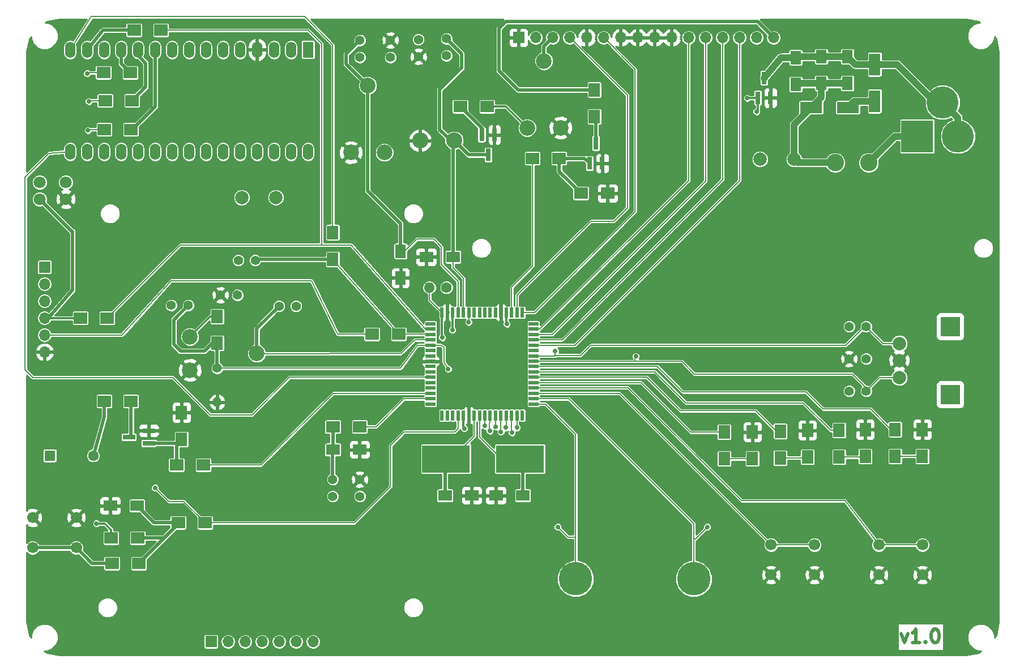
<source format=gtl>
%TF.GenerationSoftware,KiCad,Pcbnew,4.0.7-e2-6376~61~ubuntu18.04.1*%
%TF.CreationDate,2020-07-27T22:32:39+02:00*%
%TF.ProjectId,panel_02,70616E656C5F30322E6B696361645F70,rev?*%
%TF.FileFunction,Copper,L1,Top,Signal*%
%FSLAX46Y46*%
G04 Gerber Fmt 4.6, Leading zero omitted, Abs format (unit mm)*
G04 Created by KiCad (PCBNEW 4.0.7-e2-6376~61~ubuntu18.04.1) date Mon Jul 27 22:32:39 2020*
%MOMM*%
%LPD*%
G01*
G04 APERTURE LIST*
%ADD10C,0.150000*%
%ADD11C,0.500000*%
%ADD12R,1.500000X0.550000*%
%ADD13R,0.550000X1.500000*%
%ADD14R,2.000000X1.600000*%
%ADD15R,1.600000X1.600000*%
%ADD16C,1.600000*%
%ADD17R,1.600000X2.000000*%
%ADD18R,1.700000X2.000000*%
%ADD19R,3.300000X1.700000*%
%ADD20R,1.700000X3.300000*%
%ADD21R,2.000000X1.700000*%
%ADD22C,2.000000*%
%ADD23R,1.700000X1.700000*%
%ADD24O,1.700000X1.700000*%
%ADD25C,4.800000*%
%ADD26R,4.800000X4.800000*%
%ADD27C,2.600000*%
%ADD28R,0.800000X1.900000*%
%ADD29R,1.900000X0.800000*%
%ADD30C,1.400000*%
%ADD31O,1.400000X1.400000*%
%ADD32C,2.400000*%
%ADD33O,2.400000X2.400000*%
%ADD34C,2.340000*%
%ADD35C,1.700000*%
%ADD36R,3.000000X3.000000*%
%ADD37R,7.175000X4.100000*%
%ADD38O,1.600000X1.600000*%
%ADD39C,1.800000*%
%ADD40R,1.600000X2.400000*%
%ADD41O,1.600000X2.400000*%
%ADD42C,5.000000*%
%ADD43C,0.700000*%
%ADD44C,0.200000*%
%ADD45C,0.300000*%
%ADD46C,1.000000*%
%ADD47C,0.254000*%
G04 APERTURE END LIST*
D10*
D11*
X194500857Y-130000429D02*
X194977048Y-131333762D01*
X195453238Y-130000429D01*
X197262763Y-131333762D02*
X196119905Y-131333762D01*
X196691334Y-131333762D02*
X196691334Y-129333762D01*
X196500858Y-129619476D01*
X196310382Y-129809952D01*
X196119905Y-129905190D01*
X198119905Y-131143286D02*
X198215144Y-131238524D01*
X198119905Y-131333762D01*
X198024667Y-131238524D01*
X198119905Y-131143286D01*
X198119905Y-131333762D01*
X199453239Y-129333762D02*
X199643715Y-129333762D01*
X199834191Y-129429000D01*
X199929429Y-129524238D01*
X200024667Y-129714714D01*
X200119906Y-130095667D01*
X200119906Y-130571857D01*
X200024667Y-130952810D01*
X199929429Y-131143286D01*
X199834191Y-131238524D01*
X199643715Y-131333762D01*
X199453239Y-131333762D01*
X199262763Y-131238524D01*
X199167525Y-131143286D01*
X199072286Y-130952810D01*
X198977048Y-130571857D01*
X198977048Y-130095667D01*
X199072286Y-129714714D01*
X199167525Y-129524238D01*
X199262763Y-129429000D01*
X199453239Y-129333762D01*
D12*
X124126000Y-83662000D03*
X124126000Y-84462000D03*
X124126000Y-85262000D03*
X124126000Y-86062000D03*
X124126000Y-86862000D03*
X124126000Y-87662000D03*
X124126000Y-88462000D03*
X124126000Y-89262000D03*
X124126000Y-90062000D03*
X124126000Y-90862000D03*
X124126000Y-91662000D03*
X124126000Y-92462000D03*
X124126000Y-93262000D03*
X124126000Y-94062000D03*
X124126000Y-94862000D03*
X124126000Y-95662000D03*
D13*
X125826000Y-97362000D03*
X126626000Y-97362000D03*
X127426000Y-97362000D03*
X128226000Y-97362000D03*
X129026000Y-97362000D03*
X129826000Y-97362000D03*
X130626000Y-97362000D03*
X131426000Y-97362000D03*
X132226000Y-97362000D03*
X133026000Y-97362000D03*
X133826000Y-97362000D03*
X134626000Y-97362000D03*
X135426000Y-97362000D03*
X136226000Y-97362000D03*
X137026000Y-97362000D03*
X137826000Y-97362000D03*
D12*
X139526000Y-95662000D03*
X139526000Y-94862000D03*
X139526000Y-94062000D03*
X139526000Y-93262000D03*
X139526000Y-92462000D03*
X139526000Y-91662000D03*
X139526000Y-90862000D03*
X139526000Y-90062000D03*
X139526000Y-89262000D03*
X139526000Y-88462000D03*
X139526000Y-87662000D03*
X139526000Y-86862000D03*
X139526000Y-86062000D03*
X139526000Y-85262000D03*
X139526000Y-84462000D03*
X139526000Y-83662000D03*
D13*
X137826000Y-81962000D03*
X137026000Y-81962000D03*
X136226000Y-81962000D03*
X135426000Y-81962000D03*
X134626000Y-81962000D03*
X133826000Y-81962000D03*
X133026000Y-81962000D03*
X132226000Y-81962000D03*
X131426000Y-81962000D03*
X130626000Y-81962000D03*
X129826000Y-81962000D03*
X129026000Y-81962000D03*
X128226000Y-81962000D03*
X127426000Y-81962000D03*
X126626000Y-81962000D03*
X125826000Y-81962000D03*
D14*
X126270000Y-109347000D03*
X130270000Y-109347000D03*
X137890000Y-109347000D03*
X133890000Y-109347000D03*
D15*
X67183000Y-103378000D03*
D16*
X73683000Y-103378000D03*
D17*
X119634000Y-72803000D03*
X119634000Y-76803000D03*
D14*
X80232000Y-110871000D03*
X76232000Y-110871000D03*
X109506000Y-102489000D03*
X113506000Y-102489000D03*
D17*
X182499000Y-47720000D03*
X182499000Y-43720000D03*
X186436000Y-47720000D03*
X186436000Y-43720000D03*
X178689000Y-47847000D03*
X178689000Y-43847000D03*
D14*
X127476000Y-73660000D03*
X123476000Y-73660000D03*
D18*
X168021000Y-103854000D03*
X168021000Y-99854000D03*
X176403000Y-103727000D03*
X176403000Y-99727000D03*
X185166000Y-103600000D03*
X185166000Y-99600000D03*
X193548000Y-103473000D03*
X193548000Y-99473000D03*
D19*
X181019000Y-51308000D03*
X186519000Y-51308000D03*
D20*
X190500000Y-44875000D03*
X190500000Y-50375000D03*
D21*
X75470000Y-50292000D03*
X79470000Y-50292000D03*
D22*
X95885000Y-64770000D03*
X100965000Y-64760000D03*
X178435000Y-59055000D03*
X173355000Y-59045000D03*
D21*
X75216000Y-46101000D03*
X79216000Y-46101000D03*
D23*
X66421000Y-75184000D03*
D24*
X66421000Y-77724000D03*
X66421000Y-80264000D03*
X66421000Y-82804000D03*
X66421000Y-85344000D03*
X66421000Y-87884000D03*
D25*
X202950000Y-55626000D03*
D26*
X196850000Y-55626000D03*
D25*
X200660000Y-50546000D03*
D23*
X91313000Y-131191000D03*
D24*
X93853000Y-131191000D03*
X96393000Y-131191000D03*
X98933000Y-131191000D03*
X101473000Y-131191000D03*
X104013000Y-131191000D03*
X106553000Y-131191000D03*
D23*
X137287000Y-40862000D03*
D24*
X139827000Y-40862000D03*
X142367000Y-40862000D03*
X144907000Y-40862000D03*
X147447000Y-40862000D03*
X149987000Y-40862000D03*
X152527000Y-40862000D03*
X155067000Y-40862000D03*
X157607000Y-40862000D03*
X160147000Y-40862000D03*
X162687000Y-40862000D03*
X165227000Y-40862000D03*
X167767000Y-40862000D03*
X170307000Y-40862000D03*
X172847000Y-40862000D03*
X175387000Y-40862000D03*
D27*
X189611000Y-59563000D03*
X184611000Y-59563000D03*
D28*
X173040000Y-49887000D03*
X174940000Y-49887000D03*
X173990000Y-46887000D03*
X133665000Y-55396000D03*
X131765000Y-55396000D03*
X132715000Y-58396000D03*
D29*
X82018000Y-101534000D03*
X82018000Y-99634000D03*
X79018000Y-100584000D03*
D28*
X147894000Y-59666000D03*
X149794000Y-59666000D03*
X148844000Y-56666000D03*
D21*
X79788000Y-39751000D03*
X83788000Y-39751000D03*
X75787000Y-82804000D03*
X71787000Y-82804000D03*
D18*
X180467000Y-103600000D03*
X180467000Y-99600000D03*
X172212000Y-103854000D03*
X172212000Y-99854000D03*
X189103000Y-103473000D03*
X189103000Y-99473000D03*
X197612000Y-103473000D03*
X197612000Y-99473000D03*
X92202000Y-82582000D03*
X92202000Y-86582000D03*
D30*
X92202000Y-90297000D03*
D31*
X92202000Y-95377000D03*
D18*
X109474000Y-70009000D03*
X109474000Y-74009000D03*
D21*
X90392000Y-113411000D03*
X86392000Y-113411000D03*
X76359000Y-115697000D03*
X80359000Y-115697000D03*
X109506000Y-99060000D03*
X113506000Y-99060000D03*
X80486000Y-119507000D03*
X76486000Y-119507000D03*
X132556000Y-51181000D03*
X128556000Y-51181000D03*
D32*
X127635000Y-56261000D03*
D33*
X122555000Y-56261000D03*
D21*
X86138000Y-104775000D03*
X90138000Y-104775000D03*
D18*
X86868000Y-100933000D03*
X86868000Y-96933000D03*
D21*
X79343000Y-95250000D03*
X75343000Y-95250000D03*
X143351000Y-58928000D03*
X139351000Y-58928000D03*
X146590000Y-64135000D03*
X150590000Y-64135000D03*
D18*
X148590000Y-48673000D03*
X148590000Y-52673000D03*
D21*
X119348000Y-85217000D03*
X115348000Y-85217000D03*
D34*
X88138000Y-90598000D03*
X98138000Y-88098000D03*
X88138000Y-85598000D03*
X112221000Y-58039000D03*
X114721000Y-48039000D03*
X117221000Y-58039000D03*
X143557000Y-54356000D03*
X141057000Y-44356000D03*
X138557000Y-54356000D03*
D35*
X71143000Y-117149000D03*
X64643000Y-117149000D03*
X71143000Y-112649000D03*
X64643000Y-112649000D03*
X181506000Y-121213000D03*
X175006000Y-121213000D03*
X181506000Y-116713000D03*
X175006000Y-116713000D03*
X197635000Y-121213000D03*
X191135000Y-121213000D03*
X197635000Y-116713000D03*
X191135000Y-116713000D03*
D22*
X194183000Y-86614000D03*
X194183000Y-89154000D03*
X194183000Y-91694000D03*
D36*
X201803000Y-84074000D03*
X201803000Y-94234000D03*
D37*
X126415500Y-103886000D03*
X137490500Y-103886000D03*
D16*
X126492000Y-78232000D03*
D38*
X123952000Y-78232000D03*
D30*
X109474000Y-109474000D03*
X109474000Y-106934000D03*
X186690000Y-88900000D03*
X189230000Y-88900000D03*
D39*
X65659000Y-62484000D03*
X65659000Y-65024000D03*
X69596000Y-65024000D03*
X69596000Y-62484000D03*
D30*
X126492000Y-43561000D03*
X126492000Y-41021000D03*
X113538000Y-43815000D03*
X113538000Y-41275000D03*
X186690000Y-84074000D03*
X189230000Y-84074000D03*
X118110000Y-43815000D03*
X118110000Y-41275000D03*
X92710000Y-79375000D03*
X95250000Y-79375000D03*
X186690000Y-93726000D03*
X189230000Y-93726000D03*
X113538000Y-106934000D03*
X113538000Y-109474000D03*
X101473000Y-81026000D03*
X104013000Y-81026000D03*
X87884000Y-80899000D03*
X85344000Y-80899000D03*
X122301000Y-43688000D03*
X122301000Y-41148000D03*
X97917000Y-74168000D03*
X95377000Y-74168000D03*
D40*
X105791000Y-42672000D03*
D41*
X70231000Y-57912000D03*
X100711000Y-42672000D03*
X72771000Y-57912000D03*
X98171000Y-42672000D03*
X75311000Y-57912000D03*
X95631000Y-42672000D03*
X77851000Y-57912000D03*
X93091000Y-42672000D03*
X80391000Y-57912000D03*
X90551000Y-42672000D03*
X82931000Y-57912000D03*
X88011000Y-42672000D03*
X85471000Y-57912000D03*
X85471000Y-42672000D03*
X88011000Y-57912000D03*
X82931000Y-42672000D03*
X90551000Y-57912000D03*
X80391000Y-42672000D03*
X93091000Y-57912000D03*
X77851000Y-42672000D03*
X95631000Y-57912000D03*
X75311000Y-42672000D03*
X98171000Y-57912000D03*
X72771000Y-42672000D03*
X100711000Y-57912000D03*
X70231000Y-42672000D03*
X103251000Y-57912000D03*
X105791000Y-57912000D03*
X103251000Y-42672000D03*
D42*
X163449000Y-121793000D03*
X145796000Y-121793000D03*
D21*
X75343000Y-54610000D03*
X79343000Y-54610000D03*
D43*
X147574000Y-95250000D03*
X121285000Y-92964000D03*
X127254000Y-94361000D03*
X147447000Y-81280000D03*
X150114000Y-81026000D03*
X140843000Y-73279000D03*
X138176000Y-73406000D03*
X152400000Y-82042000D03*
X153035000Y-83820000D03*
X134112000Y-88392000D03*
X135128000Y-94361000D03*
X135509000Y-83693000D03*
X129159000Y-99314000D03*
X74168000Y-113538000D03*
X172847000Y-51943000D03*
X171450000Y-49911000D03*
X127381000Y-84582000D03*
X125857000Y-85725000D03*
X142748000Y-87757000D03*
X154813000Y-88519000D03*
X73025000Y-50419000D03*
X72771000Y-46228000D03*
X126746000Y-90424000D03*
X129794000Y-83439000D03*
X132969000Y-99695000D03*
X134620000Y-99822000D03*
X136271000Y-99949000D03*
X137033000Y-99187000D03*
X165481000Y-114046000D03*
X143129000Y-114046000D03*
X82931000Y-108204000D03*
X132207000Y-98933000D03*
X133858000Y-99060000D03*
X135382000Y-99187000D03*
X72898000Y-54737000D03*
D44*
X126415500Y-103886000D02*
X126415500Y-104724500D01*
X126415500Y-104724500D02*
X130626000Y-100514000D01*
X130626000Y-100514000D02*
X130626000Y-97362000D01*
D11*
X126270000Y-109347000D02*
X126270000Y-104031500D01*
D44*
X126270000Y-104031500D02*
X126415500Y-103886000D01*
D11*
X134626000Y-81962000D02*
X134626000Y-76956000D01*
X134626000Y-76956000D02*
X138176000Y-73406000D01*
D44*
X137490500Y-103886000D02*
X136398000Y-105537000D01*
X136398000Y-105537000D02*
X131426000Y-100565000D01*
X131426000Y-100565000D02*
X131426000Y-97362000D01*
D11*
X137890000Y-109347000D02*
X137890000Y-104285500D01*
D44*
X137890000Y-104285500D02*
X137490500Y-103886000D01*
D45*
X135426000Y-81962000D02*
X135426000Y-83610000D01*
X135426000Y-83610000D02*
X135509000Y-83693000D01*
X129026000Y-97362000D02*
X129026000Y-99181000D01*
X129026000Y-99181000D02*
X129159000Y-99314000D01*
X76359000Y-115697000D02*
X76359000Y-114459000D01*
X75438000Y-113538000D02*
X74168000Y-113538000D01*
X76359000Y-114459000D02*
X75438000Y-113538000D01*
X92202000Y-82582000D02*
X91154000Y-82582000D01*
X91154000Y-82582000D02*
X88138000Y-85598000D01*
X132556000Y-51181000D02*
X135382000Y-51181000D01*
X135382000Y-51181000D02*
X138557000Y-54356000D01*
X173040000Y-49887000D02*
X173040000Y-51750000D01*
X173040000Y-51750000D02*
X172847000Y-51943000D01*
X173040000Y-49887000D02*
X171474000Y-49887000D01*
X171474000Y-49887000D02*
X171450000Y-49911000D01*
D11*
X75343000Y-95250000D02*
X75343000Y-97577001D01*
X75343000Y-97577001D02*
X73683000Y-103378000D01*
D45*
X127426000Y-84537000D02*
X127426000Y-81962000D01*
X127381000Y-84582000D02*
X127426000Y-84537000D01*
X125857000Y-85725000D02*
X125826000Y-85694000D01*
X125826000Y-85694000D02*
X125826000Y-81962000D01*
D44*
X123952000Y-78232000D02*
X123952000Y-80088000D01*
X123952000Y-80088000D02*
X125826000Y-81962000D01*
X119634000Y-72803000D02*
X120237000Y-72803000D01*
X120237000Y-72803000D02*
X122047000Y-70993000D01*
X128226000Y-77299000D02*
X128226000Y-81962000D01*
X125730000Y-74803000D02*
X128226000Y-77299000D01*
X125730000Y-72136000D02*
X125730000Y-74803000D01*
X124587000Y-70993000D02*
X125730000Y-72136000D01*
X122047000Y-70993000D02*
X124587000Y-70993000D01*
X119634000Y-72803000D02*
X119634000Y-73279000D01*
D11*
X119634000Y-72803000D02*
X119634000Y-68707000D01*
X114721000Y-63794000D02*
X114721000Y-48039000D01*
X119634000Y-68707000D02*
X114721000Y-63794000D01*
D44*
X114721000Y-48039000D02*
X114714000Y-48039000D01*
D11*
X114714000Y-48039000D02*
X111506000Y-44831000D01*
X111506000Y-43307000D02*
X113538000Y-41275000D01*
X111506000Y-44831000D02*
X111506000Y-43307000D01*
D44*
X150241000Y-86868000D02*
X148082000Y-86868000D01*
X186182000Y-86868000D02*
X150241000Y-86868000D01*
X188976000Y-84074000D02*
X186182000Y-86868000D01*
X146558000Y-88392000D02*
X142748000Y-88392000D01*
X148082000Y-86868000D02*
X146558000Y-88392000D01*
X189230000Y-84074000D02*
X188976000Y-84074000D01*
X194183000Y-86614000D02*
X191770000Y-86614000D01*
X191770000Y-86614000D02*
X189230000Y-84074000D01*
X142748000Y-88462000D02*
X142748000Y-88392000D01*
X142748000Y-88462000D02*
X139526000Y-88462000D01*
X142748000Y-88392000D02*
X142748000Y-87757000D01*
D45*
X86392000Y-113411000D02*
X86392000Y-113601000D01*
D11*
X86392000Y-113601000D02*
X80486000Y-119507000D01*
X80359000Y-115697000D02*
X84106000Y-115697000D01*
D45*
X84106000Y-115697000D02*
X86392000Y-113411000D01*
D11*
X86392000Y-113411000D02*
X82772000Y-113411000D01*
X82772000Y-113411000D02*
X80232000Y-110871000D01*
D44*
X189230000Y-93726000D02*
X189230000Y-93218000D01*
X189230000Y-93218000D02*
X187198000Y-91186000D01*
X161652000Y-89262000D02*
X154686000Y-89262000D01*
X163576000Y-91186000D02*
X161652000Y-89262000D01*
X187198000Y-91186000D02*
X163576000Y-91186000D01*
X194183000Y-91694000D02*
X191262000Y-91694000D01*
X191262000Y-91694000D02*
X189230000Y-93726000D01*
X154813000Y-88519000D02*
X154686000Y-88646000D01*
X154686000Y-89262000D02*
X139526000Y-89262000D01*
X154686000Y-88646000D02*
X154686000Y-89262000D01*
D11*
X109474000Y-106934000D02*
X109474000Y-102521000D01*
X109474000Y-102521000D02*
X109506000Y-102489000D01*
D44*
X108839000Y-103156000D02*
X109506000Y-102489000D01*
D11*
X109506000Y-99060000D02*
X109506000Y-102489000D01*
D46*
X178435000Y-59055000D02*
X178435000Y-53892000D01*
X178435000Y-53892000D02*
X181019000Y-51308000D01*
X182499000Y-47720000D02*
X182499000Y-49828000D01*
X182499000Y-49828000D02*
X181019000Y-51308000D01*
X182499000Y-47720000D02*
X178816000Y-47720000D01*
X178816000Y-47720000D02*
X178689000Y-47847000D01*
X186436000Y-47720000D02*
X182499000Y-47720000D01*
X184611000Y-59563000D02*
X178943000Y-59563000D01*
X178943000Y-59563000D02*
X178435000Y-59055000D01*
X200660000Y-50546000D02*
X199517000Y-50546000D01*
X199517000Y-50546000D02*
X193846000Y-44875000D01*
X193846000Y-44875000D02*
X190500000Y-44875000D01*
X178689000Y-43847000D02*
X176474000Y-43847000D01*
X176474000Y-43847000D02*
X173990000Y-46887000D01*
X182499000Y-43720000D02*
X178816000Y-43720000D01*
X178816000Y-43720000D02*
X178689000Y-43847000D01*
X186436000Y-43720000D02*
X182499000Y-43720000D01*
X190500000Y-44875000D02*
X187591000Y-44875000D01*
X187591000Y-44875000D02*
X186436000Y-43720000D01*
X202950000Y-55626000D02*
X202950000Y-52836000D01*
X202950000Y-52836000D02*
X200660000Y-50546000D01*
D11*
X127635000Y-56261000D02*
X127127000Y-56261000D01*
X127127000Y-56261000D02*
X125476000Y-54610000D01*
X128778000Y-43307000D02*
X126492000Y-41021000D01*
X128778000Y-45339000D02*
X128778000Y-43307000D01*
X125476000Y-48641000D02*
X128778000Y-45339000D01*
X125476000Y-54610000D02*
X125476000Y-48641000D01*
D44*
X127476000Y-73660000D02*
X127476000Y-75279000D01*
X129026000Y-76829000D02*
X129026000Y-81962000D01*
X127476000Y-75279000D02*
X129026000Y-76829000D01*
D11*
X127476000Y-73660000D02*
X127476000Y-56420000D01*
X127476000Y-56420000D02*
X127635000Y-56261000D01*
X132715000Y-58396000D02*
X129770000Y-58396000D01*
X129770000Y-58396000D02*
X127635000Y-56261000D01*
D44*
X168021000Y-103854000D02*
X172212000Y-103854000D01*
X168021000Y-99854000D02*
X162973000Y-99854000D01*
X155581000Y-92462000D02*
X139526000Y-92462000D01*
X162973000Y-99854000D02*
X155581000Y-92462000D01*
X168021000Y-99854000D02*
X168021000Y-100456532D01*
X176403000Y-103727000D02*
X180340000Y-103727000D01*
X180340000Y-103727000D02*
X180467000Y-103600000D01*
X176403000Y-99727000D02*
X175800000Y-99727000D01*
X175800000Y-99727000D02*
X172720000Y-96647000D01*
X156432000Y-91662000D02*
X139526000Y-91662000D01*
X161417000Y-96647000D02*
X156432000Y-91662000D01*
X172720000Y-96647000D02*
X161417000Y-96647000D01*
X176403000Y-99727000D02*
X176403000Y-100394610D01*
X185166000Y-103600000D02*
X188976000Y-103600000D01*
X188976000Y-103600000D02*
X189103000Y-103473000D01*
X185166000Y-99600000D02*
X183928000Y-99600000D01*
X157664000Y-90862000D02*
X139526000Y-90862000D01*
X162306000Y-95504000D02*
X157664000Y-90862000D01*
X179832000Y-95504000D02*
X162306000Y-95504000D01*
X183928000Y-99600000D02*
X179832000Y-95504000D01*
X193548000Y-103473000D02*
X197612000Y-103473000D01*
X193548000Y-99473000D02*
X192945000Y-99473000D01*
X192945000Y-99473000D02*
X189865000Y-96393000D01*
X189865000Y-96393000D02*
X182753000Y-96393000D01*
X182753000Y-96393000D02*
X180213000Y-93853000D01*
X180213000Y-93853000D02*
X161798000Y-93853000D01*
X161798000Y-93853000D02*
X158007000Y-90062000D01*
X158007000Y-90062000D02*
X139526000Y-90062000D01*
D46*
X190500000Y-50375000D02*
X187452000Y-50375000D01*
X187452000Y-50375000D02*
X186519000Y-51308000D01*
D44*
X73025000Y-50419000D02*
X73152000Y-50292000D01*
X73152000Y-50292000D02*
X75470000Y-50292000D01*
D11*
X80391000Y-42672000D02*
X80391000Y-43561000D01*
X80391000Y-43561000D02*
X81534000Y-44704000D01*
X81534000Y-44704000D02*
X81534000Y-48228000D01*
X81534000Y-48228000D02*
X79470000Y-50292000D01*
D44*
X79470000Y-50292000D02*
X79470000Y-49943000D01*
X75216000Y-46101000D02*
X72898000Y-46101000D01*
X72898000Y-46101000D02*
X72771000Y-46228000D01*
D11*
X77851000Y-42672000D02*
X77851000Y-44736000D01*
X77851000Y-44736000D02*
X79216000Y-46101000D01*
D44*
X77692000Y-42831000D02*
X77851000Y-42672000D01*
X115348000Y-85217000D02*
X110236000Y-85217000D01*
X77978000Y-85344000D02*
X66421000Y-85344000D01*
X85344000Y-77216000D02*
X77978000Y-85344000D01*
X106299000Y-77216000D02*
X85344000Y-77216000D01*
X110236000Y-85217000D02*
X106299000Y-77216000D01*
X115348000Y-85217000D02*
X115348000Y-85122000D01*
D11*
X98138000Y-88098000D02*
X98138000Y-84361000D01*
X98138000Y-84361000D02*
X101473000Y-81026000D01*
X101473000Y-81026000D02*
X101473000Y-81026000D01*
D44*
X98171000Y-88138000D02*
X119674000Y-88098000D01*
X121710000Y-86062000D02*
X124126000Y-86062000D01*
X119674000Y-88098000D02*
X121710000Y-86062000D01*
X129826000Y-81962000D02*
X129826000Y-83407000D01*
X125597000Y-86862000D02*
X124126000Y-86862000D01*
X126111000Y-87122000D02*
X125597000Y-86862000D01*
X126111000Y-89408000D02*
X126111000Y-87122000D01*
X126746000Y-90424000D02*
X126111000Y-89408000D01*
X129826000Y-83407000D02*
X129794000Y-83439000D01*
D11*
X92202000Y-86582000D02*
X91472000Y-86582000D01*
X91472000Y-86582000D02*
X90297000Y-87757000D01*
X85725000Y-83058000D02*
X87884000Y-80899000D01*
X85725000Y-86741000D02*
X85725000Y-83058000D01*
X86741000Y-87757000D02*
X85725000Y-86741000D01*
X90297000Y-87757000D02*
X86741000Y-87757000D01*
D44*
X92202000Y-90297000D02*
X119634000Y-90297000D01*
X122174000Y-86868000D02*
X124126000Y-86862000D01*
X119634000Y-90297000D02*
X122174000Y-86868000D01*
X119634000Y-90297000D02*
X119634000Y-90297000D01*
X119634000Y-90297000D02*
X119634000Y-90297000D01*
D11*
X92202000Y-90297000D02*
X92202000Y-86582000D01*
D46*
X196850000Y-55626000D02*
X193548000Y-55626000D01*
X193548000Y-55626000D02*
X189611000Y-59563000D01*
D44*
X132899000Y-99625000D02*
X133026000Y-97362000D01*
X132969000Y-99695000D02*
X132899000Y-99625000D01*
X134626000Y-99816000D02*
X134626000Y-97362000D01*
X134620000Y-99822000D02*
X134626000Y-99816000D01*
X136226000Y-99904000D02*
X136226000Y-97362000D01*
X136271000Y-99949000D02*
X136226000Y-99904000D01*
X137026000Y-99180000D02*
X137026000Y-97362000D01*
X137033000Y-99187000D02*
X137026000Y-99180000D01*
D11*
X141057000Y-44356000D02*
X141057000Y-42172000D01*
X141057000Y-42172000D02*
X142367000Y-40862000D01*
D44*
X137026000Y-81962000D02*
X137026000Y-79382000D01*
X153543000Y-49498000D02*
X144907000Y-40862000D01*
X153543000Y-66294000D02*
X153543000Y-49498000D01*
X151511000Y-68326000D02*
X153543000Y-66294000D01*
X148082000Y-68326000D02*
X151511000Y-68326000D01*
X137026000Y-79382000D02*
X148082000Y-68326000D01*
X137826000Y-81962000D02*
X139653000Y-81962000D01*
X154686000Y-45561000D02*
X149987000Y-40862000D01*
X154686000Y-66929000D02*
X154686000Y-45561000D01*
X139653000Y-81962000D02*
X154686000Y-66929000D01*
X139526000Y-84462000D02*
X140455000Y-84462000D01*
X162687000Y-62230000D02*
X162687000Y-40862000D01*
X140455000Y-84462000D02*
X162687000Y-62230000D01*
X139526000Y-85262000D02*
X142322000Y-85262000D01*
X165227000Y-62357000D02*
X165227000Y-40862000D01*
X142322000Y-85262000D02*
X165227000Y-62357000D01*
X139526000Y-86062000D02*
X143808000Y-86062000D01*
X167767000Y-62103000D02*
X167767000Y-40862000D01*
X143808000Y-86062000D02*
X167767000Y-62103000D01*
X139526000Y-86862000D02*
X145675000Y-86862000D01*
X170307000Y-62230000D02*
X170307000Y-40862000D01*
X145675000Y-86862000D02*
X170307000Y-62230000D01*
D11*
X148590000Y-48673000D02*
X137192000Y-48673000D01*
X173006000Y-38481000D02*
X175387000Y-40862000D01*
X135382000Y-38481000D02*
X173006000Y-38481000D01*
X134366000Y-39497000D02*
X135382000Y-38481000D01*
X134366000Y-45847000D02*
X134366000Y-39497000D01*
X137192000Y-48673000D02*
X134366000Y-45847000D01*
D44*
X163703000Y-115824000D02*
X163449000Y-115824000D01*
X165481000Y-114046000D02*
X163703000Y-115824000D01*
X163449000Y-121793000D02*
X163449000Y-115824000D01*
X163449000Y-115824000D02*
X163449000Y-113538000D01*
X144773000Y-94862000D02*
X139526000Y-94862000D01*
X163449000Y-113538000D02*
X144773000Y-94862000D01*
X144653000Y-115570000D02*
X145796000Y-115570000D01*
X143129000Y-114046000D02*
X144653000Y-115570000D01*
X145796000Y-121793000D02*
X145796000Y-115570000D01*
X145796000Y-115570000D02*
X145796000Y-100203000D01*
X141255000Y-95662000D02*
X139526000Y-95662000D01*
X145796000Y-100203000D02*
X141255000Y-95662000D01*
D11*
X131765000Y-55396000D02*
X131765000Y-54390000D01*
X131765000Y-54390000D02*
X128556000Y-51181000D01*
X86138000Y-104775000D02*
X86138000Y-101663000D01*
X86138000Y-101663000D02*
X86868000Y-100933000D01*
X82018000Y-101534000D02*
X86267000Y-101534000D01*
X86267000Y-101534000D02*
X86868000Y-100933000D01*
X79343000Y-95250000D02*
X79343000Y-100259000D01*
X79343000Y-100259000D02*
X79018000Y-100584000D01*
X143351000Y-58928000D02*
X147156000Y-58928000D01*
X147156000Y-58928000D02*
X147894000Y-59666000D01*
X143351000Y-58928000D02*
X143351000Y-60896000D01*
X143351000Y-60896000D02*
X146590000Y-64135000D01*
X148844000Y-56666000D02*
X148844000Y-52927000D01*
D44*
X148844000Y-52927000D02*
X148590000Y-52673000D01*
D11*
X79788000Y-39751000D02*
X75184000Y-39751000D01*
X75184000Y-39751000D02*
X72771000Y-42672000D01*
D44*
X83788000Y-39751000D02*
X105791000Y-39751000D01*
X107823000Y-41783000D02*
X107823000Y-71882000D01*
X105791000Y-39751000D02*
X107823000Y-41783000D01*
X124126000Y-84462000D02*
X123324000Y-84462000D01*
X86709000Y-71882000D02*
X75787000Y-82804000D01*
X123324000Y-84462000D02*
X112268000Y-71882000D01*
X112268000Y-71882000D02*
X108077000Y-71882000D01*
X108077000Y-71882000D02*
X107823000Y-71882000D01*
X107823000Y-71882000D02*
X86709000Y-71882000D01*
X112268000Y-71882000D02*
X112268000Y-71882000D01*
X112268000Y-71882000D02*
X112268000Y-71882000D01*
X109474000Y-70009000D02*
X109474000Y-64008000D01*
X73406000Y-37719000D02*
X70231000Y-42672000D01*
X105283000Y-37719000D02*
X73406000Y-37719000D01*
X109474000Y-41910000D02*
X105283000Y-37719000D01*
X109474000Y-61214000D02*
X109474000Y-41910000D01*
X109474000Y-64008000D02*
X109474000Y-61214000D01*
X109474000Y-70009000D02*
X109474000Y-70104000D01*
X82931000Y-108204000D02*
X84963000Y-110236000D01*
X84963000Y-110236000D02*
X87217000Y-110236000D01*
X90392000Y-113411000D02*
X87217000Y-110236000D01*
X90392000Y-113411000D02*
X112776000Y-113411000D01*
X128226000Y-99358000D02*
X128226000Y-97362000D01*
X127762000Y-99822000D02*
X128226000Y-99358000D01*
X120142000Y-99822000D02*
X127762000Y-99822000D01*
X118110000Y-101854000D02*
X120142000Y-99822000D01*
X118110000Y-108077000D02*
X118110000Y-101854000D01*
X112776000Y-113411000D02*
X118110000Y-108077000D01*
X124126000Y-94862000D02*
X120149000Y-94862000D01*
X115951000Y-99060000D02*
X113506000Y-99060000D01*
X120149000Y-94862000D02*
X115951000Y-99060000D01*
D11*
X71143000Y-117149000D02*
X64643000Y-117149000D01*
X76486000Y-119507000D02*
X73501000Y-119507000D01*
X73501000Y-119507000D02*
X71143000Y-117149000D01*
D44*
X90138000Y-104775000D02*
X98806000Y-104775000D01*
X109519000Y-94062000D02*
X124126000Y-94062000D01*
X98806000Y-104775000D02*
X109519000Y-94062000D01*
X132226000Y-98444000D02*
X132226000Y-97362000D01*
X132207000Y-98933000D02*
X132226000Y-98444000D01*
X133826000Y-99028000D02*
X133826000Y-97362000D01*
X133858000Y-99060000D02*
X133826000Y-99028000D01*
X135426000Y-99143000D02*
X135426000Y-97362000D01*
X135382000Y-99187000D02*
X135426000Y-99143000D01*
X139351000Y-58928000D02*
X139351000Y-75025000D01*
X136226000Y-78150000D02*
X136226000Y-81962000D01*
X139351000Y-75025000D02*
X136226000Y-78150000D01*
X181506000Y-116713000D02*
X175006000Y-116713000D01*
X175006000Y-116713000D02*
X168148000Y-109855000D01*
X152355000Y-94062000D02*
X139526000Y-94062000D01*
X168148000Y-109855000D02*
X152355000Y-94062000D01*
X139570000Y-93218000D02*
X153670000Y-93218000D01*
X191135000Y-116713000D02*
X186055000Y-110109000D01*
X186055000Y-110109000D02*
X170561000Y-110109000D01*
X170561000Y-110109000D02*
X153670000Y-93218000D01*
X191135000Y-116713000D02*
X191135000Y-116713000D01*
X139570000Y-93218000D02*
X139526000Y-93262000D01*
X191135000Y-116713000D02*
X191135000Y-116586000D01*
X197635000Y-116713000D02*
X191135000Y-116713000D01*
X124126000Y-91662000D02*
X103029000Y-91662000D01*
X67056000Y-58166000D02*
X70231000Y-57912000D01*
X63500000Y-61722000D02*
X67056000Y-58166000D01*
X63500000Y-90551000D02*
X63500000Y-61722000D01*
X64643000Y-91694000D02*
X63500000Y-90551000D01*
X85598000Y-91694000D02*
X64643000Y-91694000D01*
X91186000Y-97282000D02*
X85598000Y-91694000D01*
X97409000Y-97282000D02*
X91186000Y-97282000D01*
X103029000Y-91662000D02*
X97409000Y-97282000D01*
D11*
X70612000Y-69850000D02*
X70485000Y-69850000D01*
X70485000Y-69850000D02*
X65659000Y-65024000D01*
X70612000Y-69850000D02*
X70612000Y-69850000D01*
X70612000Y-78613000D02*
X70612000Y-69850000D01*
X66421000Y-82804000D02*
X66929000Y-82804000D01*
X66929000Y-82804000D02*
X70612000Y-78613000D01*
D45*
X66421000Y-82804000D02*
X71787000Y-82804000D01*
D11*
X95504000Y-79248000D02*
X95123000Y-78867000D01*
X100076000Y-74041000D02*
X98044000Y-74041000D01*
X98044000Y-74041000D02*
X97917000Y-74168000D01*
X109474000Y-74009000D02*
X100489000Y-74009000D01*
X100489000Y-74009000D02*
X100076000Y-74041000D01*
D44*
X119348000Y-85217000D02*
X109474000Y-74041000D01*
X109474000Y-74041000D02*
X109474000Y-74009000D01*
X119348000Y-85217000D02*
X124081000Y-85217000D01*
X124081000Y-85217000D02*
X124126000Y-85262000D01*
X119348000Y-85217000D02*
X119348000Y-84614000D01*
X109474000Y-74009000D02*
X109474000Y-74930000D01*
X75343000Y-54610000D02*
X73025000Y-54610000D01*
X73025000Y-54610000D02*
X72898000Y-54737000D01*
D11*
X82931000Y-51181000D02*
X79502000Y-54610000D01*
X79502000Y-54610000D02*
X79343000Y-54610000D01*
X82931000Y-42672000D02*
X82931000Y-51181000D01*
D47*
G36*
X70680140Y-41272762D02*
X70643150Y-41248046D01*
X70231000Y-41166064D01*
X69818850Y-41248046D01*
X69469446Y-41481510D01*
X69235982Y-41830914D01*
X69154000Y-42243064D01*
X69154000Y-43100936D01*
X69235982Y-43513086D01*
X69469446Y-43862490D01*
X69818850Y-44095954D01*
X70231000Y-44177936D01*
X70643150Y-44095954D01*
X70992554Y-43862490D01*
X71226018Y-43513086D01*
X71308000Y-43100936D01*
X71308000Y-42243064D01*
X71694000Y-42243064D01*
X71694000Y-43100936D01*
X71775982Y-43513086D01*
X72009446Y-43862490D01*
X72358850Y-44095954D01*
X72771000Y-44177936D01*
X73183150Y-44095954D01*
X73532554Y-43862490D01*
X73766018Y-43513086D01*
X73848000Y-43100936D01*
X73848000Y-42243064D01*
X74234000Y-42243064D01*
X74234000Y-43100936D01*
X74315982Y-43513086D01*
X74549446Y-43862490D01*
X74898850Y-44095954D01*
X75311000Y-44177936D01*
X75723150Y-44095954D01*
X76072554Y-43862490D01*
X76306018Y-43513086D01*
X76388000Y-43100936D01*
X76388000Y-42243064D01*
X76774000Y-42243064D01*
X76774000Y-43100936D01*
X76855982Y-43513086D01*
X77089446Y-43862490D01*
X77324000Y-44019214D01*
X77324000Y-44736000D01*
X77364115Y-44937675D01*
X77478355Y-45108645D01*
X77933574Y-45563864D01*
X77933574Y-46951000D01*
X77952889Y-47053650D01*
X78013555Y-47147927D01*
X78106120Y-47211175D01*
X78216000Y-47233426D01*
X80216000Y-47233426D01*
X80318650Y-47214111D01*
X80412927Y-47153445D01*
X80476175Y-47060880D01*
X80498426Y-46951000D01*
X80498426Y-45251000D01*
X80479111Y-45148350D01*
X80418445Y-45054073D01*
X80325880Y-44990825D01*
X80216000Y-44968574D01*
X78828864Y-44968574D01*
X78378000Y-44517710D01*
X78378000Y-44019214D01*
X78612554Y-43862490D01*
X78846018Y-43513086D01*
X78928000Y-43100936D01*
X78928000Y-42243064D01*
X78846018Y-41830914D01*
X78612554Y-41481510D01*
X78263150Y-41248046D01*
X77851000Y-41166064D01*
X77438850Y-41248046D01*
X77089446Y-41481510D01*
X76855982Y-41830914D01*
X76774000Y-42243064D01*
X76388000Y-42243064D01*
X76306018Y-41830914D01*
X76072554Y-41481510D01*
X75723150Y-41248046D01*
X75311000Y-41166064D01*
X74898850Y-41248046D01*
X74549446Y-41481510D01*
X74315982Y-41830914D01*
X74234000Y-42243064D01*
X73848000Y-42243064D01*
X73840412Y-42204918D01*
X75432215Y-40278000D01*
X78505574Y-40278000D01*
X78505574Y-40601000D01*
X78524889Y-40703650D01*
X78585555Y-40797927D01*
X78678120Y-40861175D01*
X78788000Y-40883426D01*
X80788000Y-40883426D01*
X80890650Y-40864111D01*
X80984927Y-40803445D01*
X81048175Y-40710880D01*
X81070426Y-40601000D01*
X81070426Y-38901000D01*
X81051111Y-38798350D01*
X80990445Y-38704073D01*
X80897880Y-38640825D01*
X80788000Y-38618574D01*
X78788000Y-38618574D01*
X78685350Y-38637889D01*
X78591073Y-38698555D01*
X78527825Y-38791120D01*
X78505574Y-38901000D01*
X78505574Y-39224000D01*
X75184000Y-39224000D01*
X75159195Y-39228934D01*
X75134036Y-39226374D01*
X75059080Y-39248848D01*
X74982326Y-39264115D01*
X74961298Y-39278166D01*
X74937073Y-39285429D01*
X74876420Y-39334880D01*
X74811355Y-39378355D01*
X74797305Y-39399383D01*
X74777703Y-39415364D01*
X73235082Y-41282746D01*
X73183150Y-41248046D01*
X72771000Y-41166064D01*
X72358850Y-41248046D01*
X72009446Y-41481510D01*
X71775982Y-41830914D01*
X71694000Y-42243064D01*
X71308000Y-42243064D01*
X71226018Y-41830914D01*
X71221908Y-41824763D01*
X73609577Y-38100000D01*
X105130842Y-38100000D01*
X109097000Y-42066158D01*
X109097000Y-68726574D01*
X108624000Y-68726574D01*
X108521350Y-68745889D01*
X108427073Y-68806555D01*
X108363825Y-68899120D01*
X108341574Y-69009000D01*
X108341574Y-71009000D01*
X108360889Y-71111650D01*
X108421555Y-71205927D01*
X108514120Y-71269175D01*
X108624000Y-71291426D01*
X110324000Y-71291426D01*
X110426650Y-71272111D01*
X110520927Y-71211445D01*
X110584175Y-71118880D01*
X110606426Y-71009000D01*
X110606426Y-69009000D01*
X110587111Y-68906350D01*
X110526445Y-68812073D01*
X110433880Y-68748825D01*
X110324000Y-68726574D01*
X109851000Y-68726574D01*
X109851000Y-59314486D01*
X111125120Y-59314486D01*
X111244586Y-59598984D01*
X111915890Y-59853894D01*
X112633646Y-59832504D01*
X113197414Y-59598984D01*
X113316880Y-59314486D01*
X112221000Y-58218605D01*
X111125120Y-59314486D01*
X109851000Y-59314486D01*
X109851000Y-57733890D01*
X110406106Y-57733890D01*
X110427496Y-58451646D01*
X110661016Y-59015414D01*
X110945514Y-59134880D01*
X112041395Y-58039000D01*
X112400605Y-58039000D01*
X113496486Y-59134880D01*
X113780984Y-59015414D01*
X114035894Y-58344110D01*
X114014504Y-57626354D01*
X113780984Y-57062586D01*
X113496486Y-56943120D01*
X112400605Y-58039000D01*
X112041395Y-58039000D01*
X110945514Y-56943120D01*
X110661016Y-57062586D01*
X110406106Y-57733890D01*
X109851000Y-57733890D01*
X109851000Y-56763514D01*
X111125120Y-56763514D01*
X112221000Y-57859395D01*
X113316880Y-56763514D01*
X113197414Y-56479016D01*
X112526110Y-56224106D01*
X111808354Y-56245496D01*
X111244586Y-56479016D01*
X111125120Y-56763514D01*
X109851000Y-56763514D01*
X109851000Y-43307000D01*
X110979000Y-43307000D01*
X110979000Y-44831000D01*
X111019115Y-45032675D01*
X111133355Y-45203645D01*
X113393189Y-47463479D01*
X113274252Y-47749911D01*
X113273750Y-48325563D01*
X113493578Y-48857589D01*
X113900270Y-49264991D01*
X114194000Y-49386959D01*
X114194000Y-63794000D01*
X114234115Y-63995675D01*
X114348355Y-64166645D01*
X119107000Y-68925290D01*
X119107000Y-71520574D01*
X118834000Y-71520574D01*
X118731350Y-71539889D01*
X118637073Y-71600555D01*
X118573825Y-71693120D01*
X118551574Y-71803000D01*
X118551574Y-73803000D01*
X118570889Y-73905650D01*
X118631555Y-73999927D01*
X118724120Y-74063175D01*
X118834000Y-74085426D01*
X120434000Y-74085426D01*
X120536650Y-74066111D01*
X120630927Y-74005445D01*
X120671715Y-73945750D01*
X121841000Y-73945750D01*
X121841000Y-74586310D01*
X121937673Y-74819699D01*
X122116302Y-74998327D01*
X122349691Y-75095000D01*
X123190250Y-75095000D01*
X123349000Y-74936250D01*
X123349000Y-73787000D01*
X123603000Y-73787000D01*
X123603000Y-74936250D01*
X123761750Y-75095000D01*
X124602309Y-75095000D01*
X124835698Y-74998327D01*
X125014327Y-74819699D01*
X125111000Y-74586310D01*
X125111000Y-73945750D01*
X124952250Y-73787000D01*
X123603000Y-73787000D01*
X123349000Y-73787000D01*
X121999750Y-73787000D01*
X121841000Y-73945750D01*
X120671715Y-73945750D01*
X120694175Y-73912880D01*
X120716426Y-73803000D01*
X120716426Y-72856732D01*
X120839468Y-72733690D01*
X121841000Y-72733690D01*
X121841000Y-73374250D01*
X121999750Y-73533000D01*
X123349000Y-73533000D01*
X123349000Y-72383750D01*
X123603000Y-72383750D01*
X123603000Y-73533000D01*
X124952250Y-73533000D01*
X125111000Y-73374250D01*
X125111000Y-72733690D01*
X125014327Y-72500301D01*
X124835698Y-72321673D01*
X124602309Y-72225000D01*
X123761750Y-72225000D01*
X123603000Y-72383750D01*
X123349000Y-72383750D01*
X123190250Y-72225000D01*
X122349691Y-72225000D01*
X122116302Y-72321673D01*
X121937673Y-72500301D01*
X121841000Y-72733690D01*
X120839468Y-72733690D01*
X122203159Y-71370000D01*
X124430842Y-71370000D01*
X125353000Y-72292158D01*
X125353000Y-74803000D01*
X125381697Y-74947272D01*
X125463421Y-75069579D01*
X127849000Y-77455158D01*
X127849000Y-80948767D01*
X127848350Y-80948889D01*
X127826840Y-80962730D01*
X127810880Y-80951825D01*
X127701000Y-80929574D01*
X127471334Y-80929574D01*
X127439327Y-80852302D01*
X127260699Y-80673673D01*
X127027310Y-80577000D01*
X126911750Y-80577000D01*
X126753000Y-80735750D01*
X126753000Y-81835000D01*
X126773000Y-81835000D01*
X126773000Y-82089000D01*
X126753000Y-82089000D01*
X126753000Y-83188250D01*
X126911750Y-83347000D01*
X126999000Y-83347000D01*
X126999000Y-84077394D01*
X126849765Y-84226369D01*
X126754109Y-84456735D01*
X126753891Y-84706171D01*
X126849145Y-84936703D01*
X127025369Y-85113235D01*
X127255735Y-85208891D01*
X127505171Y-85209109D01*
X127735703Y-85113855D01*
X127912235Y-84937631D01*
X128007891Y-84707265D01*
X128008109Y-84457829D01*
X127912855Y-84227297D01*
X127853000Y-84167337D01*
X127853000Y-82974581D01*
X127951000Y-82994426D01*
X128501000Y-82994426D01*
X128603650Y-82975111D01*
X128625160Y-82961270D01*
X128641120Y-82972175D01*
X128751000Y-82994426D01*
X129301000Y-82994426D01*
X129363678Y-82982632D01*
X129262765Y-83083369D01*
X129167109Y-83313735D01*
X129166891Y-83563171D01*
X129262145Y-83793703D01*
X129438369Y-83970235D01*
X129668735Y-84065891D01*
X129918171Y-84066109D01*
X130148703Y-83970855D01*
X130325235Y-83794631D01*
X130420891Y-83564265D01*
X130421109Y-83314829D01*
X130325855Y-83084297D01*
X130211693Y-82969935D01*
X130225160Y-82961270D01*
X130241120Y-82972175D01*
X130351000Y-82994426D01*
X130901000Y-82994426D01*
X131003650Y-82975111D01*
X131025160Y-82961270D01*
X131041120Y-82972175D01*
X131151000Y-82994426D01*
X131701000Y-82994426D01*
X131803650Y-82975111D01*
X131825160Y-82961270D01*
X131841120Y-82972175D01*
X131951000Y-82994426D01*
X132501000Y-82994426D01*
X132603650Y-82975111D01*
X132625160Y-82961270D01*
X132641120Y-82972175D01*
X132751000Y-82994426D01*
X133301000Y-82994426D01*
X133403650Y-82975111D01*
X133425160Y-82961270D01*
X133441120Y-82972175D01*
X133551000Y-82994426D01*
X133780666Y-82994426D01*
X133812673Y-83071698D01*
X133991301Y-83250327D01*
X134224690Y-83347000D01*
X134340250Y-83347000D01*
X134499000Y-83188250D01*
X134499000Y-82089000D01*
X134479000Y-82089000D01*
X134479000Y-81835000D01*
X134499000Y-81835000D01*
X134499000Y-80735750D01*
X134753000Y-80735750D01*
X134753000Y-81835000D01*
X134773000Y-81835000D01*
X134773000Y-82089000D01*
X134753000Y-82089000D01*
X134753000Y-83188250D01*
X134911750Y-83347000D01*
X134973766Y-83347000D01*
X134882109Y-83567735D01*
X134881891Y-83817171D01*
X134977145Y-84047703D01*
X135153369Y-84224235D01*
X135383735Y-84319891D01*
X135633171Y-84320109D01*
X135863703Y-84224855D01*
X136040235Y-84048631D01*
X136135891Y-83818265D01*
X136136109Y-83568829D01*
X136060979Y-83387000D01*
X138493574Y-83387000D01*
X138493574Y-83937000D01*
X138512889Y-84039650D01*
X138526730Y-84061160D01*
X138515825Y-84077120D01*
X138493574Y-84187000D01*
X138493574Y-84737000D01*
X138512889Y-84839650D01*
X138526730Y-84861160D01*
X138515825Y-84877120D01*
X138493574Y-84987000D01*
X138493574Y-85537000D01*
X138512889Y-85639650D01*
X138526730Y-85661160D01*
X138515825Y-85677120D01*
X138493574Y-85787000D01*
X138493574Y-86337000D01*
X138512889Y-86439650D01*
X138526730Y-86461160D01*
X138515825Y-86477120D01*
X138493574Y-86587000D01*
X138493574Y-87137000D01*
X138512889Y-87239650D01*
X138526730Y-87261160D01*
X138515825Y-87277120D01*
X138493574Y-87387000D01*
X138493574Y-87937000D01*
X138512889Y-88039650D01*
X138526730Y-88061160D01*
X138515825Y-88077120D01*
X138493574Y-88187000D01*
X138493574Y-88737000D01*
X138512889Y-88839650D01*
X138526730Y-88861160D01*
X138515825Y-88877120D01*
X138493574Y-88987000D01*
X138493574Y-89537000D01*
X138512889Y-89639650D01*
X138526730Y-89661160D01*
X138515825Y-89677120D01*
X138493574Y-89787000D01*
X138493574Y-90337000D01*
X138512889Y-90439650D01*
X138526730Y-90461160D01*
X138515825Y-90477120D01*
X138493574Y-90587000D01*
X138493574Y-91137000D01*
X138512889Y-91239650D01*
X138526730Y-91261160D01*
X138515825Y-91277120D01*
X138493574Y-91387000D01*
X138493574Y-91937000D01*
X138512889Y-92039650D01*
X138526730Y-92061160D01*
X138515825Y-92077120D01*
X138493574Y-92187000D01*
X138493574Y-92737000D01*
X138512889Y-92839650D01*
X138526730Y-92861160D01*
X138515825Y-92877120D01*
X138493574Y-92987000D01*
X138493574Y-93537000D01*
X138512889Y-93639650D01*
X138526730Y-93661160D01*
X138515825Y-93677120D01*
X138493574Y-93787000D01*
X138493574Y-94337000D01*
X138512889Y-94439650D01*
X138526730Y-94461160D01*
X138515825Y-94477120D01*
X138493574Y-94587000D01*
X138493574Y-95137000D01*
X138512889Y-95239650D01*
X138526730Y-95261160D01*
X138515825Y-95277120D01*
X138493574Y-95387000D01*
X138493574Y-95937000D01*
X138512889Y-96039650D01*
X138573555Y-96133927D01*
X138666120Y-96197175D01*
X138776000Y-96219426D01*
X140276000Y-96219426D01*
X140378650Y-96200111D01*
X140472927Y-96139445D01*
X140536175Y-96046880D01*
X140537771Y-96039000D01*
X141098842Y-96039000D01*
X145419000Y-100359158D01*
X145419000Y-115193000D01*
X144809159Y-115193000D01*
X143755919Y-114139760D01*
X143756109Y-113921829D01*
X143660855Y-113691297D01*
X143484631Y-113514765D01*
X143254265Y-113419109D01*
X143004829Y-113418891D01*
X142774297Y-113514145D01*
X142597765Y-113690369D01*
X142502109Y-113920735D01*
X142501891Y-114170171D01*
X142597145Y-114400703D01*
X142773369Y-114577235D01*
X143003735Y-114672891D01*
X143222924Y-114673083D01*
X144386420Y-115836579D01*
X144508728Y-115918303D01*
X144653000Y-115947000D01*
X145419000Y-115947000D01*
X145419000Y-119015670D01*
X145246044Y-119015519D01*
X144225011Y-119437401D01*
X143443146Y-120217902D01*
X143019483Y-121238197D01*
X143018519Y-122342956D01*
X143440401Y-123363989D01*
X144220902Y-124145854D01*
X145241197Y-124569517D01*
X146345956Y-124570481D01*
X147366989Y-124148599D01*
X148148854Y-123368098D01*
X148572517Y-122347803D01*
X148573481Y-121243044D01*
X148151599Y-120222011D01*
X147371098Y-119440146D01*
X146350803Y-119016483D01*
X146173000Y-119016328D01*
X146173000Y-100203000D01*
X146144303Y-100058728D01*
X146062579Y-99936421D01*
X141521579Y-95395421D01*
X141399272Y-95313697D01*
X141255000Y-95285000D01*
X140539233Y-95285000D01*
X140539111Y-95284350D01*
X140525270Y-95262840D01*
X140536175Y-95246880D01*
X140537771Y-95239000D01*
X144616842Y-95239000D01*
X163072000Y-113694159D01*
X163072000Y-119015670D01*
X162899044Y-119015519D01*
X161878011Y-119437401D01*
X161096146Y-120217902D01*
X160672483Y-121238197D01*
X160671519Y-122342956D01*
X161093401Y-123363989D01*
X161873902Y-124145854D01*
X162894197Y-124569517D01*
X163998956Y-124570481D01*
X165019989Y-124148599D01*
X165801854Y-123368098D01*
X166225517Y-122347803D01*
X166225596Y-122256958D01*
X174141647Y-122256958D01*
X174221920Y-122508259D01*
X174777279Y-122709718D01*
X175367458Y-122683315D01*
X175790080Y-122508259D01*
X175870353Y-122256958D01*
X180641647Y-122256958D01*
X180721920Y-122508259D01*
X181277279Y-122709718D01*
X181867458Y-122683315D01*
X182290080Y-122508259D01*
X182370353Y-122256958D01*
X190270647Y-122256958D01*
X190350920Y-122508259D01*
X190906279Y-122709718D01*
X191496458Y-122683315D01*
X191919080Y-122508259D01*
X191999353Y-122256958D01*
X196770647Y-122256958D01*
X196850920Y-122508259D01*
X197406279Y-122709718D01*
X197996458Y-122683315D01*
X198419080Y-122508259D01*
X198499353Y-122256958D01*
X197635000Y-121392605D01*
X196770647Y-122256958D01*
X191999353Y-122256958D01*
X191135000Y-121392605D01*
X190270647Y-122256958D01*
X182370353Y-122256958D01*
X181506000Y-121392605D01*
X180641647Y-122256958D01*
X175870353Y-122256958D01*
X175006000Y-121392605D01*
X174141647Y-122256958D01*
X166225596Y-122256958D01*
X166226481Y-121243044D01*
X166119562Y-120984279D01*
X173509282Y-120984279D01*
X173535685Y-121574458D01*
X173710741Y-121997080D01*
X173962042Y-122077353D01*
X174826395Y-121213000D01*
X175185605Y-121213000D01*
X176049958Y-122077353D01*
X176301259Y-121997080D01*
X176502718Y-121441721D01*
X176482254Y-120984279D01*
X180009282Y-120984279D01*
X180035685Y-121574458D01*
X180210741Y-121997080D01*
X180462042Y-122077353D01*
X181326395Y-121213000D01*
X181685605Y-121213000D01*
X182549958Y-122077353D01*
X182801259Y-121997080D01*
X183002718Y-121441721D01*
X182982254Y-120984279D01*
X189638282Y-120984279D01*
X189664685Y-121574458D01*
X189839741Y-121997080D01*
X190091042Y-122077353D01*
X190955395Y-121213000D01*
X191314605Y-121213000D01*
X192178958Y-122077353D01*
X192430259Y-121997080D01*
X192631718Y-121441721D01*
X192611254Y-120984279D01*
X196138282Y-120984279D01*
X196164685Y-121574458D01*
X196339741Y-121997080D01*
X196591042Y-122077353D01*
X197455395Y-121213000D01*
X197814605Y-121213000D01*
X198678958Y-122077353D01*
X198930259Y-121997080D01*
X199131718Y-121441721D01*
X199105315Y-120851542D01*
X198930259Y-120428920D01*
X198678958Y-120348647D01*
X197814605Y-121213000D01*
X197455395Y-121213000D01*
X196591042Y-120348647D01*
X196339741Y-120428920D01*
X196138282Y-120984279D01*
X192611254Y-120984279D01*
X192605315Y-120851542D01*
X192430259Y-120428920D01*
X192178958Y-120348647D01*
X191314605Y-121213000D01*
X190955395Y-121213000D01*
X190091042Y-120348647D01*
X189839741Y-120428920D01*
X189638282Y-120984279D01*
X182982254Y-120984279D01*
X182976315Y-120851542D01*
X182801259Y-120428920D01*
X182549958Y-120348647D01*
X181685605Y-121213000D01*
X181326395Y-121213000D01*
X180462042Y-120348647D01*
X180210741Y-120428920D01*
X180009282Y-120984279D01*
X176482254Y-120984279D01*
X176476315Y-120851542D01*
X176301259Y-120428920D01*
X176049958Y-120348647D01*
X175185605Y-121213000D01*
X174826395Y-121213000D01*
X173962042Y-120348647D01*
X173710741Y-120428920D01*
X173509282Y-120984279D01*
X166119562Y-120984279D01*
X165804599Y-120222011D01*
X165751723Y-120169042D01*
X174141647Y-120169042D01*
X175006000Y-121033395D01*
X175870353Y-120169042D01*
X180641647Y-120169042D01*
X181506000Y-121033395D01*
X182370353Y-120169042D01*
X190270647Y-120169042D01*
X191135000Y-121033395D01*
X191999353Y-120169042D01*
X196770647Y-120169042D01*
X197635000Y-121033395D01*
X198499353Y-120169042D01*
X198419080Y-119917741D01*
X197863721Y-119716282D01*
X197273542Y-119742685D01*
X196850920Y-119917741D01*
X196770647Y-120169042D01*
X191999353Y-120169042D01*
X191919080Y-119917741D01*
X191363721Y-119716282D01*
X190773542Y-119742685D01*
X190350920Y-119917741D01*
X190270647Y-120169042D01*
X182370353Y-120169042D01*
X182290080Y-119917741D01*
X181734721Y-119716282D01*
X181144542Y-119742685D01*
X180721920Y-119917741D01*
X180641647Y-120169042D01*
X175870353Y-120169042D01*
X175790080Y-119917741D01*
X175234721Y-119716282D01*
X174644542Y-119742685D01*
X174221920Y-119917741D01*
X174141647Y-120169042D01*
X165751723Y-120169042D01*
X165024098Y-119440146D01*
X164003803Y-119016483D01*
X163826000Y-119016328D01*
X163826000Y-116176534D01*
X163847272Y-116172303D01*
X163969579Y-116090579D01*
X165387239Y-114672919D01*
X165605171Y-114673109D01*
X165835703Y-114577855D01*
X166012235Y-114401631D01*
X166107891Y-114171265D01*
X166108109Y-113921829D01*
X166012855Y-113691297D01*
X165836631Y-113514765D01*
X165606265Y-113419109D01*
X165356829Y-113418891D01*
X165126297Y-113514145D01*
X164949765Y-113690369D01*
X164854109Y-113920735D01*
X164853917Y-114139925D01*
X163826000Y-115167842D01*
X163826000Y-113538000D01*
X163797303Y-113393728D01*
X163784518Y-113374594D01*
X163715579Y-113271420D01*
X145039579Y-94595421D01*
X144917272Y-94513697D01*
X144773000Y-94485000D01*
X140539233Y-94485000D01*
X140539111Y-94484350D01*
X140525270Y-94462840D01*
X140536175Y-94446880D01*
X140537771Y-94439000D01*
X152198842Y-94439000D01*
X167881421Y-110121579D01*
X173987312Y-116227471D01*
X173879196Y-116487842D01*
X173878805Y-116936191D01*
X174050019Y-117350560D01*
X174366772Y-117667867D01*
X174780842Y-117839804D01*
X175229191Y-117840195D01*
X175643560Y-117668981D01*
X175960867Y-117352228D01*
X176069754Y-117090000D01*
X180442358Y-117090000D01*
X180550019Y-117350560D01*
X180866772Y-117667867D01*
X181280842Y-117839804D01*
X181729191Y-117840195D01*
X182143560Y-117668981D01*
X182460867Y-117352228D01*
X182632804Y-116938158D01*
X182633195Y-116489809D01*
X182461981Y-116075440D01*
X182145228Y-115758133D01*
X181731158Y-115586196D01*
X181282809Y-115585805D01*
X180868440Y-115757019D01*
X180551133Y-116073772D01*
X180442246Y-116336000D01*
X176069642Y-116336000D01*
X175961981Y-116075440D01*
X175645228Y-115758133D01*
X175231158Y-115586196D01*
X174782809Y-115585805D01*
X174520392Y-115694233D01*
X168414579Y-109588421D01*
X152621579Y-93795421D01*
X152499272Y-93713697D01*
X152355000Y-93685000D01*
X140539233Y-93685000D01*
X140539111Y-93684350D01*
X140525270Y-93662840D01*
X140536175Y-93646880D01*
X140546681Y-93595000D01*
X153513842Y-93595000D01*
X170294421Y-110375579D01*
X170416728Y-110457303D01*
X170561000Y-110486000D01*
X185869365Y-110486000D01*
X190175757Y-116084311D01*
X190008196Y-116487842D01*
X190007805Y-116936191D01*
X190179019Y-117350560D01*
X190495772Y-117667867D01*
X190909842Y-117839804D01*
X191358191Y-117840195D01*
X191772560Y-117668981D01*
X192089867Y-117352228D01*
X192198754Y-117090000D01*
X196571358Y-117090000D01*
X196679019Y-117350560D01*
X196995772Y-117667867D01*
X197409842Y-117839804D01*
X197858191Y-117840195D01*
X198272560Y-117668981D01*
X198589867Y-117352228D01*
X198761804Y-116938158D01*
X198762195Y-116489809D01*
X198590981Y-116075440D01*
X198274228Y-115758133D01*
X197860158Y-115586196D01*
X197411809Y-115585805D01*
X196997440Y-115757019D01*
X196680133Y-116073772D01*
X196571246Y-116336000D01*
X192198642Y-116336000D01*
X192090981Y-116075440D01*
X191774228Y-115758133D01*
X191360158Y-115586196D01*
X190911809Y-115585805D01*
X190784140Y-115638557D01*
X186353819Y-109879139D01*
X186335270Y-109862911D01*
X186321579Y-109842421D01*
X186280395Y-109814902D01*
X186243109Y-109782282D01*
X186219762Y-109774388D01*
X186199272Y-109760697D01*
X186150686Y-109751033D01*
X186103761Y-109735167D01*
X186079172Y-109736808D01*
X186055000Y-109732000D01*
X170717158Y-109732000D01*
X163839158Y-102854000D01*
X166888574Y-102854000D01*
X166888574Y-104854000D01*
X166907889Y-104956650D01*
X166968555Y-105050927D01*
X167061120Y-105114175D01*
X167171000Y-105136426D01*
X168871000Y-105136426D01*
X168973650Y-105117111D01*
X169067927Y-105056445D01*
X169131175Y-104963880D01*
X169153426Y-104854000D01*
X169153426Y-104231000D01*
X171079574Y-104231000D01*
X171079574Y-104854000D01*
X171098889Y-104956650D01*
X171159555Y-105050927D01*
X171252120Y-105114175D01*
X171362000Y-105136426D01*
X173062000Y-105136426D01*
X173164650Y-105117111D01*
X173258927Y-105056445D01*
X173322175Y-104963880D01*
X173344426Y-104854000D01*
X173344426Y-102854000D01*
X173325111Y-102751350D01*
X173309443Y-102727000D01*
X175270574Y-102727000D01*
X175270574Y-104727000D01*
X175289889Y-104829650D01*
X175350555Y-104923927D01*
X175443120Y-104987175D01*
X175553000Y-105009426D01*
X177253000Y-105009426D01*
X177355650Y-104990111D01*
X177449927Y-104929445D01*
X177513175Y-104836880D01*
X177535426Y-104727000D01*
X177535426Y-104104000D01*
X179334574Y-104104000D01*
X179334574Y-104600000D01*
X179353889Y-104702650D01*
X179414555Y-104796927D01*
X179507120Y-104860175D01*
X179617000Y-104882426D01*
X181317000Y-104882426D01*
X181419650Y-104863111D01*
X181513927Y-104802445D01*
X181577175Y-104709880D01*
X181599426Y-104600000D01*
X181599426Y-102600000D01*
X184033574Y-102600000D01*
X184033574Y-104600000D01*
X184052889Y-104702650D01*
X184113555Y-104796927D01*
X184206120Y-104860175D01*
X184316000Y-104882426D01*
X186016000Y-104882426D01*
X186118650Y-104863111D01*
X186212927Y-104802445D01*
X186276175Y-104709880D01*
X186298426Y-104600000D01*
X186298426Y-103977000D01*
X187970574Y-103977000D01*
X187970574Y-104473000D01*
X187989889Y-104575650D01*
X188050555Y-104669927D01*
X188143120Y-104733175D01*
X188253000Y-104755426D01*
X189953000Y-104755426D01*
X190055650Y-104736111D01*
X190149927Y-104675445D01*
X190213175Y-104582880D01*
X190235426Y-104473000D01*
X190235426Y-102473000D01*
X192415574Y-102473000D01*
X192415574Y-104473000D01*
X192434889Y-104575650D01*
X192495555Y-104669927D01*
X192588120Y-104733175D01*
X192698000Y-104755426D01*
X194398000Y-104755426D01*
X194500650Y-104736111D01*
X194594927Y-104675445D01*
X194658175Y-104582880D01*
X194680426Y-104473000D01*
X194680426Y-103850000D01*
X196479574Y-103850000D01*
X196479574Y-104473000D01*
X196498889Y-104575650D01*
X196559555Y-104669927D01*
X196652120Y-104733175D01*
X196762000Y-104755426D01*
X198462000Y-104755426D01*
X198564650Y-104736111D01*
X198658927Y-104675445D01*
X198722175Y-104582880D01*
X198744426Y-104473000D01*
X198744426Y-102473000D01*
X198725111Y-102370350D01*
X198664445Y-102276073D01*
X198571880Y-102212825D01*
X198462000Y-102190574D01*
X196762000Y-102190574D01*
X196659350Y-102209889D01*
X196565073Y-102270555D01*
X196501825Y-102363120D01*
X196479574Y-102473000D01*
X196479574Y-103096000D01*
X194680426Y-103096000D01*
X194680426Y-102473000D01*
X194661111Y-102370350D01*
X194600445Y-102276073D01*
X194507880Y-102212825D01*
X194398000Y-102190574D01*
X192698000Y-102190574D01*
X192595350Y-102209889D01*
X192501073Y-102270555D01*
X192437825Y-102363120D01*
X192415574Y-102473000D01*
X190235426Y-102473000D01*
X190216111Y-102370350D01*
X190155445Y-102276073D01*
X190062880Y-102212825D01*
X189953000Y-102190574D01*
X188253000Y-102190574D01*
X188150350Y-102209889D01*
X188056073Y-102270555D01*
X187992825Y-102363120D01*
X187970574Y-102473000D01*
X187970574Y-103223000D01*
X186298426Y-103223000D01*
X186298426Y-102600000D01*
X186279111Y-102497350D01*
X186218445Y-102403073D01*
X186125880Y-102339825D01*
X186016000Y-102317574D01*
X184316000Y-102317574D01*
X184213350Y-102336889D01*
X184119073Y-102397555D01*
X184055825Y-102490120D01*
X184033574Y-102600000D01*
X181599426Y-102600000D01*
X181580111Y-102497350D01*
X181519445Y-102403073D01*
X181426880Y-102339825D01*
X181317000Y-102317574D01*
X179617000Y-102317574D01*
X179514350Y-102336889D01*
X179420073Y-102397555D01*
X179356825Y-102490120D01*
X179334574Y-102600000D01*
X179334574Y-103350000D01*
X177535426Y-103350000D01*
X177535426Y-102727000D01*
X177516111Y-102624350D01*
X177455445Y-102530073D01*
X177362880Y-102466825D01*
X177253000Y-102444574D01*
X175553000Y-102444574D01*
X175450350Y-102463889D01*
X175356073Y-102524555D01*
X175292825Y-102617120D01*
X175270574Y-102727000D01*
X173309443Y-102727000D01*
X173264445Y-102657073D01*
X173171880Y-102593825D01*
X173062000Y-102571574D01*
X171362000Y-102571574D01*
X171259350Y-102590889D01*
X171165073Y-102651555D01*
X171101825Y-102744120D01*
X171079574Y-102854000D01*
X171079574Y-103477000D01*
X169153426Y-103477000D01*
X169153426Y-102854000D01*
X169134111Y-102751350D01*
X169073445Y-102657073D01*
X168980880Y-102593825D01*
X168871000Y-102571574D01*
X167171000Y-102571574D01*
X167068350Y-102590889D01*
X166974073Y-102651555D01*
X166910825Y-102744120D01*
X166888574Y-102854000D01*
X163839158Y-102854000D01*
X153936579Y-92951421D01*
X153814272Y-92869697D01*
X153670000Y-92841000D01*
X140537366Y-92841000D01*
X140537771Y-92839000D01*
X155424842Y-92839000D01*
X162706421Y-100120580D01*
X162765882Y-100160310D01*
X162828728Y-100202303D01*
X162973000Y-100231000D01*
X166888574Y-100231000D01*
X166888574Y-100854000D01*
X166907889Y-100956650D01*
X166968555Y-101050927D01*
X167061120Y-101114175D01*
X167171000Y-101136426D01*
X168871000Y-101136426D01*
X168973650Y-101117111D01*
X169067927Y-101056445D01*
X169131175Y-100963880D01*
X169153426Y-100854000D01*
X169153426Y-100139750D01*
X170727000Y-100139750D01*
X170727000Y-100980309D01*
X170823673Y-101213698D01*
X171002301Y-101392327D01*
X171235690Y-101489000D01*
X171926250Y-101489000D01*
X172085000Y-101330250D01*
X172085000Y-99981000D01*
X172339000Y-99981000D01*
X172339000Y-101330250D01*
X172497750Y-101489000D01*
X173188310Y-101489000D01*
X173421699Y-101392327D01*
X173600327Y-101213698D01*
X173697000Y-100980309D01*
X173697000Y-100139750D01*
X173538250Y-99981000D01*
X172339000Y-99981000D01*
X172085000Y-99981000D01*
X170885750Y-99981000D01*
X170727000Y-100139750D01*
X169153426Y-100139750D01*
X169153426Y-98854000D01*
X169134111Y-98751350D01*
X169118887Y-98727691D01*
X170727000Y-98727691D01*
X170727000Y-99568250D01*
X170885750Y-99727000D01*
X172085000Y-99727000D01*
X172085000Y-98377750D01*
X172339000Y-98377750D01*
X172339000Y-99727000D01*
X173538250Y-99727000D01*
X173697000Y-99568250D01*
X173697000Y-98727691D01*
X173600327Y-98494302D01*
X173421699Y-98315673D01*
X173188310Y-98219000D01*
X172497750Y-98219000D01*
X172339000Y-98377750D01*
X172085000Y-98377750D01*
X171926250Y-98219000D01*
X171235690Y-98219000D01*
X171002301Y-98315673D01*
X170823673Y-98494302D01*
X170727000Y-98727691D01*
X169118887Y-98727691D01*
X169073445Y-98657073D01*
X168980880Y-98593825D01*
X168871000Y-98571574D01*
X167171000Y-98571574D01*
X167068350Y-98590889D01*
X166974073Y-98651555D01*
X166910825Y-98744120D01*
X166888574Y-98854000D01*
X166888574Y-99477000D01*
X163129159Y-99477000D01*
X155847579Y-92195421D01*
X155725272Y-92113697D01*
X155581000Y-92085000D01*
X140539233Y-92085000D01*
X140539111Y-92084350D01*
X140525270Y-92062840D01*
X140536175Y-92046880D01*
X140537771Y-92039000D01*
X156275842Y-92039000D01*
X161150421Y-96913580D01*
X161182479Y-96935000D01*
X161272728Y-96995303D01*
X161417000Y-97024000D01*
X172563842Y-97024000D01*
X175270574Y-99730732D01*
X175270574Y-100727000D01*
X175289889Y-100829650D01*
X175350555Y-100923927D01*
X175443120Y-100987175D01*
X175553000Y-101009426D01*
X177253000Y-101009426D01*
X177355650Y-100990111D01*
X177449927Y-100929445D01*
X177513175Y-100836880D01*
X177535426Y-100727000D01*
X177535426Y-99885750D01*
X178982000Y-99885750D01*
X178982000Y-100726309D01*
X179078673Y-100959698D01*
X179257301Y-101138327D01*
X179490690Y-101235000D01*
X180181250Y-101235000D01*
X180340000Y-101076250D01*
X180340000Y-99727000D01*
X180594000Y-99727000D01*
X180594000Y-101076250D01*
X180752750Y-101235000D01*
X181443310Y-101235000D01*
X181676699Y-101138327D01*
X181855327Y-100959698D01*
X181952000Y-100726309D01*
X181952000Y-99885750D01*
X181793250Y-99727000D01*
X180594000Y-99727000D01*
X180340000Y-99727000D01*
X179140750Y-99727000D01*
X178982000Y-99885750D01*
X177535426Y-99885750D01*
X177535426Y-98727000D01*
X177516111Y-98624350D01*
X177455445Y-98530073D01*
X177372929Y-98473691D01*
X178982000Y-98473691D01*
X178982000Y-99314250D01*
X179140750Y-99473000D01*
X180340000Y-99473000D01*
X180340000Y-98123750D01*
X180594000Y-98123750D01*
X180594000Y-99473000D01*
X181793250Y-99473000D01*
X181952000Y-99314250D01*
X181952000Y-98473691D01*
X181855327Y-98240302D01*
X181676699Y-98061673D01*
X181443310Y-97965000D01*
X180752750Y-97965000D01*
X180594000Y-98123750D01*
X180340000Y-98123750D01*
X180181250Y-97965000D01*
X179490690Y-97965000D01*
X179257301Y-98061673D01*
X179078673Y-98240302D01*
X178982000Y-98473691D01*
X177372929Y-98473691D01*
X177362880Y-98466825D01*
X177253000Y-98444574D01*
X175553000Y-98444574D01*
X175450350Y-98463889D01*
X175356073Y-98524555D01*
X175292825Y-98617120D01*
X175281113Y-98674955D01*
X172986579Y-96380421D01*
X172864272Y-96298697D01*
X172720000Y-96270000D01*
X161573159Y-96270000D01*
X156698579Y-91395421D01*
X156576272Y-91313697D01*
X156432000Y-91285000D01*
X140539233Y-91285000D01*
X140539111Y-91284350D01*
X140525270Y-91262840D01*
X140536175Y-91246880D01*
X140537771Y-91239000D01*
X157507842Y-91239000D01*
X162039420Y-95770579D01*
X162161728Y-95852303D01*
X162306000Y-95881000D01*
X179675842Y-95881000D01*
X183661421Y-99866579D01*
X183783728Y-99948303D01*
X183928000Y-99977000D01*
X184033574Y-99977000D01*
X184033574Y-100600000D01*
X184052889Y-100702650D01*
X184113555Y-100796927D01*
X184206120Y-100860175D01*
X184316000Y-100882426D01*
X186016000Y-100882426D01*
X186118650Y-100863111D01*
X186212927Y-100802445D01*
X186276175Y-100709880D01*
X186298426Y-100600000D01*
X186298426Y-99758750D01*
X187618000Y-99758750D01*
X187618000Y-100599309D01*
X187714673Y-100832698D01*
X187893301Y-101011327D01*
X188126690Y-101108000D01*
X188817250Y-101108000D01*
X188976000Y-100949250D01*
X188976000Y-99600000D01*
X189230000Y-99600000D01*
X189230000Y-100949250D01*
X189388750Y-101108000D01*
X190079310Y-101108000D01*
X190312699Y-101011327D01*
X190491327Y-100832698D01*
X190588000Y-100599309D01*
X190588000Y-99758750D01*
X190429250Y-99600000D01*
X189230000Y-99600000D01*
X188976000Y-99600000D01*
X187776750Y-99600000D01*
X187618000Y-99758750D01*
X186298426Y-99758750D01*
X186298426Y-98600000D01*
X186279111Y-98497350D01*
X186218445Y-98403073D01*
X186135929Y-98346691D01*
X187618000Y-98346691D01*
X187618000Y-99187250D01*
X187776750Y-99346000D01*
X188976000Y-99346000D01*
X188976000Y-97996750D01*
X189230000Y-97996750D01*
X189230000Y-99346000D01*
X190429250Y-99346000D01*
X190588000Y-99187250D01*
X190588000Y-98346691D01*
X190491327Y-98113302D01*
X190312699Y-97934673D01*
X190079310Y-97838000D01*
X189388750Y-97838000D01*
X189230000Y-97996750D01*
X188976000Y-97996750D01*
X188817250Y-97838000D01*
X188126690Y-97838000D01*
X187893301Y-97934673D01*
X187714673Y-98113302D01*
X187618000Y-98346691D01*
X186135929Y-98346691D01*
X186125880Y-98339825D01*
X186016000Y-98317574D01*
X184316000Y-98317574D01*
X184213350Y-98336889D01*
X184119073Y-98397555D01*
X184055825Y-98490120D01*
X184033574Y-98600000D01*
X184033574Y-99172416D01*
X180098579Y-95237421D01*
X179976272Y-95155697D01*
X179832000Y-95127000D01*
X162462159Y-95127000D01*
X157930579Y-90595421D01*
X157808272Y-90513697D01*
X157664000Y-90485000D01*
X140539233Y-90485000D01*
X140539111Y-90484350D01*
X140525270Y-90462840D01*
X140536175Y-90446880D01*
X140537771Y-90439000D01*
X157850842Y-90439000D01*
X161531421Y-94119580D01*
X161604739Y-94168569D01*
X161653728Y-94201303D01*
X161798000Y-94230000D01*
X180056842Y-94230000D01*
X182486420Y-96659579D01*
X182608728Y-96741303D01*
X182753000Y-96770000D01*
X189708842Y-96770000D01*
X192415574Y-99476732D01*
X192415574Y-100473000D01*
X192434889Y-100575650D01*
X192495555Y-100669927D01*
X192588120Y-100733175D01*
X192698000Y-100755426D01*
X194398000Y-100755426D01*
X194500650Y-100736111D01*
X194594927Y-100675445D01*
X194658175Y-100582880D01*
X194680426Y-100473000D01*
X194680426Y-99758750D01*
X196127000Y-99758750D01*
X196127000Y-100599309D01*
X196223673Y-100832698D01*
X196402301Y-101011327D01*
X196635690Y-101108000D01*
X197326250Y-101108000D01*
X197485000Y-100949250D01*
X197485000Y-99600000D01*
X197739000Y-99600000D01*
X197739000Y-100949250D01*
X197897750Y-101108000D01*
X198588310Y-101108000D01*
X198821699Y-101011327D01*
X199000327Y-100832698D01*
X199097000Y-100599309D01*
X199097000Y-99758750D01*
X198938250Y-99600000D01*
X197739000Y-99600000D01*
X197485000Y-99600000D01*
X196285750Y-99600000D01*
X196127000Y-99758750D01*
X194680426Y-99758750D01*
X194680426Y-98473000D01*
X194661111Y-98370350D01*
X194645887Y-98346691D01*
X196127000Y-98346691D01*
X196127000Y-99187250D01*
X196285750Y-99346000D01*
X197485000Y-99346000D01*
X197485000Y-97996750D01*
X197739000Y-97996750D01*
X197739000Y-99346000D01*
X198938250Y-99346000D01*
X199097000Y-99187250D01*
X199097000Y-98346691D01*
X199000327Y-98113302D01*
X198821699Y-97934673D01*
X198588310Y-97838000D01*
X197897750Y-97838000D01*
X197739000Y-97996750D01*
X197485000Y-97996750D01*
X197326250Y-97838000D01*
X196635690Y-97838000D01*
X196402301Y-97934673D01*
X196223673Y-98113302D01*
X196127000Y-98346691D01*
X194645887Y-98346691D01*
X194600445Y-98276073D01*
X194507880Y-98212825D01*
X194398000Y-98190574D01*
X192698000Y-98190574D01*
X192595350Y-98209889D01*
X192501073Y-98270555D01*
X192437825Y-98363120D01*
X192426113Y-98420955D01*
X190131579Y-96126421D01*
X190009272Y-96044697D01*
X189865000Y-96016000D01*
X182909159Y-96016000D01*
X180812644Y-93919485D01*
X185712830Y-93919485D01*
X185861256Y-94278703D01*
X186135851Y-94553778D01*
X186494810Y-94702830D01*
X186883485Y-94703170D01*
X187242703Y-94554744D01*
X187517778Y-94280149D01*
X187666830Y-93921190D01*
X187667170Y-93532515D01*
X187518744Y-93173297D01*
X187244149Y-92898222D01*
X186885190Y-92749170D01*
X186496515Y-92748830D01*
X186137297Y-92897256D01*
X185862222Y-93171851D01*
X185713170Y-93530810D01*
X185712830Y-93919485D01*
X180812644Y-93919485D01*
X180479579Y-93586421D01*
X180357272Y-93504697D01*
X180213000Y-93476000D01*
X161954159Y-93476000D01*
X158273579Y-89795421D01*
X158151272Y-89713697D01*
X158007000Y-89685000D01*
X140539233Y-89685000D01*
X140539111Y-89684350D01*
X140525270Y-89662840D01*
X140536175Y-89646880D01*
X140537771Y-89639000D01*
X161495842Y-89639000D01*
X163309421Y-91452579D01*
X163431728Y-91534303D01*
X163576000Y-91563000D01*
X187041842Y-91563000D01*
X188526566Y-93047724D01*
X188402222Y-93171851D01*
X188253170Y-93530810D01*
X188252830Y-93919485D01*
X188401256Y-94278703D01*
X188675851Y-94553778D01*
X189034810Y-94702830D01*
X189423485Y-94703170D01*
X189782703Y-94554744D01*
X190057778Y-94280149D01*
X190206830Y-93921190D01*
X190207170Y-93532515D01*
X190133920Y-93355238D01*
X191418158Y-92071000D01*
X192902958Y-92071000D01*
X193057369Y-92444703D01*
X193430334Y-92818319D01*
X193917885Y-93020769D01*
X194445798Y-93021229D01*
X194933703Y-92819631D01*
X195019483Y-92734000D01*
X199663717Y-92734000D01*
X199663717Y-95734000D01*
X199707437Y-95966352D01*
X199844757Y-96179753D01*
X200054283Y-96322917D01*
X200303000Y-96373283D01*
X203303000Y-96373283D01*
X203535352Y-96329563D01*
X203748753Y-96192243D01*
X203891917Y-95982717D01*
X203942283Y-95734000D01*
X203942283Y-92734000D01*
X203898563Y-92501648D01*
X203761243Y-92288247D01*
X203551717Y-92145083D01*
X203303000Y-92094717D01*
X200303000Y-92094717D01*
X200070648Y-92138437D01*
X199857247Y-92275757D01*
X199714083Y-92485283D01*
X199663717Y-92734000D01*
X195019483Y-92734000D01*
X195307319Y-92446666D01*
X195509769Y-91959115D01*
X195510229Y-91431202D01*
X195308631Y-90943297D01*
X194973855Y-90607936D01*
X195057264Y-90573387D01*
X195155927Y-90306532D01*
X194183000Y-89333605D01*
X193210073Y-90306532D01*
X193308736Y-90573387D01*
X193395121Y-90605480D01*
X193058681Y-90941334D01*
X192902690Y-91317000D01*
X191262000Y-91317000D01*
X191117728Y-91345697D01*
X190995421Y-91427421D01*
X189600767Y-92822075D01*
X189425190Y-92749170D01*
X189294213Y-92749055D01*
X187464579Y-90919421D01*
X187342272Y-90837697D01*
X187198000Y-90809000D01*
X163732158Y-90809000D01*
X162758433Y-89835275D01*
X185934331Y-89835275D01*
X185996169Y-90071042D01*
X186497122Y-90247419D01*
X187027440Y-90218664D01*
X187383831Y-90071042D01*
X187445669Y-89835275D01*
X186690000Y-89079605D01*
X185934331Y-89835275D01*
X162758433Y-89835275D01*
X161918579Y-88995421D01*
X161796272Y-88913697D01*
X161652000Y-88885000D01*
X155333848Y-88885000D01*
X155344235Y-88874631D01*
X155413790Y-88707122D01*
X185342581Y-88707122D01*
X185371336Y-89237440D01*
X185518958Y-89593831D01*
X185754725Y-89655669D01*
X186510395Y-88900000D01*
X186869605Y-88900000D01*
X187625275Y-89655669D01*
X187861042Y-89593831D01*
X188037205Y-89093485D01*
X188252830Y-89093485D01*
X188401256Y-89452703D01*
X188675851Y-89727778D01*
X189034810Y-89876830D01*
X189423485Y-89877170D01*
X189782703Y-89728744D01*
X190057778Y-89454149D01*
X190206830Y-89095190D01*
X190207009Y-88889461D01*
X192537092Y-88889461D01*
X192561144Y-89539460D01*
X192763613Y-90028264D01*
X193030468Y-90126927D01*
X194003395Y-89154000D01*
X194362605Y-89154000D01*
X195335532Y-90126927D01*
X195602387Y-90028264D01*
X195828908Y-89418539D01*
X195804856Y-88768540D01*
X195602387Y-88279736D01*
X195335532Y-88181073D01*
X194362605Y-89154000D01*
X194003395Y-89154000D01*
X193030468Y-88181073D01*
X192763613Y-88279736D01*
X192537092Y-88889461D01*
X190207009Y-88889461D01*
X190207170Y-88706515D01*
X190058744Y-88347297D01*
X189784149Y-88072222D01*
X189425190Y-87923170D01*
X189036515Y-87922830D01*
X188677297Y-88071256D01*
X188402222Y-88345851D01*
X188253170Y-88704810D01*
X188252830Y-89093485D01*
X188037205Y-89093485D01*
X188037419Y-89092878D01*
X188008664Y-88562560D01*
X187861042Y-88206169D01*
X187625275Y-88144331D01*
X186869605Y-88900000D01*
X186510395Y-88900000D01*
X185754725Y-88144331D01*
X185518958Y-88206169D01*
X185342581Y-88707122D01*
X155413790Y-88707122D01*
X155439891Y-88644265D01*
X155440109Y-88394829D01*
X155344855Y-88164297D01*
X155168631Y-87987765D01*
X155113145Y-87964725D01*
X185934331Y-87964725D01*
X186690000Y-88720395D01*
X187445669Y-87964725D01*
X187383831Y-87728958D01*
X186882878Y-87552581D01*
X186352560Y-87581336D01*
X185996169Y-87728958D01*
X185934331Y-87964725D01*
X155113145Y-87964725D01*
X154938265Y-87892109D01*
X154688829Y-87891891D01*
X154458297Y-87987145D01*
X154281765Y-88163369D01*
X154186109Y-88393735D01*
X154185891Y-88643171D01*
X154281145Y-88873703D01*
X154292422Y-88885000D01*
X140539233Y-88885000D01*
X140539111Y-88884350D01*
X140525270Y-88862840D01*
X140536175Y-88846880D01*
X140537771Y-88839000D01*
X142748000Y-88839000D01*
X142892272Y-88810303D01*
X142954085Y-88769000D01*
X146558000Y-88769000D01*
X146702272Y-88740303D01*
X146824579Y-88658579D01*
X148238159Y-87245000D01*
X186182000Y-87245000D01*
X186326272Y-87216303D01*
X186448579Y-87134579D01*
X188679758Y-84903400D01*
X189034810Y-85050830D01*
X189423485Y-85051170D01*
X189600762Y-84977920D01*
X191503420Y-86880579D01*
X191596353Y-86942675D01*
X191625728Y-86962303D01*
X191770000Y-86991000D01*
X192902958Y-86991000D01*
X193057369Y-87364703D01*
X193392145Y-87700064D01*
X193308736Y-87734613D01*
X193210073Y-88001468D01*
X194183000Y-88974395D01*
X195155927Y-88001468D01*
X195057264Y-87734613D01*
X194970879Y-87702520D01*
X195307319Y-87366666D01*
X195509769Y-86879115D01*
X195510229Y-86351202D01*
X195308631Y-85863297D01*
X194935666Y-85489681D01*
X194448115Y-85287231D01*
X193920202Y-85286771D01*
X193432297Y-85488369D01*
X193058681Y-85861334D01*
X192902690Y-86237000D01*
X191926159Y-86237000D01*
X190133925Y-84444766D01*
X190206830Y-84269190D01*
X190207170Y-83880515D01*
X190058744Y-83521297D01*
X189784149Y-83246222D01*
X189425190Y-83097170D01*
X189036515Y-83096830D01*
X188677297Y-83245256D01*
X188402222Y-83519851D01*
X188253170Y-83878810D01*
X188252833Y-84264009D01*
X186025842Y-86491000D01*
X148082000Y-86491000D01*
X147937728Y-86519697D01*
X147815420Y-86601421D01*
X146401842Y-88015000D01*
X143319775Y-88015000D01*
X143374891Y-87882265D01*
X143375109Y-87632829D01*
X143279855Y-87402297D01*
X143116843Y-87239000D01*
X145675000Y-87239000D01*
X145819272Y-87210303D01*
X145941579Y-87128579D01*
X148802673Y-84267485D01*
X185712830Y-84267485D01*
X185861256Y-84626703D01*
X186135851Y-84901778D01*
X186494810Y-85050830D01*
X186883485Y-85051170D01*
X187242703Y-84902744D01*
X187517778Y-84628149D01*
X187666830Y-84269190D01*
X187667170Y-83880515D01*
X187518744Y-83521297D01*
X187244149Y-83246222D01*
X186885190Y-83097170D01*
X186496515Y-83096830D01*
X186137297Y-83245256D01*
X185862222Y-83519851D01*
X185713170Y-83878810D01*
X185712830Y-84267485D01*
X148802673Y-84267485D01*
X150496158Y-82574000D01*
X199663717Y-82574000D01*
X199663717Y-85574000D01*
X199707437Y-85806352D01*
X199844757Y-86019753D01*
X200054283Y-86162917D01*
X200303000Y-86213283D01*
X203303000Y-86213283D01*
X203535352Y-86169563D01*
X203748753Y-86032243D01*
X203891917Y-85822717D01*
X203942283Y-85574000D01*
X203942283Y-82574000D01*
X203898563Y-82341648D01*
X203761243Y-82128247D01*
X203551717Y-81985083D01*
X203303000Y-81934717D01*
X200303000Y-81934717D01*
X200070648Y-81978437D01*
X199857247Y-82115757D01*
X199714083Y-82325283D01*
X199663717Y-82574000D01*
X150496158Y-82574000D01*
X160409751Y-72660407D01*
X205228735Y-72660407D01*
X205460717Y-73221846D01*
X205889894Y-73651773D01*
X206450928Y-73884735D01*
X207058407Y-73885265D01*
X207619846Y-73653283D01*
X208049773Y-73224106D01*
X208282735Y-72663072D01*
X208283265Y-72055593D01*
X208051283Y-71494154D01*
X207622106Y-71064227D01*
X207061072Y-70831265D01*
X206453593Y-70830735D01*
X205892154Y-71062717D01*
X205462227Y-71491894D01*
X205229265Y-72052928D01*
X205228735Y-72660407D01*
X160409751Y-72660407D01*
X170573579Y-62496580D01*
X170655303Y-62374272D01*
X170656236Y-62369579D01*
X170684000Y-62230000D01*
X170684000Y-59297897D01*
X172077779Y-59297897D01*
X172271781Y-59767417D01*
X172630693Y-60126957D01*
X173099875Y-60321778D01*
X173607897Y-60322221D01*
X174077417Y-60128219D01*
X174436957Y-59769307D01*
X174628550Y-59307897D01*
X177157779Y-59307897D01*
X177351781Y-59777417D01*
X177710693Y-60136957D01*
X178179875Y-60331778D01*
X178687897Y-60332221D01*
X178758088Y-60303219D01*
X178943000Y-60340000D01*
X183225734Y-60340000D01*
X183273305Y-60455132D01*
X183716535Y-60899136D01*
X184295939Y-61139725D01*
X184923308Y-61140273D01*
X185503132Y-60900695D01*
X185947136Y-60457465D01*
X186187725Y-59878061D01*
X186187727Y-59875308D01*
X188033727Y-59875308D01*
X188273305Y-60455132D01*
X188716535Y-60899136D01*
X189295939Y-61139725D01*
X189923308Y-61140273D01*
X190503132Y-60900695D01*
X190947136Y-60457465D01*
X191187725Y-59878061D01*
X191188273Y-59250692D01*
X191139702Y-59133142D01*
X193869844Y-56403000D01*
X194167574Y-56403000D01*
X194167574Y-58026000D01*
X194186889Y-58128650D01*
X194247555Y-58222927D01*
X194340120Y-58286175D01*
X194450000Y-58308426D01*
X199250000Y-58308426D01*
X199352650Y-58289111D01*
X199446927Y-58228445D01*
X199510175Y-58135880D01*
X199532426Y-58026000D01*
X199532426Y-53226000D01*
X199513111Y-53123350D01*
X199452445Y-53029073D01*
X199359880Y-52965825D01*
X199250000Y-52943574D01*
X194450000Y-52943574D01*
X194347350Y-52962889D01*
X194253073Y-53023555D01*
X194189825Y-53116120D01*
X194167574Y-53226000D01*
X194167574Y-54849000D01*
X193548000Y-54849000D01*
X193250655Y-54908146D01*
X192998578Y-55076578D01*
X190041109Y-58034047D01*
X189926061Y-57986275D01*
X189298692Y-57985727D01*
X188718868Y-58225305D01*
X188274864Y-58668535D01*
X188034275Y-59247939D01*
X188033727Y-59875308D01*
X186187727Y-59875308D01*
X186188273Y-59250692D01*
X185948695Y-58670868D01*
X185505465Y-58226864D01*
X184926061Y-57986275D01*
X184298692Y-57985727D01*
X183718868Y-58225305D01*
X183274864Y-58668535D01*
X183226088Y-58786000D01*
X179705567Y-58786000D01*
X179518219Y-58332583D01*
X179212000Y-58025828D01*
X179212000Y-54213844D01*
X180985418Y-52440426D01*
X182669000Y-52440426D01*
X182771650Y-52421111D01*
X182865927Y-52360445D01*
X182929175Y-52267880D01*
X182951426Y-52158000D01*
X182951426Y-50474418D01*
X182967844Y-50458000D01*
X184586574Y-50458000D01*
X184586574Y-52158000D01*
X184605889Y-52260650D01*
X184666555Y-52354927D01*
X184759120Y-52418175D01*
X184869000Y-52440426D01*
X188169000Y-52440426D01*
X188271650Y-52421111D01*
X188365927Y-52360445D01*
X188429175Y-52267880D01*
X188451426Y-52158000D01*
X188451426Y-51152000D01*
X189367574Y-51152000D01*
X189367574Y-52025000D01*
X189386889Y-52127650D01*
X189447555Y-52221927D01*
X189540120Y-52285175D01*
X189650000Y-52307426D01*
X191350000Y-52307426D01*
X191452650Y-52288111D01*
X191546927Y-52227445D01*
X191610175Y-52134880D01*
X191632426Y-52025000D01*
X191632426Y-48725000D01*
X191613111Y-48622350D01*
X191552445Y-48528073D01*
X191459880Y-48464825D01*
X191350000Y-48442574D01*
X189650000Y-48442574D01*
X189547350Y-48461889D01*
X189453073Y-48522555D01*
X189389825Y-48615120D01*
X189367574Y-48725000D01*
X189367574Y-49598000D01*
X187452000Y-49598000D01*
X187154655Y-49657146D01*
X186902578Y-49825578D01*
X186552582Y-50175574D01*
X184869000Y-50175574D01*
X184766350Y-50194889D01*
X184672073Y-50255555D01*
X184608825Y-50348120D01*
X184586574Y-50458000D01*
X182967844Y-50458000D01*
X183048422Y-50377422D01*
X183216854Y-50125345D01*
X183276000Y-49828000D01*
X183276000Y-49002426D01*
X183299000Y-49002426D01*
X183401650Y-48983111D01*
X183495927Y-48922445D01*
X183559175Y-48829880D01*
X183581426Y-48720000D01*
X183581426Y-48497000D01*
X185353574Y-48497000D01*
X185353574Y-48720000D01*
X185372889Y-48822650D01*
X185433555Y-48916927D01*
X185526120Y-48980175D01*
X185636000Y-49002426D01*
X187236000Y-49002426D01*
X187338650Y-48983111D01*
X187432927Y-48922445D01*
X187496175Y-48829880D01*
X187518426Y-48720000D01*
X187518426Y-46720000D01*
X187499111Y-46617350D01*
X187438445Y-46523073D01*
X187345880Y-46459825D01*
X187236000Y-46437574D01*
X185636000Y-46437574D01*
X185533350Y-46456889D01*
X185439073Y-46517555D01*
X185375825Y-46610120D01*
X185353574Y-46720000D01*
X185353574Y-46943000D01*
X183581426Y-46943000D01*
X183581426Y-46720000D01*
X183562111Y-46617350D01*
X183501445Y-46523073D01*
X183408880Y-46459825D01*
X183299000Y-46437574D01*
X181699000Y-46437574D01*
X181596350Y-46456889D01*
X181502073Y-46517555D01*
X181438825Y-46610120D01*
X181416574Y-46720000D01*
X181416574Y-46943000D01*
X179771426Y-46943000D01*
X179771426Y-46847000D01*
X179752111Y-46744350D01*
X179691445Y-46650073D01*
X179598880Y-46586825D01*
X179489000Y-46564574D01*
X177889000Y-46564574D01*
X177786350Y-46583889D01*
X177692073Y-46644555D01*
X177628825Y-46737120D01*
X177606574Y-46847000D01*
X177606574Y-48847000D01*
X177625889Y-48949650D01*
X177686555Y-49043927D01*
X177779120Y-49107175D01*
X177889000Y-49129426D01*
X179489000Y-49129426D01*
X179591650Y-49110111D01*
X179685927Y-49049445D01*
X179749175Y-48956880D01*
X179771426Y-48847000D01*
X179771426Y-48497000D01*
X181416574Y-48497000D01*
X181416574Y-48720000D01*
X181435889Y-48822650D01*
X181496555Y-48916927D01*
X181589120Y-48980175D01*
X181699000Y-49002426D01*
X181722000Y-49002426D01*
X181722000Y-49506156D01*
X181052582Y-50175574D01*
X179369000Y-50175574D01*
X179266350Y-50194889D01*
X179172073Y-50255555D01*
X179108825Y-50348120D01*
X179086574Y-50458000D01*
X179086574Y-52141582D01*
X177885578Y-53342578D01*
X177717146Y-53594655D01*
X177658000Y-53892000D01*
X177658000Y-58026269D01*
X177353043Y-58330693D01*
X177158222Y-58799875D01*
X177157779Y-59307897D01*
X174628550Y-59307897D01*
X174631778Y-59300125D01*
X174632221Y-58792103D01*
X174438219Y-58322583D01*
X174079307Y-57963043D01*
X173610125Y-57768222D01*
X173102103Y-57767779D01*
X172632583Y-57961781D01*
X172273043Y-58320693D01*
X172078222Y-58789875D01*
X172077779Y-59297897D01*
X170684000Y-59297897D01*
X170684000Y-50035171D01*
X170822891Y-50035171D01*
X170918145Y-50265703D01*
X171094369Y-50442235D01*
X171324735Y-50537891D01*
X171574171Y-50538109D01*
X171804703Y-50442855D01*
X171933783Y-50314000D01*
X172357574Y-50314000D01*
X172357574Y-50837000D01*
X172376889Y-50939650D01*
X172437555Y-51033927D01*
X172530120Y-51097175D01*
X172613000Y-51113958D01*
X172613000Y-51361271D01*
X172492297Y-51411145D01*
X172315765Y-51587369D01*
X172220109Y-51817735D01*
X172219891Y-52067171D01*
X172315145Y-52297703D01*
X172491369Y-52474235D01*
X172721735Y-52569891D01*
X172971171Y-52570109D01*
X173201703Y-52474855D01*
X173378235Y-52298631D01*
X173473891Y-52068265D01*
X173474109Y-51818829D01*
X173460068Y-51784848D01*
X173467000Y-51750000D01*
X173467000Y-51114346D01*
X173542650Y-51100111D01*
X173636927Y-51039445D01*
X173700175Y-50946880D01*
X173722426Y-50837000D01*
X173722426Y-50172750D01*
X173905000Y-50172750D01*
X173905000Y-50963309D01*
X174001673Y-51196698D01*
X174180301Y-51375327D01*
X174413690Y-51472000D01*
X174654250Y-51472000D01*
X174813000Y-51313250D01*
X174813000Y-50014000D01*
X175067000Y-50014000D01*
X175067000Y-51313250D01*
X175225750Y-51472000D01*
X175466310Y-51472000D01*
X175699699Y-51375327D01*
X175878327Y-51196698D01*
X175975000Y-50963309D01*
X175975000Y-50172750D01*
X175816250Y-50014000D01*
X175067000Y-50014000D01*
X174813000Y-50014000D01*
X174063750Y-50014000D01*
X173905000Y-50172750D01*
X173722426Y-50172750D01*
X173722426Y-48937000D01*
X173703111Y-48834350D01*
X173687887Y-48810691D01*
X173905000Y-48810691D01*
X173905000Y-49601250D01*
X174063750Y-49760000D01*
X174813000Y-49760000D01*
X174813000Y-48460750D01*
X175067000Y-48460750D01*
X175067000Y-49760000D01*
X175816250Y-49760000D01*
X175975000Y-49601250D01*
X175975000Y-48810691D01*
X175878327Y-48577302D01*
X175699699Y-48398673D01*
X175466310Y-48302000D01*
X175225750Y-48302000D01*
X175067000Y-48460750D01*
X174813000Y-48460750D01*
X174654250Y-48302000D01*
X174413690Y-48302000D01*
X174180301Y-48398673D01*
X174001673Y-48577302D01*
X173905000Y-48810691D01*
X173687887Y-48810691D01*
X173642445Y-48740073D01*
X173549880Y-48676825D01*
X173440000Y-48654574D01*
X172640000Y-48654574D01*
X172537350Y-48673889D01*
X172443073Y-48734555D01*
X172379825Y-48827120D01*
X172357574Y-48937000D01*
X172357574Y-49460000D01*
X171885726Y-49460000D01*
X171805631Y-49379765D01*
X171575265Y-49284109D01*
X171325829Y-49283891D01*
X171095297Y-49379145D01*
X170918765Y-49555369D01*
X170823109Y-49785735D01*
X170822891Y-50035171D01*
X170684000Y-50035171D01*
X170684000Y-46964813D01*
X173216906Y-46964813D01*
X173305533Y-47254740D01*
X173307574Y-47257216D01*
X173307574Y-47837000D01*
X173326889Y-47939650D01*
X173387555Y-48033927D01*
X173480120Y-48097175D01*
X173590000Y-48119426D01*
X174390000Y-48119426D01*
X174492650Y-48100111D01*
X174586927Y-48039445D01*
X174650175Y-47946880D01*
X174672426Y-47837000D01*
X174672426Y-47279821D01*
X176842510Y-44624000D01*
X177606574Y-44624000D01*
X177606574Y-44847000D01*
X177625889Y-44949650D01*
X177686555Y-45043927D01*
X177779120Y-45107175D01*
X177889000Y-45129426D01*
X179489000Y-45129426D01*
X179591650Y-45110111D01*
X179685927Y-45049445D01*
X179749175Y-44956880D01*
X179771426Y-44847000D01*
X179771426Y-44497000D01*
X181416574Y-44497000D01*
X181416574Y-44720000D01*
X181435889Y-44822650D01*
X181496555Y-44916927D01*
X181589120Y-44980175D01*
X181699000Y-45002426D01*
X183299000Y-45002426D01*
X183401650Y-44983111D01*
X183495927Y-44922445D01*
X183559175Y-44829880D01*
X183581426Y-44720000D01*
X183581426Y-44497000D01*
X185353574Y-44497000D01*
X185353574Y-44720000D01*
X185372889Y-44822650D01*
X185433555Y-44916927D01*
X185526120Y-44980175D01*
X185636000Y-45002426D01*
X186619582Y-45002426D01*
X187041578Y-45424422D01*
X187293655Y-45592854D01*
X187591000Y-45652000D01*
X189367574Y-45652000D01*
X189367574Y-46525000D01*
X189386889Y-46627650D01*
X189447555Y-46721927D01*
X189540120Y-46785175D01*
X189650000Y-46807426D01*
X191350000Y-46807426D01*
X191452650Y-46788111D01*
X191546927Y-46727445D01*
X191610175Y-46634880D01*
X191632426Y-46525000D01*
X191632426Y-45652000D01*
X193524156Y-45652000D01*
X197983378Y-50111222D01*
X197982536Y-51076152D01*
X198389226Y-52060418D01*
X199141621Y-52814127D01*
X200125176Y-53222535D01*
X201190152Y-53223464D01*
X201932067Y-52916911D01*
X202097064Y-53081908D01*
X201435582Y-53355226D01*
X200681873Y-54107621D01*
X200273465Y-55091176D01*
X200272536Y-56156152D01*
X200679226Y-57140418D01*
X201431621Y-57894127D01*
X202415176Y-58302535D01*
X203480152Y-58303464D01*
X204464418Y-57896774D01*
X205218127Y-57144379D01*
X205626535Y-56160824D01*
X205627464Y-55095848D01*
X205220774Y-54111582D01*
X204468379Y-53357873D01*
X203727000Y-53050025D01*
X203727000Y-52836000D01*
X203667854Y-52538655D01*
X203499422Y-52286578D01*
X203030553Y-51817709D01*
X203336535Y-51080824D01*
X203337464Y-50015848D01*
X202930774Y-49031582D01*
X202178379Y-48277873D01*
X201194824Y-47869465D01*
X200129848Y-47868536D01*
X199145582Y-48275226D01*
X198744977Y-48675133D01*
X194395422Y-44325578D01*
X194143345Y-44157146D01*
X193846000Y-44098000D01*
X191632426Y-44098000D01*
X191632426Y-43225000D01*
X191613111Y-43122350D01*
X191552445Y-43028073D01*
X191459880Y-42964825D01*
X191350000Y-42942574D01*
X189650000Y-42942574D01*
X189547350Y-42961889D01*
X189453073Y-43022555D01*
X189389825Y-43115120D01*
X189367574Y-43225000D01*
X189367574Y-44098000D01*
X187912844Y-44098000D01*
X187518426Y-43703582D01*
X187518426Y-42720000D01*
X187499111Y-42617350D01*
X187438445Y-42523073D01*
X187345880Y-42459825D01*
X187236000Y-42437574D01*
X185636000Y-42437574D01*
X185533350Y-42456889D01*
X185439073Y-42517555D01*
X185375825Y-42610120D01*
X185353574Y-42720000D01*
X185353574Y-42943000D01*
X183581426Y-42943000D01*
X183581426Y-42720000D01*
X183562111Y-42617350D01*
X183501445Y-42523073D01*
X183408880Y-42459825D01*
X183299000Y-42437574D01*
X181699000Y-42437574D01*
X181596350Y-42456889D01*
X181502073Y-42517555D01*
X181438825Y-42610120D01*
X181416574Y-42720000D01*
X181416574Y-42943000D01*
X179771426Y-42943000D01*
X179771426Y-42847000D01*
X179752111Y-42744350D01*
X179691445Y-42650073D01*
X179598880Y-42586825D01*
X179489000Y-42564574D01*
X177889000Y-42564574D01*
X177786350Y-42583889D01*
X177692073Y-42644555D01*
X177628825Y-42737120D01*
X177606574Y-42847000D01*
X177606574Y-43070000D01*
X176474000Y-43070000D01*
X176435381Y-43077682D01*
X176396187Y-43073906D01*
X176287804Y-43107037D01*
X176176655Y-43129146D01*
X176143917Y-43151021D01*
X176106260Y-43162532D01*
X176018807Y-43234616D01*
X175924578Y-43297578D01*
X175902702Y-43330317D01*
X175872318Y-43355362D01*
X173993620Y-45654574D01*
X173590000Y-45654574D01*
X173487350Y-45673889D01*
X173393073Y-45734555D01*
X173329825Y-45827120D01*
X173307574Y-45937000D01*
X173307574Y-46547204D01*
X173245977Y-46663040D01*
X173216906Y-46964813D01*
X170684000Y-46964813D01*
X170684000Y-41936089D01*
X170738284Y-41925291D01*
X171103909Y-41680988D01*
X171348212Y-41315363D01*
X171434000Y-40884079D01*
X171434000Y-40839921D01*
X171720000Y-40839921D01*
X171720000Y-40884079D01*
X171805788Y-41315363D01*
X172050091Y-41680988D01*
X172415716Y-41925291D01*
X172847000Y-42011079D01*
X173278284Y-41925291D01*
X173643909Y-41680988D01*
X173888212Y-41315363D01*
X173974000Y-40884079D01*
X173974000Y-40839921D01*
X173888212Y-40408637D01*
X173643909Y-40043012D01*
X173278284Y-39798709D01*
X172847000Y-39712921D01*
X172415716Y-39798709D01*
X172050091Y-40043012D01*
X171805788Y-40408637D01*
X171720000Y-40839921D01*
X171434000Y-40839921D01*
X171348212Y-40408637D01*
X171103909Y-40043012D01*
X170738284Y-39798709D01*
X170307000Y-39712921D01*
X169875716Y-39798709D01*
X169510091Y-40043012D01*
X169265788Y-40408637D01*
X169180000Y-40839921D01*
X169180000Y-40884079D01*
X169265788Y-41315363D01*
X169510091Y-41680988D01*
X169875716Y-41925291D01*
X169930000Y-41936089D01*
X169930000Y-62073841D01*
X145518842Y-86485000D01*
X140539233Y-86485000D01*
X140539111Y-86484350D01*
X140525270Y-86462840D01*
X140536175Y-86446880D01*
X140537771Y-86439000D01*
X143808000Y-86439000D01*
X143952272Y-86410303D01*
X144074579Y-86328579D01*
X168033579Y-62369579D01*
X168115303Y-62247272D01*
X168144000Y-62103000D01*
X168144000Y-41936089D01*
X168198284Y-41925291D01*
X168563909Y-41680988D01*
X168808212Y-41315363D01*
X168894000Y-40884079D01*
X168894000Y-40839921D01*
X168808212Y-40408637D01*
X168563909Y-40043012D01*
X168198284Y-39798709D01*
X167767000Y-39712921D01*
X167335716Y-39798709D01*
X166970091Y-40043012D01*
X166725788Y-40408637D01*
X166640000Y-40839921D01*
X166640000Y-40884079D01*
X166725788Y-41315363D01*
X166970091Y-41680988D01*
X167335716Y-41925291D01*
X167390000Y-41936089D01*
X167390000Y-61946842D01*
X143651842Y-85685000D01*
X140539233Y-85685000D01*
X140539111Y-85684350D01*
X140525270Y-85662840D01*
X140536175Y-85646880D01*
X140537771Y-85639000D01*
X142322000Y-85639000D01*
X142466272Y-85610303D01*
X142588579Y-85528579D01*
X165493580Y-62623579D01*
X165542569Y-62550261D01*
X165575303Y-62501272D01*
X165604000Y-62357000D01*
X165604000Y-41936089D01*
X165658284Y-41925291D01*
X166023909Y-41680988D01*
X166268212Y-41315363D01*
X166354000Y-40884079D01*
X166354000Y-40839921D01*
X166268212Y-40408637D01*
X166023909Y-40043012D01*
X165658284Y-39798709D01*
X165227000Y-39712921D01*
X164795716Y-39798709D01*
X164430091Y-40043012D01*
X164185788Y-40408637D01*
X164100000Y-40839921D01*
X164100000Y-40884079D01*
X164185788Y-41315363D01*
X164430091Y-41680988D01*
X164795716Y-41925291D01*
X164850000Y-41936089D01*
X164850000Y-62200841D01*
X142165842Y-84885000D01*
X140539233Y-84885000D01*
X140539111Y-84884350D01*
X140525270Y-84862840D01*
X140536175Y-84846880D01*
X140541245Y-84821845D01*
X140599272Y-84810303D01*
X140721579Y-84728579D01*
X162953579Y-62496579D01*
X163035303Y-62374272D01*
X163064000Y-62230000D01*
X163064000Y-41936089D01*
X163118284Y-41925291D01*
X163483909Y-41680988D01*
X163728212Y-41315363D01*
X163814000Y-40884079D01*
X163814000Y-40839921D01*
X163728212Y-40408637D01*
X163483909Y-40043012D01*
X163118284Y-39798709D01*
X162687000Y-39712921D01*
X162255716Y-39798709D01*
X161890091Y-40043012D01*
X161645788Y-40408637D01*
X161580871Y-40734998D01*
X161467820Y-40734998D01*
X161588486Y-40505108D01*
X161342183Y-39980642D01*
X160913924Y-39590355D01*
X160503890Y-39420524D01*
X160274000Y-39541845D01*
X160274000Y-40735000D01*
X160294000Y-40735000D01*
X160294000Y-40989000D01*
X160274000Y-40989000D01*
X160274000Y-42182155D01*
X160503890Y-42303476D01*
X160913924Y-42133645D01*
X161342183Y-41743358D01*
X161588486Y-41218892D01*
X161467820Y-40989002D01*
X161580871Y-40989002D01*
X161645788Y-41315363D01*
X161890091Y-41680988D01*
X162255716Y-41925291D01*
X162310000Y-41936089D01*
X162310000Y-62073842D01*
X140558426Y-83825416D01*
X140558426Y-83387000D01*
X140539111Y-83284350D01*
X140478445Y-83190073D01*
X140385880Y-83126825D01*
X140276000Y-83104574D01*
X138776000Y-83104574D01*
X138673350Y-83123889D01*
X138579073Y-83184555D01*
X138515825Y-83277120D01*
X138493574Y-83387000D01*
X136060979Y-83387000D01*
X136040855Y-83338297D01*
X135864631Y-83161765D01*
X135853000Y-83156935D01*
X135853000Y-82974581D01*
X135951000Y-82994426D01*
X136501000Y-82994426D01*
X136603650Y-82975111D01*
X136625160Y-82961270D01*
X136641120Y-82972175D01*
X136751000Y-82994426D01*
X137301000Y-82994426D01*
X137403650Y-82975111D01*
X137425160Y-82961270D01*
X137441120Y-82972175D01*
X137551000Y-82994426D01*
X138101000Y-82994426D01*
X138203650Y-82975111D01*
X138297927Y-82914445D01*
X138361175Y-82821880D01*
X138383426Y-82712000D01*
X138383426Y-82339000D01*
X139653000Y-82339000D01*
X139797272Y-82310303D01*
X139919579Y-82228579D01*
X154952579Y-67195580D01*
X155034303Y-67073272D01*
X155063000Y-66929000D01*
X155063000Y-45561000D01*
X155034303Y-45416728D01*
X154995062Y-45358000D01*
X154952580Y-45294421D01*
X151814236Y-42156077D01*
X152170110Y-42303476D01*
X152400000Y-42182155D01*
X152400000Y-40989000D01*
X152654000Y-40989000D01*
X152654000Y-42182155D01*
X152883890Y-42303476D01*
X153293924Y-42133645D01*
X153722183Y-41743358D01*
X153797000Y-41584046D01*
X153871817Y-41743358D01*
X154300076Y-42133645D01*
X154710110Y-42303476D01*
X154940000Y-42182155D01*
X154940000Y-40989000D01*
X155194000Y-40989000D01*
X155194000Y-42182155D01*
X155423890Y-42303476D01*
X155833924Y-42133645D01*
X156262183Y-41743358D01*
X156337000Y-41584046D01*
X156411817Y-41743358D01*
X156840076Y-42133645D01*
X157250110Y-42303476D01*
X157480000Y-42182155D01*
X157480000Y-40989000D01*
X157734000Y-40989000D01*
X157734000Y-42182155D01*
X157963890Y-42303476D01*
X158373924Y-42133645D01*
X158802183Y-41743358D01*
X158877000Y-41584046D01*
X158951817Y-41743358D01*
X159380076Y-42133645D01*
X159790110Y-42303476D01*
X160020000Y-42182155D01*
X160020000Y-40989000D01*
X157734000Y-40989000D01*
X157480000Y-40989000D01*
X155194000Y-40989000D01*
X154940000Y-40989000D01*
X152654000Y-40989000D01*
X152400000Y-40989000D01*
X152380000Y-40989000D01*
X152380000Y-40735000D01*
X152400000Y-40735000D01*
X152400000Y-39541845D01*
X152654000Y-39541845D01*
X152654000Y-40735000D01*
X154940000Y-40735000D01*
X154940000Y-39541845D01*
X155194000Y-39541845D01*
X155194000Y-40735000D01*
X157480000Y-40735000D01*
X157480000Y-39541845D01*
X157734000Y-39541845D01*
X157734000Y-40735000D01*
X160020000Y-40735000D01*
X160020000Y-39541845D01*
X159790110Y-39420524D01*
X159380076Y-39590355D01*
X158951817Y-39980642D01*
X158877000Y-40139954D01*
X158802183Y-39980642D01*
X158373924Y-39590355D01*
X157963890Y-39420524D01*
X157734000Y-39541845D01*
X157480000Y-39541845D01*
X157250110Y-39420524D01*
X156840076Y-39590355D01*
X156411817Y-39980642D01*
X156337000Y-40139954D01*
X156262183Y-39980642D01*
X155833924Y-39590355D01*
X155423890Y-39420524D01*
X155194000Y-39541845D01*
X154940000Y-39541845D01*
X154710110Y-39420524D01*
X154300076Y-39590355D01*
X153871817Y-39980642D01*
X153797000Y-40139954D01*
X153722183Y-39980642D01*
X153293924Y-39590355D01*
X152883890Y-39420524D01*
X152654000Y-39541845D01*
X152400000Y-39541845D01*
X152170110Y-39420524D01*
X151760076Y-39590355D01*
X151331817Y-39980642D01*
X151085514Y-40505108D01*
X151206180Y-40734998D01*
X151093129Y-40734998D01*
X151028212Y-40408637D01*
X150783909Y-40043012D01*
X150418284Y-39798709D01*
X149987000Y-39712921D01*
X149555716Y-39798709D01*
X149190091Y-40043012D01*
X148945788Y-40408637D01*
X148880871Y-40734998D01*
X148767820Y-40734998D01*
X148888486Y-40505108D01*
X148642183Y-39980642D01*
X148213924Y-39590355D01*
X147803890Y-39420524D01*
X147574000Y-39541845D01*
X147574000Y-40735000D01*
X147594000Y-40735000D01*
X147594000Y-40989000D01*
X147574000Y-40989000D01*
X147574000Y-42182155D01*
X147803890Y-42303476D01*
X148213924Y-42133645D01*
X148642183Y-41743358D01*
X148888486Y-41218892D01*
X148767820Y-40989002D01*
X148880871Y-40989002D01*
X148945788Y-41315363D01*
X149190091Y-41680988D01*
X149555716Y-41925291D01*
X149987000Y-42011079D01*
X150418284Y-41925291D01*
X150477540Y-41885698D01*
X154309000Y-45717159D01*
X154309000Y-66772841D01*
X139496842Y-81585000D01*
X138383426Y-81585000D01*
X138383426Y-81212000D01*
X138364111Y-81109350D01*
X138303445Y-81015073D01*
X138210880Y-80951825D01*
X138101000Y-80929574D01*
X137551000Y-80929574D01*
X137448350Y-80948889D01*
X137426840Y-80962730D01*
X137410880Y-80951825D01*
X137403000Y-80950229D01*
X137403000Y-79538158D01*
X148238158Y-68703000D01*
X151511000Y-68703000D01*
X151655272Y-68674303D01*
X151777579Y-68592579D01*
X153809579Y-66560579D01*
X153891303Y-66438272D01*
X153920000Y-66294000D01*
X153920000Y-49498000D01*
X153891303Y-49353728D01*
X153809579Y-49231421D01*
X146734235Y-42156077D01*
X147090110Y-42303476D01*
X147320000Y-42182155D01*
X147320000Y-40989000D01*
X147300000Y-40989000D01*
X147300000Y-40735000D01*
X147320000Y-40735000D01*
X147320000Y-39541845D01*
X147090110Y-39420524D01*
X146680076Y-39590355D01*
X146251817Y-39980642D01*
X146005514Y-40505108D01*
X146126180Y-40734998D01*
X146013129Y-40734998D01*
X145948212Y-40408637D01*
X145703909Y-40043012D01*
X145338284Y-39798709D01*
X144907000Y-39712921D01*
X144475716Y-39798709D01*
X144110091Y-40043012D01*
X143865788Y-40408637D01*
X143780000Y-40839921D01*
X143780000Y-40884079D01*
X143865788Y-41315363D01*
X144110091Y-41680988D01*
X144475716Y-41925291D01*
X144907000Y-42011079D01*
X145338284Y-41925291D01*
X145397540Y-41885698D01*
X153166000Y-49654158D01*
X153166000Y-66137842D01*
X151354842Y-67949000D01*
X148082000Y-67949000D01*
X147937728Y-67977697D01*
X147815421Y-68059421D01*
X136759421Y-79115421D01*
X136677697Y-79237728D01*
X136649000Y-79382000D01*
X136649000Y-80948767D01*
X136648350Y-80948889D01*
X136626840Y-80962730D01*
X136610880Y-80951825D01*
X136603000Y-80950229D01*
X136603000Y-78306158D01*
X139617579Y-75291580D01*
X139699303Y-75169272D01*
X139709326Y-75118880D01*
X139728000Y-75025000D01*
X139728000Y-60060426D01*
X140351000Y-60060426D01*
X140453650Y-60041111D01*
X140547927Y-59980445D01*
X140611175Y-59887880D01*
X140633426Y-59778000D01*
X140633426Y-58078000D01*
X142068574Y-58078000D01*
X142068574Y-59778000D01*
X142087889Y-59880650D01*
X142148555Y-59974927D01*
X142241120Y-60038175D01*
X142351000Y-60060426D01*
X142824000Y-60060426D01*
X142824000Y-60896000D01*
X142864115Y-61097675D01*
X142978355Y-61268645D01*
X145307574Y-63597864D01*
X145307574Y-64985000D01*
X145326889Y-65087650D01*
X145387555Y-65181927D01*
X145480120Y-65245175D01*
X145590000Y-65267426D01*
X147590000Y-65267426D01*
X147692650Y-65248111D01*
X147786927Y-65187445D01*
X147850175Y-65094880D01*
X147872426Y-64985000D01*
X147872426Y-64420750D01*
X148955000Y-64420750D01*
X148955000Y-65111310D01*
X149051673Y-65344699D01*
X149230302Y-65523327D01*
X149463691Y-65620000D01*
X150304250Y-65620000D01*
X150463000Y-65461250D01*
X150463000Y-64262000D01*
X150717000Y-64262000D01*
X150717000Y-65461250D01*
X150875750Y-65620000D01*
X151716309Y-65620000D01*
X151949698Y-65523327D01*
X152128327Y-65344699D01*
X152225000Y-65111310D01*
X152225000Y-64420750D01*
X152066250Y-64262000D01*
X150717000Y-64262000D01*
X150463000Y-64262000D01*
X149113750Y-64262000D01*
X148955000Y-64420750D01*
X147872426Y-64420750D01*
X147872426Y-63285000D01*
X147853111Y-63182350D01*
X147837887Y-63158690D01*
X148955000Y-63158690D01*
X148955000Y-63849250D01*
X149113750Y-64008000D01*
X150463000Y-64008000D01*
X150463000Y-62808750D01*
X150717000Y-62808750D01*
X150717000Y-64008000D01*
X152066250Y-64008000D01*
X152225000Y-63849250D01*
X152225000Y-63158690D01*
X152128327Y-62925301D01*
X151949698Y-62746673D01*
X151716309Y-62650000D01*
X150875750Y-62650000D01*
X150717000Y-62808750D01*
X150463000Y-62808750D01*
X150304250Y-62650000D01*
X149463691Y-62650000D01*
X149230302Y-62746673D01*
X149051673Y-62925301D01*
X148955000Y-63158690D01*
X147837887Y-63158690D01*
X147792445Y-63088073D01*
X147699880Y-63024825D01*
X147590000Y-63002574D01*
X146202864Y-63002574D01*
X143878000Y-60677710D01*
X143878000Y-60060426D01*
X144351000Y-60060426D01*
X144453650Y-60041111D01*
X144547927Y-59980445D01*
X144611175Y-59887880D01*
X144633426Y-59778000D01*
X144633426Y-59455000D01*
X146937710Y-59455000D01*
X147211574Y-59728865D01*
X147211574Y-60616000D01*
X147230889Y-60718650D01*
X147291555Y-60812927D01*
X147384120Y-60876175D01*
X147494000Y-60898426D01*
X148294000Y-60898426D01*
X148396650Y-60879111D01*
X148490927Y-60818445D01*
X148554175Y-60725880D01*
X148576426Y-60616000D01*
X148576426Y-59951750D01*
X148759000Y-59951750D01*
X148759000Y-60742309D01*
X148855673Y-60975698D01*
X149034301Y-61154327D01*
X149267690Y-61251000D01*
X149508250Y-61251000D01*
X149667000Y-61092250D01*
X149667000Y-59793000D01*
X149921000Y-59793000D01*
X149921000Y-61092250D01*
X150079750Y-61251000D01*
X150320310Y-61251000D01*
X150553699Y-61154327D01*
X150732327Y-60975698D01*
X150829000Y-60742309D01*
X150829000Y-59951750D01*
X150670250Y-59793000D01*
X149921000Y-59793000D01*
X149667000Y-59793000D01*
X148917750Y-59793000D01*
X148759000Y-59951750D01*
X148576426Y-59951750D01*
X148576426Y-58716000D01*
X148557111Y-58613350D01*
X148541887Y-58589691D01*
X148759000Y-58589691D01*
X148759000Y-59380250D01*
X148917750Y-59539000D01*
X149667000Y-59539000D01*
X149667000Y-58239750D01*
X149921000Y-58239750D01*
X149921000Y-59539000D01*
X150670250Y-59539000D01*
X150829000Y-59380250D01*
X150829000Y-58589691D01*
X150732327Y-58356302D01*
X150553699Y-58177673D01*
X150320310Y-58081000D01*
X150079750Y-58081000D01*
X149921000Y-58239750D01*
X149667000Y-58239750D01*
X149508250Y-58081000D01*
X149267690Y-58081000D01*
X149034301Y-58177673D01*
X148855673Y-58356302D01*
X148759000Y-58589691D01*
X148541887Y-58589691D01*
X148496445Y-58519073D01*
X148403880Y-58455825D01*
X148294000Y-58433574D01*
X147494000Y-58433574D01*
X147391350Y-58452889D01*
X147383172Y-58458152D01*
X147357675Y-58441115D01*
X147156000Y-58401000D01*
X144633426Y-58401000D01*
X144633426Y-58078000D01*
X144614111Y-57975350D01*
X144553445Y-57881073D01*
X144460880Y-57817825D01*
X144351000Y-57795574D01*
X142351000Y-57795574D01*
X142248350Y-57814889D01*
X142154073Y-57875555D01*
X142090825Y-57968120D01*
X142068574Y-58078000D01*
X140633426Y-58078000D01*
X140614111Y-57975350D01*
X140553445Y-57881073D01*
X140460880Y-57817825D01*
X140351000Y-57795574D01*
X138351000Y-57795574D01*
X138248350Y-57814889D01*
X138154073Y-57875555D01*
X138090825Y-57968120D01*
X138068574Y-58078000D01*
X138068574Y-59778000D01*
X138087889Y-59880650D01*
X138148555Y-59974927D01*
X138241120Y-60038175D01*
X138351000Y-60060426D01*
X138974000Y-60060426D01*
X138974000Y-74868841D01*
X135959421Y-77883421D01*
X135877697Y-78005728D01*
X135849000Y-78150000D01*
X135849000Y-80948767D01*
X135848350Y-80948889D01*
X135826840Y-80962730D01*
X135810880Y-80951825D01*
X135701000Y-80929574D01*
X135471334Y-80929574D01*
X135439327Y-80852302D01*
X135260699Y-80673673D01*
X135027310Y-80577000D01*
X134911750Y-80577000D01*
X134753000Y-80735750D01*
X134499000Y-80735750D01*
X134340250Y-80577000D01*
X134224690Y-80577000D01*
X133991301Y-80673673D01*
X133812673Y-80852302D01*
X133780666Y-80929574D01*
X133551000Y-80929574D01*
X133448350Y-80948889D01*
X133426840Y-80962730D01*
X133410880Y-80951825D01*
X133301000Y-80929574D01*
X132751000Y-80929574D01*
X132648350Y-80948889D01*
X132626840Y-80962730D01*
X132610880Y-80951825D01*
X132501000Y-80929574D01*
X131951000Y-80929574D01*
X131848350Y-80948889D01*
X131826840Y-80962730D01*
X131810880Y-80951825D01*
X131701000Y-80929574D01*
X131151000Y-80929574D01*
X131048350Y-80948889D01*
X131026840Y-80962730D01*
X131010880Y-80951825D01*
X130901000Y-80929574D01*
X130351000Y-80929574D01*
X130248350Y-80948889D01*
X130226840Y-80962730D01*
X130210880Y-80951825D01*
X130101000Y-80929574D01*
X129551000Y-80929574D01*
X129448350Y-80948889D01*
X129426840Y-80962730D01*
X129410880Y-80951825D01*
X129403000Y-80950229D01*
X129403000Y-76829000D01*
X129374303Y-76684728D01*
X129292579Y-76562421D01*
X127853000Y-75122842D01*
X127853000Y-74742426D01*
X128476000Y-74742426D01*
X128578650Y-74723111D01*
X128672927Y-74662445D01*
X128736175Y-74569880D01*
X128758426Y-74460000D01*
X128758426Y-72860000D01*
X128739111Y-72757350D01*
X128678445Y-72663073D01*
X128674544Y-72660407D01*
X130171735Y-72660407D01*
X130403717Y-73221846D01*
X130832894Y-73651773D01*
X131393928Y-73884735D01*
X132001407Y-73885265D01*
X132562846Y-73653283D01*
X132992773Y-73224106D01*
X133225735Y-72663072D01*
X133226265Y-72055593D01*
X132994283Y-71494154D01*
X132565106Y-71064227D01*
X132004072Y-70831265D01*
X131396593Y-70830735D01*
X130835154Y-71062717D01*
X130405227Y-71491894D01*
X130172265Y-72052928D01*
X130171735Y-72660407D01*
X128674544Y-72660407D01*
X128585880Y-72599825D01*
X128476000Y-72577574D01*
X128003000Y-72577574D01*
X128003000Y-57707062D01*
X128238475Y-57609765D01*
X129397355Y-58768645D01*
X129568325Y-58882885D01*
X129770000Y-58923000D01*
X132032574Y-58923000D01*
X132032574Y-59346000D01*
X132051889Y-59448650D01*
X132112555Y-59542927D01*
X132205120Y-59606175D01*
X132315000Y-59628426D01*
X133115000Y-59628426D01*
X133217650Y-59609111D01*
X133311927Y-59548445D01*
X133375175Y-59455880D01*
X133397426Y-59346000D01*
X133397426Y-57446000D01*
X133378111Y-57343350D01*
X133317445Y-57249073D01*
X133224880Y-57185825D01*
X133115000Y-57163574D01*
X132315000Y-57163574D01*
X132212350Y-57182889D01*
X132118073Y-57243555D01*
X132054825Y-57336120D01*
X132032574Y-57446000D01*
X132032574Y-57869000D01*
X129988290Y-57869000D01*
X128983710Y-56864420D01*
X129111743Y-56556082D01*
X129112256Y-55968495D01*
X128887870Y-55425440D01*
X128472746Y-55009591D01*
X127930082Y-54784257D01*
X127342495Y-54783744D01*
X126799440Y-55008130D01*
X126709352Y-55098061D01*
X126003000Y-54391710D01*
X126003000Y-50331000D01*
X127273574Y-50331000D01*
X127273574Y-52031000D01*
X127292889Y-52133650D01*
X127353555Y-52227927D01*
X127446120Y-52291175D01*
X127556000Y-52313426D01*
X128943136Y-52313426D01*
X131082574Y-54452865D01*
X131082574Y-56346000D01*
X131101889Y-56448650D01*
X131162555Y-56542927D01*
X131255120Y-56606175D01*
X131365000Y-56628426D01*
X132165000Y-56628426D01*
X132267650Y-56609111D01*
X132361927Y-56548445D01*
X132425175Y-56455880D01*
X132447426Y-56346000D01*
X132447426Y-55681750D01*
X132630000Y-55681750D01*
X132630000Y-56472309D01*
X132726673Y-56705698D01*
X132905301Y-56884327D01*
X133138690Y-56981000D01*
X133379250Y-56981000D01*
X133538000Y-56822250D01*
X133538000Y-55523000D01*
X133792000Y-55523000D01*
X133792000Y-56822250D01*
X133950750Y-56981000D01*
X134191310Y-56981000D01*
X134424699Y-56884327D01*
X134603327Y-56705698D01*
X134700000Y-56472309D01*
X134700000Y-55681750D01*
X134541250Y-55523000D01*
X133792000Y-55523000D01*
X133538000Y-55523000D01*
X132788750Y-55523000D01*
X132630000Y-55681750D01*
X132447426Y-55681750D01*
X132447426Y-54446000D01*
X132428111Y-54343350D01*
X132412887Y-54319691D01*
X132630000Y-54319691D01*
X132630000Y-55110250D01*
X132788750Y-55269000D01*
X133538000Y-55269000D01*
X133538000Y-53969750D01*
X133792000Y-53969750D01*
X133792000Y-55269000D01*
X134541250Y-55269000D01*
X134700000Y-55110250D01*
X134700000Y-54319691D01*
X134603327Y-54086302D01*
X134424699Y-53907673D01*
X134191310Y-53811000D01*
X133950750Y-53811000D01*
X133792000Y-53969750D01*
X133538000Y-53969750D01*
X133379250Y-53811000D01*
X133138690Y-53811000D01*
X132905301Y-53907673D01*
X132726673Y-54086302D01*
X132630000Y-54319691D01*
X132412887Y-54319691D01*
X132367445Y-54249073D01*
X132274880Y-54185825D01*
X132246355Y-54180049D01*
X132137645Y-54017354D01*
X129838426Y-51718136D01*
X129838426Y-50331000D01*
X131273574Y-50331000D01*
X131273574Y-52031000D01*
X131292889Y-52133650D01*
X131353555Y-52227927D01*
X131446120Y-52291175D01*
X131556000Y-52313426D01*
X133556000Y-52313426D01*
X133658650Y-52294111D01*
X133752927Y-52233445D01*
X133816175Y-52140880D01*
X133838426Y-52031000D01*
X133838426Y-51608000D01*
X135205130Y-51608000D01*
X137272736Y-53675606D01*
X137110252Y-54066911D01*
X137109750Y-54642563D01*
X137329578Y-55174589D01*
X137736270Y-55581991D01*
X138267911Y-55802748D01*
X138843563Y-55803250D01*
X139259264Y-55631486D01*
X142461120Y-55631486D01*
X142580586Y-55915984D01*
X143251890Y-56170894D01*
X143969646Y-56149504D01*
X144533414Y-55915984D01*
X144652880Y-55631486D01*
X143557000Y-54535605D01*
X142461120Y-55631486D01*
X139259264Y-55631486D01*
X139375589Y-55583422D01*
X139782991Y-55176730D01*
X140003748Y-54645089D01*
X140004250Y-54069437D01*
X139996587Y-54050890D01*
X141742106Y-54050890D01*
X141763496Y-54768646D01*
X141997016Y-55332414D01*
X142281514Y-55451880D01*
X143377395Y-54356000D01*
X143736605Y-54356000D01*
X144832486Y-55451880D01*
X145116984Y-55332414D01*
X145371894Y-54661110D01*
X145350504Y-53943354D01*
X145116984Y-53379586D01*
X144832486Y-53260120D01*
X143736605Y-54356000D01*
X143377395Y-54356000D01*
X142281514Y-53260120D01*
X141997016Y-53379586D01*
X141742106Y-54050890D01*
X139996587Y-54050890D01*
X139784422Y-53537411D01*
X139377730Y-53130009D01*
X139258534Y-53080514D01*
X142461120Y-53080514D01*
X143557000Y-54176395D01*
X144652880Y-53080514D01*
X144533414Y-52796016D01*
X143862110Y-52541106D01*
X143144354Y-52562496D01*
X142580586Y-52796016D01*
X142461120Y-53080514D01*
X139258534Y-53080514D01*
X138846089Y-52909252D01*
X138270437Y-52908750D01*
X137876423Y-53071553D01*
X136477870Y-51673000D01*
X147457574Y-51673000D01*
X147457574Y-53673000D01*
X147476889Y-53775650D01*
X147537555Y-53869927D01*
X147630120Y-53933175D01*
X147740000Y-53955426D01*
X148317000Y-53955426D01*
X148317000Y-55468558D01*
X148247073Y-55513555D01*
X148183825Y-55606120D01*
X148161574Y-55716000D01*
X148161574Y-57616000D01*
X148180889Y-57718650D01*
X148241555Y-57812927D01*
X148334120Y-57876175D01*
X148444000Y-57898426D01*
X149244000Y-57898426D01*
X149346650Y-57879111D01*
X149440927Y-57818445D01*
X149504175Y-57725880D01*
X149526426Y-57616000D01*
X149526426Y-55716000D01*
X149507111Y-55613350D01*
X149446445Y-55519073D01*
X149371000Y-55467523D01*
X149371000Y-53955426D01*
X149440000Y-53955426D01*
X149542650Y-53936111D01*
X149636927Y-53875445D01*
X149700175Y-53782880D01*
X149722426Y-53673000D01*
X149722426Y-51673000D01*
X149703111Y-51570350D01*
X149642445Y-51476073D01*
X149549880Y-51412825D01*
X149440000Y-51390574D01*
X147740000Y-51390574D01*
X147637350Y-51409889D01*
X147543073Y-51470555D01*
X147479825Y-51563120D01*
X147457574Y-51673000D01*
X136477870Y-51673000D01*
X135683935Y-50879065D01*
X135545406Y-50786503D01*
X135382000Y-50753999D01*
X135381995Y-50754000D01*
X133838426Y-50754000D01*
X133838426Y-50331000D01*
X133819111Y-50228350D01*
X133758445Y-50134073D01*
X133665880Y-50070825D01*
X133556000Y-50048574D01*
X131556000Y-50048574D01*
X131453350Y-50067889D01*
X131359073Y-50128555D01*
X131295825Y-50221120D01*
X131273574Y-50331000D01*
X129838426Y-50331000D01*
X129819111Y-50228350D01*
X129758445Y-50134073D01*
X129665880Y-50070825D01*
X129556000Y-50048574D01*
X127556000Y-50048574D01*
X127453350Y-50067889D01*
X127359073Y-50128555D01*
X127295825Y-50221120D01*
X127273574Y-50331000D01*
X126003000Y-50331000D01*
X126003000Y-48859290D01*
X129150645Y-45711645D01*
X129264885Y-45540675D01*
X129271540Y-45507215D01*
X129305000Y-45339000D01*
X129305000Y-43307000D01*
X129264885Y-43105326D01*
X129264885Y-43105325D01*
X129150645Y-42934355D01*
X127458165Y-41241875D01*
X127468830Y-41216190D01*
X127469170Y-40827515D01*
X127320744Y-40468297D01*
X127046149Y-40193222D01*
X126687190Y-40044170D01*
X126298515Y-40043830D01*
X125939297Y-40192256D01*
X125664222Y-40466851D01*
X125515170Y-40825810D01*
X125514830Y-41214485D01*
X125663256Y-41573703D01*
X125937851Y-41848778D01*
X126296810Y-41997830D01*
X126685485Y-41998170D01*
X126712654Y-41986944D01*
X128251000Y-43525290D01*
X128251000Y-45120710D01*
X125103355Y-48268355D01*
X124989115Y-48439325D01*
X124971462Y-48528073D01*
X124949000Y-48641000D01*
X124949000Y-54610000D01*
X124989115Y-54811675D01*
X125103355Y-54982645D01*
X126158195Y-56037485D01*
X126157744Y-56553505D01*
X126382130Y-57096560D01*
X126797254Y-57512409D01*
X126949000Y-57575420D01*
X126949000Y-72577574D01*
X126476000Y-72577574D01*
X126373350Y-72596889D01*
X126279073Y-72657555D01*
X126215825Y-72750120D01*
X126193574Y-72860000D01*
X126193574Y-74460000D01*
X126212889Y-74562650D01*
X126273555Y-74656927D01*
X126366120Y-74720175D01*
X126476000Y-74742426D01*
X127099000Y-74742426D01*
X127099000Y-75279000D01*
X127127697Y-75423272D01*
X127209421Y-75545579D01*
X128649000Y-76985158D01*
X128649000Y-80948767D01*
X128648350Y-80948889D01*
X128626840Y-80962730D01*
X128610880Y-80951825D01*
X128603000Y-80950229D01*
X128603000Y-77299000D01*
X128574303Y-77154728D01*
X128492579Y-77032421D01*
X126107000Y-74646842D01*
X126107000Y-72136000D01*
X126078303Y-71991728D01*
X125996579Y-71869421D01*
X124853579Y-70726421D01*
X124731272Y-70644697D01*
X124587000Y-70616000D01*
X122047000Y-70616000D01*
X121902728Y-70644697D01*
X121853739Y-70677431D01*
X121780421Y-70726420D01*
X120714433Y-71792409D01*
X120697111Y-71700350D01*
X120636445Y-71606073D01*
X120543880Y-71542825D01*
X120434000Y-71520574D01*
X120161000Y-71520574D01*
X120161000Y-68707000D01*
X120120885Y-68505326D01*
X120120885Y-68505325D01*
X120006645Y-68334355D01*
X119157697Y-67485407D01*
X120011735Y-67485407D01*
X120243717Y-68046846D01*
X120672894Y-68476773D01*
X121233928Y-68709735D01*
X121841407Y-68710265D01*
X122402846Y-68478283D01*
X122832773Y-68049106D01*
X123065735Y-67488072D01*
X123066265Y-66880593D01*
X122834283Y-66319154D01*
X122405106Y-65889227D01*
X121844072Y-65656265D01*
X121236593Y-65655735D01*
X120675154Y-65887717D01*
X120245227Y-66316894D01*
X120012265Y-66877928D01*
X120011735Y-67485407D01*
X119157697Y-67485407D01*
X115248000Y-63575710D01*
X115248000Y-58325563D01*
X115773750Y-58325563D01*
X115993578Y-58857589D01*
X116400270Y-59264991D01*
X116931911Y-59485748D01*
X117507563Y-59486250D01*
X118039589Y-59266422D01*
X118446991Y-58859730D01*
X118667748Y-58328089D01*
X118668250Y-57752437D01*
X118448422Y-57220411D01*
X118041730Y-56813009D01*
X117704082Y-56672805D01*
X120766805Y-56672805D01*
X120999358Y-57234258D01*
X121490224Y-57755492D01*
X122143193Y-58049203D01*
X122428000Y-57932858D01*
X122428000Y-56388000D01*
X122682000Y-56388000D01*
X122682000Y-57932858D01*
X122966807Y-58049203D01*
X123619776Y-57755492D01*
X124110642Y-57234258D01*
X124343195Y-56672805D01*
X124226432Y-56388000D01*
X122682000Y-56388000D01*
X122428000Y-56388000D01*
X120883568Y-56388000D01*
X120766805Y-56672805D01*
X117704082Y-56672805D01*
X117510089Y-56592252D01*
X116934437Y-56591750D01*
X116402411Y-56811578D01*
X115995009Y-57218270D01*
X115774252Y-57749911D01*
X115773750Y-58325563D01*
X115248000Y-58325563D01*
X115248000Y-55849195D01*
X120766805Y-55849195D01*
X120883568Y-56134000D01*
X122428000Y-56134000D01*
X122428000Y-54589142D01*
X122682000Y-54589142D01*
X122682000Y-56134000D01*
X124226432Y-56134000D01*
X124343195Y-55849195D01*
X124110642Y-55287742D01*
X123619776Y-54766508D01*
X122966807Y-54472797D01*
X122682000Y-54589142D01*
X122428000Y-54589142D01*
X122143193Y-54472797D01*
X121490224Y-54766508D01*
X120999358Y-55287742D01*
X120766805Y-55849195D01*
X115248000Y-55849195D01*
X115248000Y-49386904D01*
X115539589Y-49266422D01*
X115946991Y-48859730D01*
X116167748Y-48328089D01*
X116168250Y-47752437D01*
X115948422Y-47220411D01*
X115541730Y-46813009D01*
X115010089Y-46592252D01*
X114434437Y-46591750D01*
X114135541Y-46715251D01*
X112033000Y-44612710D01*
X112033000Y-44008485D01*
X112560830Y-44008485D01*
X112709256Y-44367703D01*
X112983851Y-44642778D01*
X113342810Y-44791830D01*
X113731485Y-44792170D01*
X114090703Y-44643744D01*
X114365778Y-44369149D01*
X114514830Y-44010190D01*
X114514831Y-44008485D01*
X117132830Y-44008485D01*
X117281256Y-44367703D01*
X117555851Y-44642778D01*
X117914810Y-44791830D01*
X118303485Y-44792170D01*
X118662703Y-44643744D01*
X118683207Y-44623275D01*
X121545331Y-44623275D01*
X121607169Y-44859042D01*
X122108122Y-45035419D01*
X122638440Y-45006664D01*
X122994831Y-44859042D01*
X123056669Y-44623275D01*
X122301000Y-43867605D01*
X121545331Y-44623275D01*
X118683207Y-44623275D01*
X118937778Y-44369149D01*
X119086830Y-44010190D01*
X119087170Y-43621515D01*
X119034946Y-43495122D01*
X120953581Y-43495122D01*
X120982336Y-44025440D01*
X121129958Y-44381831D01*
X121365725Y-44443669D01*
X122121395Y-43688000D01*
X122480605Y-43688000D01*
X123236275Y-44443669D01*
X123472042Y-44381831D01*
X123648419Y-43880878D01*
X123641566Y-43754485D01*
X125514830Y-43754485D01*
X125663256Y-44113703D01*
X125937851Y-44388778D01*
X126296810Y-44537830D01*
X126685485Y-44538170D01*
X127044703Y-44389744D01*
X127319778Y-44115149D01*
X127468830Y-43756190D01*
X127469170Y-43367515D01*
X127320744Y-43008297D01*
X127046149Y-42733222D01*
X126687190Y-42584170D01*
X126298515Y-42583830D01*
X125939297Y-42732256D01*
X125664222Y-43006851D01*
X125515170Y-43365810D01*
X125514830Y-43754485D01*
X123641566Y-43754485D01*
X123619664Y-43350560D01*
X123472042Y-42994169D01*
X123236275Y-42932331D01*
X122480605Y-43688000D01*
X122121395Y-43688000D01*
X121365725Y-42932331D01*
X121129958Y-42994169D01*
X120953581Y-43495122D01*
X119034946Y-43495122D01*
X118938744Y-43262297D01*
X118664149Y-42987222D01*
X118305190Y-42838170D01*
X117916515Y-42837830D01*
X117557297Y-42986256D01*
X117282222Y-43260851D01*
X117133170Y-43619810D01*
X117132830Y-44008485D01*
X114514831Y-44008485D01*
X114515170Y-43621515D01*
X114366744Y-43262297D01*
X114092149Y-42987222D01*
X113733190Y-42838170D01*
X113344515Y-42837830D01*
X112985297Y-42986256D01*
X112710222Y-43260851D01*
X112561170Y-43619810D01*
X112560830Y-44008485D01*
X112033000Y-44008485D01*
X112033000Y-43525290D01*
X112805565Y-42752725D01*
X121545331Y-42752725D01*
X122301000Y-43508395D01*
X123056669Y-42752725D01*
X122994831Y-42516958D01*
X122493878Y-42340581D01*
X121963560Y-42369336D01*
X121607169Y-42516958D01*
X121545331Y-42752725D01*
X112805565Y-42752725D01*
X113317125Y-42241165D01*
X113342810Y-42251830D01*
X113731485Y-42252170D01*
X113832878Y-42210275D01*
X117354331Y-42210275D01*
X117416169Y-42446042D01*
X117917122Y-42622419D01*
X118447440Y-42593664D01*
X118803831Y-42446042D01*
X118865669Y-42210275D01*
X118110000Y-41454605D01*
X117354331Y-42210275D01*
X113832878Y-42210275D01*
X114090703Y-42103744D01*
X114365778Y-41829149D01*
X114514830Y-41470190D01*
X114515169Y-41082122D01*
X116762581Y-41082122D01*
X116791336Y-41612440D01*
X116938958Y-41968831D01*
X117174725Y-42030669D01*
X117930395Y-41275000D01*
X118289605Y-41275000D01*
X119045275Y-42030669D01*
X119281042Y-41968831D01*
X119457419Y-41467878D01*
X119450566Y-41341485D01*
X121323830Y-41341485D01*
X121472256Y-41700703D01*
X121746851Y-41975778D01*
X122105810Y-42124830D01*
X122494485Y-42125170D01*
X122853703Y-41976744D01*
X123128778Y-41702149D01*
X123277830Y-41343190D01*
X123278170Y-40954515D01*
X123129744Y-40595297D01*
X122855149Y-40320222D01*
X122496190Y-40171170D01*
X122107515Y-40170830D01*
X121748297Y-40319256D01*
X121473222Y-40593851D01*
X121324170Y-40952810D01*
X121323830Y-41341485D01*
X119450566Y-41341485D01*
X119428664Y-40937560D01*
X119281042Y-40581169D01*
X119045275Y-40519331D01*
X118289605Y-41275000D01*
X117930395Y-41275000D01*
X117174725Y-40519331D01*
X116938958Y-40581169D01*
X116762581Y-41082122D01*
X114515169Y-41082122D01*
X114515170Y-41081515D01*
X114366744Y-40722297D01*
X114092149Y-40447222D01*
X113833267Y-40339725D01*
X117354331Y-40339725D01*
X118110000Y-41095395D01*
X118865669Y-40339725D01*
X118803831Y-40103958D01*
X118302878Y-39927581D01*
X117772560Y-39956336D01*
X117416169Y-40103958D01*
X117354331Y-40339725D01*
X113833267Y-40339725D01*
X113733190Y-40298170D01*
X113344515Y-40297830D01*
X112985297Y-40446256D01*
X112710222Y-40720851D01*
X112561170Y-41079810D01*
X112560830Y-41468485D01*
X112572056Y-41495654D01*
X111133355Y-42934355D01*
X111019115Y-43105325D01*
X110987892Y-43262297D01*
X110979000Y-43307000D01*
X109851000Y-43307000D01*
X109851000Y-41910000D01*
X109822303Y-41765728D01*
X109740579Y-41643421D01*
X106197158Y-38100000D01*
X135021859Y-38100000D01*
X135009355Y-38108355D01*
X133993355Y-39124355D01*
X133879115Y-39295325D01*
X133879115Y-39295326D01*
X133839000Y-39497000D01*
X133839000Y-45847000D01*
X133879115Y-46048675D01*
X133993355Y-46219645D01*
X136819355Y-49045646D01*
X136942435Y-49127885D01*
X136990326Y-49159885D01*
X137192000Y-49200000D01*
X147457574Y-49200000D01*
X147457574Y-49673000D01*
X147476889Y-49775650D01*
X147537555Y-49869927D01*
X147630120Y-49933175D01*
X147740000Y-49955426D01*
X149440000Y-49955426D01*
X149542650Y-49936111D01*
X149636927Y-49875445D01*
X149700175Y-49782880D01*
X149722426Y-49673000D01*
X149722426Y-47673000D01*
X149703111Y-47570350D01*
X149642445Y-47476073D01*
X149549880Y-47412825D01*
X149440000Y-47390574D01*
X147740000Y-47390574D01*
X147637350Y-47409889D01*
X147543073Y-47470555D01*
X147479825Y-47563120D01*
X147457574Y-47673000D01*
X147457574Y-48146000D01*
X137410291Y-48146000D01*
X134893000Y-45628710D01*
X134893000Y-44642563D01*
X139609750Y-44642563D01*
X139829578Y-45174589D01*
X140236270Y-45581991D01*
X140767911Y-45802748D01*
X141343563Y-45803250D01*
X141875589Y-45583422D01*
X142282991Y-45176730D01*
X142503748Y-44645089D01*
X142504250Y-44069437D01*
X142284422Y-43537411D01*
X141877730Y-43130009D01*
X141584000Y-43008041D01*
X141584000Y-42390290D01*
X142030204Y-41944086D01*
X142367000Y-42011079D01*
X142798284Y-41925291D01*
X143163909Y-41680988D01*
X143408212Y-41315363D01*
X143494000Y-40884079D01*
X143494000Y-40839921D01*
X143408212Y-40408637D01*
X143163909Y-40043012D01*
X142798284Y-39798709D01*
X142367000Y-39712921D01*
X141935716Y-39798709D01*
X141570091Y-40043012D01*
X141325788Y-40408637D01*
X141240000Y-40839921D01*
X141240000Y-40884079D01*
X141299667Y-41184043D01*
X140684355Y-41799355D01*
X140570115Y-41970325D01*
X140562009Y-42011079D01*
X140530000Y-42172000D01*
X140530000Y-43008096D01*
X140238411Y-43128578D01*
X139831009Y-43535270D01*
X139610252Y-44066911D01*
X139609750Y-44642563D01*
X134893000Y-44642563D01*
X134893000Y-41147750D01*
X135802000Y-41147750D01*
X135802000Y-41838309D01*
X135898673Y-42071698D01*
X136077301Y-42250327D01*
X136310690Y-42347000D01*
X137001250Y-42347000D01*
X137160000Y-42188250D01*
X137160000Y-40989000D01*
X135960750Y-40989000D01*
X135802000Y-41147750D01*
X134893000Y-41147750D01*
X134893000Y-39885691D01*
X135802000Y-39885691D01*
X135802000Y-40576250D01*
X135960750Y-40735000D01*
X137160000Y-40735000D01*
X137160000Y-39535750D01*
X137414000Y-39535750D01*
X137414000Y-40735000D01*
X137434000Y-40735000D01*
X137434000Y-40989000D01*
X137414000Y-40989000D01*
X137414000Y-42188250D01*
X137572750Y-42347000D01*
X138263310Y-42347000D01*
X138496699Y-42250327D01*
X138675327Y-42071698D01*
X138772000Y-41838309D01*
X138772000Y-41246046D01*
X138785788Y-41315363D01*
X139030091Y-41680988D01*
X139395716Y-41925291D01*
X139827000Y-42011079D01*
X140258284Y-41925291D01*
X140623909Y-41680988D01*
X140868212Y-41315363D01*
X140954000Y-40884079D01*
X140954000Y-40839921D01*
X140868212Y-40408637D01*
X140623909Y-40043012D01*
X140258284Y-39798709D01*
X139827000Y-39712921D01*
X139395716Y-39798709D01*
X139030091Y-40043012D01*
X138785788Y-40408637D01*
X138772000Y-40477954D01*
X138772000Y-39885691D01*
X138675327Y-39652302D01*
X138496699Y-39473673D01*
X138263310Y-39377000D01*
X137572750Y-39377000D01*
X137414000Y-39535750D01*
X137160000Y-39535750D01*
X137001250Y-39377000D01*
X136310690Y-39377000D01*
X136077301Y-39473673D01*
X135898673Y-39652302D01*
X135802000Y-39885691D01*
X134893000Y-39885691D01*
X134893000Y-39715290D01*
X135600290Y-39008000D01*
X172787710Y-39008000D01*
X174319667Y-40539957D01*
X174260000Y-40839921D01*
X174260000Y-40884079D01*
X174345788Y-41315363D01*
X174590091Y-41680988D01*
X174955716Y-41925291D01*
X175387000Y-42011079D01*
X175818284Y-41925291D01*
X176183909Y-41680988D01*
X176428212Y-41315363D01*
X176514000Y-40884079D01*
X176514000Y-40839921D01*
X176428212Y-40408637D01*
X176183909Y-40043012D01*
X175818284Y-39798709D01*
X175387000Y-39712921D01*
X175050205Y-39779914D01*
X173378645Y-38108355D01*
X173366141Y-38100000D01*
X204156491Y-38100000D01*
X206032864Y-38473234D01*
X206241864Y-38612883D01*
X205973574Y-38612649D01*
X205228297Y-38920591D01*
X204657595Y-39490298D01*
X204348353Y-40235036D01*
X204347649Y-41041426D01*
X204655591Y-41786703D01*
X205225298Y-42357405D01*
X205970036Y-42666647D01*
X206776426Y-42667351D01*
X207521703Y-42359409D01*
X208092405Y-41789702D01*
X208401647Y-41044964D01*
X208401940Y-40709802D01*
X208668766Y-41109136D01*
X209042000Y-42985509D01*
X209042000Y-128337491D01*
X208668766Y-130213864D01*
X208401951Y-130613182D01*
X208402351Y-130154574D01*
X208094409Y-129409297D01*
X207524702Y-128838595D01*
X206779964Y-128529353D01*
X205973574Y-128528649D01*
X205228297Y-128836591D01*
X204657595Y-129406298D01*
X204348353Y-130151036D01*
X204347649Y-130957426D01*
X204655591Y-131702703D01*
X205225298Y-132273405D01*
X205970036Y-132582647D01*
X206432032Y-132583050D01*
X206032864Y-132849766D01*
X204156491Y-133223000D01*
X68639509Y-133223000D01*
X66763136Y-132849766D01*
X66363818Y-132582951D01*
X66822426Y-132583351D01*
X67567703Y-132275409D01*
X68138405Y-131705702D01*
X68447647Y-130960964D01*
X68448188Y-130341000D01*
X90180574Y-130341000D01*
X90180574Y-132041000D01*
X90199889Y-132143650D01*
X90260555Y-132237927D01*
X90353120Y-132301175D01*
X90463000Y-132323426D01*
X92163000Y-132323426D01*
X92265650Y-132304111D01*
X92359927Y-132243445D01*
X92423175Y-132150880D01*
X92445426Y-132041000D01*
X92445426Y-131168921D01*
X92726000Y-131168921D01*
X92726000Y-131213079D01*
X92811788Y-131644363D01*
X93056091Y-132009988D01*
X93421716Y-132254291D01*
X93853000Y-132340079D01*
X94284284Y-132254291D01*
X94649909Y-132009988D01*
X94894212Y-131644363D01*
X94980000Y-131213079D01*
X94980000Y-131168921D01*
X95266000Y-131168921D01*
X95266000Y-131213079D01*
X95351788Y-131644363D01*
X95596091Y-132009988D01*
X95961716Y-132254291D01*
X96393000Y-132340079D01*
X96824284Y-132254291D01*
X97189909Y-132009988D01*
X97434212Y-131644363D01*
X97520000Y-131213079D01*
X97520000Y-131168921D01*
X97806000Y-131168921D01*
X97806000Y-131213079D01*
X97891788Y-131644363D01*
X98136091Y-132009988D01*
X98501716Y-132254291D01*
X98933000Y-132340079D01*
X99364284Y-132254291D01*
X99729909Y-132009988D01*
X99974212Y-131644363D01*
X100060000Y-131213079D01*
X100060000Y-131168921D01*
X100346000Y-131168921D01*
X100346000Y-131213079D01*
X100431788Y-131644363D01*
X100676091Y-132009988D01*
X101041716Y-132254291D01*
X101473000Y-132340079D01*
X101904284Y-132254291D01*
X102269909Y-132009988D01*
X102514212Y-131644363D01*
X102600000Y-131213079D01*
X102600000Y-131168921D01*
X102886000Y-131168921D01*
X102886000Y-131213079D01*
X102971788Y-131644363D01*
X103216091Y-132009988D01*
X103581716Y-132254291D01*
X104013000Y-132340079D01*
X104444284Y-132254291D01*
X104809909Y-132009988D01*
X105054212Y-131644363D01*
X105140000Y-131213079D01*
X105140000Y-131168921D01*
X105426000Y-131168921D01*
X105426000Y-131213079D01*
X105511788Y-131644363D01*
X105756091Y-132009988D01*
X106121716Y-132254291D01*
X106553000Y-132340079D01*
X106984284Y-132254291D01*
X107349909Y-132009988D01*
X107594212Y-131644363D01*
X107680000Y-131213079D01*
X107680000Y-131168921D01*
X107594212Y-130737637D01*
X107349909Y-130372012D01*
X106984284Y-130127709D01*
X106553000Y-130041921D01*
X106121716Y-130127709D01*
X105756091Y-130372012D01*
X105511788Y-130737637D01*
X105426000Y-131168921D01*
X105140000Y-131168921D01*
X105054212Y-130737637D01*
X104809909Y-130372012D01*
X104444284Y-130127709D01*
X104013000Y-130041921D01*
X103581716Y-130127709D01*
X103216091Y-130372012D01*
X102971788Y-130737637D01*
X102886000Y-131168921D01*
X102600000Y-131168921D01*
X102514212Y-130737637D01*
X102269909Y-130372012D01*
X101904284Y-130127709D01*
X101473000Y-130041921D01*
X101041716Y-130127709D01*
X100676091Y-130372012D01*
X100431788Y-130737637D01*
X100346000Y-131168921D01*
X100060000Y-131168921D01*
X99974212Y-130737637D01*
X99729909Y-130372012D01*
X99364284Y-130127709D01*
X98933000Y-130041921D01*
X98501716Y-130127709D01*
X98136091Y-130372012D01*
X97891788Y-130737637D01*
X97806000Y-131168921D01*
X97520000Y-131168921D01*
X97434212Y-130737637D01*
X97189909Y-130372012D01*
X96824284Y-130127709D01*
X96393000Y-130041921D01*
X95961716Y-130127709D01*
X95596091Y-130372012D01*
X95351788Y-130737637D01*
X95266000Y-131168921D01*
X94980000Y-131168921D01*
X94894212Y-130737637D01*
X94649909Y-130372012D01*
X94284284Y-130127709D01*
X93853000Y-130041921D01*
X93421716Y-130127709D01*
X93056091Y-130372012D01*
X92811788Y-130737637D01*
X92726000Y-131168921D01*
X92445426Y-131168921D01*
X92445426Y-130341000D01*
X92426111Y-130238350D01*
X92365445Y-130144073D01*
X92272880Y-130080825D01*
X92163000Y-130058574D01*
X90463000Y-130058574D01*
X90360350Y-130077889D01*
X90266073Y-130138555D01*
X90202825Y-130231120D01*
X90180574Y-130341000D01*
X68448188Y-130341000D01*
X68448351Y-130154574D01*
X68140409Y-129409297D01*
X67570702Y-128838595D01*
X66825964Y-128529353D01*
X66019574Y-128528649D01*
X65274297Y-128836591D01*
X64703595Y-129406298D01*
X64394353Y-130151036D01*
X64393950Y-130613032D01*
X64127234Y-130213864D01*
X63786723Y-128502000D01*
X193938143Y-128502000D01*
X193938143Y-132556000D01*
X200777858Y-132556000D01*
X200777858Y-128502000D01*
X193938143Y-128502000D01*
X63786723Y-128502000D01*
X63754000Y-128337491D01*
X63754000Y-126413407D01*
X74291735Y-126413407D01*
X74523717Y-126974846D01*
X74952894Y-127404773D01*
X75513928Y-127637735D01*
X76121407Y-127638265D01*
X76682846Y-127406283D01*
X77112773Y-126977106D01*
X77345735Y-126416072D01*
X77345737Y-126413407D01*
X120011735Y-126413407D01*
X120243717Y-126974846D01*
X120672894Y-127404773D01*
X121233928Y-127637735D01*
X121841407Y-127638265D01*
X122402846Y-127406283D01*
X122832773Y-126977106D01*
X123065735Y-126416072D01*
X123066265Y-125808593D01*
X122834283Y-125247154D01*
X122405106Y-124817227D01*
X121844072Y-124584265D01*
X121236593Y-124583735D01*
X120675154Y-124815717D01*
X120245227Y-125244894D01*
X120012265Y-125805928D01*
X120011735Y-126413407D01*
X77345737Y-126413407D01*
X77346265Y-125808593D01*
X77114283Y-125247154D01*
X76685106Y-124817227D01*
X76124072Y-124584265D01*
X75516593Y-124583735D01*
X74955154Y-124815717D01*
X74525227Y-125244894D01*
X74292265Y-125805928D01*
X74291735Y-126413407D01*
X63754000Y-126413407D01*
X63754000Y-117853658D01*
X64003772Y-118103867D01*
X64417842Y-118275804D01*
X64866191Y-118276195D01*
X65280560Y-118104981D01*
X65597867Y-117788228D01*
X65644468Y-117676000D01*
X70141336Y-117676000D01*
X70187019Y-117786560D01*
X70503772Y-118103867D01*
X70917842Y-118275804D01*
X71366191Y-118276195D01*
X71478500Y-118229790D01*
X73128355Y-119879646D01*
X73299326Y-119993885D01*
X73501000Y-120034000D01*
X75203574Y-120034000D01*
X75203574Y-120357000D01*
X75222889Y-120459650D01*
X75283555Y-120553927D01*
X75376120Y-120617175D01*
X75486000Y-120639426D01*
X77486000Y-120639426D01*
X77588650Y-120620111D01*
X77682927Y-120559445D01*
X77746175Y-120466880D01*
X77768426Y-120357000D01*
X77768426Y-118657000D01*
X77749111Y-118554350D01*
X77688445Y-118460073D01*
X77595880Y-118396825D01*
X77486000Y-118374574D01*
X75486000Y-118374574D01*
X75383350Y-118393889D01*
X75289073Y-118454555D01*
X75225825Y-118547120D01*
X75203574Y-118657000D01*
X75203574Y-118980000D01*
X73719291Y-118980000D01*
X72223929Y-117484638D01*
X72269804Y-117374158D01*
X72270195Y-116925809D01*
X72098981Y-116511440D01*
X71782228Y-116194133D01*
X71368158Y-116022196D01*
X70919809Y-116021805D01*
X70505440Y-116193019D01*
X70188133Y-116509772D01*
X70141532Y-116622000D01*
X65644664Y-116622000D01*
X65598981Y-116511440D01*
X65282228Y-116194133D01*
X64868158Y-116022196D01*
X64419809Y-116021805D01*
X64005440Y-116193019D01*
X63754000Y-116444020D01*
X63754000Y-113717608D01*
X63778648Y-113692960D01*
X63858920Y-113944259D01*
X64414279Y-114145718D01*
X65004458Y-114119315D01*
X65427080Y-113944259D01*
X65507353Y-113692958D01*
X70278647Y-113692958D01*
X70358920Y-113944259D01*
X70914279Y-114145718D01*
X71504458Y-114119315D01*
X71927080Y-113944259D01*
X72007353Y-113692958D01*
X71976566Y-113662171D01*
X73540891Y-113662171D01*
X73636145Y-113892703D01*
X73812369Y-114069235D01*
X74042735Y-114164891D01*
X74292171Y-114165109D01*
X74522703Y-114069855D01*
X74627741Y-113965000D01*
X75261130Y-113965000D01*
X75860705Y-114564574D01*
X75359000Y-114564574D01*
X75256350Y-114583889D01*
X75162073Y-114644555D01*
X75098825Y-114737120D01*
X75076574Y-114847000D01*
X75076574Y-116547000D01*
X75095889Y-116649650D01*
X75156555Y-116743927D01*
X75249120Y-116807175D01*
X75359000Y-116829426D01*
X77359000Y-116829426D01*
X77461650Y-116810111D01*
X77555927Y-116749445D01*
X77619175Y-116656880D01*
X77641426Y-116547000D01*
X77641426Y-114847000D01*
X77622111Y-114744350D01*
X77561445Y-114650073D01*
X77468880Y-114586825D01*
X77359000Y-114564574D01*
X76786000Y-114564574D01*
X76786000Y-114459005D01*
X76786001Y-114459000D01*
X76753497Y-114295594D01*
X76669692Y-114170171D01*
X76660935Y-114157065D01*
X76660932Y-114157063D01*
X75739935Y-113236065D01*
X75601406Y-113143503D01*
X75438000Y-113110999D01*
X75437995Y-113111000D01*
X74627684Y-113111000D01*
X74523631Y-113006765D01*
X74293265Y-112911109D01*
X74043829Y-112910891D01*
X73813297Y-113006145D01*
X73636765Y-113182369D01*
X73541109Y-113412735D01*
X73540891Y-113662171D01*
X71976566Y-113662171D01*
X71143000Y-112828605D01*
X70278647Y-113692958D01*
X65507353Y-113692958D01*
X64643000Y-112828605D01*
X64628858Y-112842748D01*
X64449253Y-112663143D01*
X64463395Y-112649000D01*
X64822605Y-112649000D01*
X65686958Y-113513353D01*
X65938259Y-113433080D01*
X66139718Y-112877721D01*
X66119254Y-112420279D01*
X69646282Y-112420279D01*
X69672685Y-113010458D01*
X69847741Y-113433080D01*
X70099042Y-113513353D01*
X70963395Y-112649000D01*
X71322605Y-112649000D01*
X72186958Y-113513353D01*
X72438259Y-113433080D01*
X72639718Y-112877721D01*
X72613315Y-112287542D01*
X72438259Y-111864920D01*
X72186958Y-111784647D01*
X71322605Y-112649000D01*
X70963395Y-112649000D01*
X70099042Y-111784647D01*
X69847741Y-111864920D01*
X69646282Y-112420279D01*
X66119254Y-112420279D01*
X66113315Y-112287542D01*
X65938259Y-111864920D01*
X65686958Y-111784647D01*
X64822605Y-112649000D01*
X64463395Y-112649000D01*
X64449253Y-112634858D01*
X64628858Y-112455253D01*
X64643000Y-112469395D01*
X65507353Y-111605042D01*
X70278647Y-111605042D01*
X71143000Y-112469395D01*
X72007353Y-111605042D01*
X71927080Y-111353741D01*
X71384038Y-111156750D01*
X74597000Y-111156750D01*
X74597000Y-111797310D01*
X74693673Y-112030699D01*
X74872302Y-112209327D01*
X75105691Y-112306000D01*
X75946250Y-112306000D01*
X76105000Y-112147250D01*
X76105000Y-110998000D01*
X76359000Y-110998000D01*
X76359000Y-112147250D01*
X76517750Y-112306000D01*
X77358309Y-112306000D01*
X77591698Y-112209327D01*
X77770327Y-112030699D01*
X77867000Y-111797310D01*
X77867000Y-111156750D01*
X77708250Y-110998000D01*
X76359000Y-110998000D01*
X76105000Y-110998000D01*
X74755750Y-110998000D01*
X74597000Y-111156750D01*
X71384038Y-111156750D01*
X71371721Y-111152282D01*
X70781542Y-111178685D01*
X70358920Y-111353741D01*
X70278647Y-111605042D01*
X65507353Y-111605042D01*
X65427080Y-111353741D01*
X64871721Y-111152282D01*
X64281542Y-111178685D01*
X63858920Y-111353741D01*
X63778648Y-111605040D01*
X63754000Y-111580392D01*
X63754000Y-109944690D01*
X74597000Y-109944690D01*
X74597000Y-110585250D01*
X74755750Y-110744000D01*
X76105000Y-110744000D01*
X76105000Y-109594750D01*
X76359000Y-109594750D01*
X76359000Y-110744000D01*
X77708250Y-110744000D01*
X77867000Y-110585250D01*
X77867000Y-110071000D01*
X78949574Y-110071000D01*
X78949574Y-111671000D01*
X78968889Y-111773650D01*
X79029555Y-111867927D01*
X79122120Y-111931175D01*
X79232000Y-111953426D01*
X80569136Y-111953426D01*
X82399354Y-113783645D01*
X82483598Y-113839935D01*
X82570326Y-113897885D01*
X82772000Y-113938000D01*
X85109574Y-113938000D01*
X85109574Y-114089557D01*
X84029130Y-115170000D01*
X81641426Y-115170000D01*
X81641426Y-114847000D01*
X81622111Y-114744350D01*
X81561445Y-114650073D01*
X81468880Y-114586825D01*
X81359000Y-114564574D01*
X79359000Y-114564574D01*
X79256350Y-114583889D01*
X79162073Y-114644555D01*
X79098825Y-114737120D01*
X79076574Y-114847000D01*
X79076574Y-116547000D01*
X79095889Y-116649650D01*
X79156555Y-116743927D01*
X79249120Y-116807175D01*
X79359000Y-116829426D01*
X81359000Y-116829426D01*
X81461650Y-116810111D01*
X81555927Y-116749445D01*
X81619175Y-116656880D01*
X81641426Y-116547000D01*
X81641426Y-116224000D01*
X83023710Y-116224000D01*
X80873136Y-118374574D01*
X79486000Y-118374574D01*
X79383350Y-118393889D01*
X79289073Y-118454555D01*
X79225825Y-118547120D01*
X79203574Y-118657000D01*
X79203574Y-120357000D01*
X79222889Y-120459650D01*
X79283555Y-120553927D01*
X79376120Y-120617175D01*
X79486000Y-120639426D01*
X81486000Y-120639426D01*
X81588650Y-120620111D01*
X81682927Y-120559445D01*
X81746175Y-120466880D01*
X81768426Y-120357000D01*
X81768426Y-118969864D01*
X86194864Y-114543426D01*
X87392000Y-114543426D01*
X87494650Y-114524111D01*
X87588927Y-114463445D01*
X87652175Y-114370880D01*
X87674426Y-114261000D01*
X87674426Y-112561000D01*
X87655111Y-112458350D01*
X87594445Y-112364073D01*
X87501880Y-112300825D01*
X87392000Y-112278574D01*
X85392000Y-112278574D01*
X85289350Y-112297889D01*
X85195073Y-112358555D01*
X85131825Y-112451120D01*
X85109574Y-112561000D01*
X85109574Y-112884000D01*
X82990291Y-112884000D01*
X81514426Y-111408136D01*
X81514426Y-110071000D01*
X81495111Y-109968350D01*
X81434445Y-109874073D01*
X81341880Y-109810825D01*
X81232000Y-109788574D01*
X79232000Y-109788574D01*
X79129350Y-109807889D01*
X79035073Y-109868555D01*
X78971825Y-109961120D01*
X78949574Y-110071000D01*
X77867000Y-110071000D01*
X77867000Y-109944690D01*
X77770327Y-109711301D01*
X77591698Y-109532673D01*
X77358309Y-109436000D01*
X76517750Y-109436000D01*
X76359000Y-109594750D01*
X76105000Y-109594750D01*
X75946250Y-109436000D01*
X75105691Y-109436000D01*
X74872302Y-109532673D01*
X74693673Y-109711301D01*
X74597000Y-109944690D01*
X63754000Y-109944690D01*
X63754000Y-108328171D01*
X82303891Y-108328171D01*
X82399145Y-108558703D01*
X82575369Y-108735235D01*
X82805735Y-108830891D01*
X83024925Y-108831083D01*
X84696421Y-110502579D01*
X84818728Y-110584303D01*
X84963000Y-110613000D01*
X87060842Y-110613000D01*
X89109574Y-112661732D01*
X89109574Y-114261000D01*
X89128889Y-114363650D01*
X89189555Y-114457927D01*
X89282120Y-114521175D01*
X89392000Y-114543426D01*
X91392000Y-114543426D01*
X91494650Y-114524111D01*
X91588927Y-114463445D01*
X91652175Y-114370880D01*
X91674426Y-114261000D01*
X91674426Y-113788000D01*
X112776000Y-113788000D01*
X112920272Y-113759303D01*
X113042579Y-113677579D01*
X118376579Y-108343579D01*
X118458303Y-108221272D01*
X118487000Y-108077000D01*
X118487000Y-102010158D01*
X118661158Y-101836000D01*
X122545574Y-101836000D01*
X122545574Y-105936000D01*
X122564889Y-106038650D01*
X122625555Y-106132927D01*
X122718120Y-106196175D01*
X122828000Y-106218426D01*
X125743000Y-106218426D01*
X125743000Y-108264574D01*
X125270000Y-108264574D01*
X125167350Y-108283889D01*
X125073073Y-108344555D01*
X125009825Y-108437120D01*
X124987574Y-108547000D01*
X124987574Y-110147000D01*
X125006889Y-110249650D01*
X125067555Y-110343927D01*
X125160120Y-110407175D01*
X125270000Y-110429426D01*
X127270000Y-110429426D01*
X127372650Y-110410111D01*
X127466927Y-110349445D01*
X127530175Y-110256880D01*
X127552426Y-110147000D01*
X127552426Y-109632750D01*
X128635000Y-109632750D01*
X128635000Y-110273310D01*
X128731673Y-110506699D01*
X128910302Y-110685327D01*
X129143691Y-110782000D01*
X129984250Y-110782000D01*
X130143000Y-110623250D01*
X130143000Y-109474000D01*
X130397000Y-109474000D01*
X130397000Y-110623250D01*
X130555750Y-110782000D01*
X131396309Y-110782000D01*
X131629698Y-110685327D01*
X131808327Y-110506699D01*
X131905000Y-110273310D01*
X131905000Y-109632750D01*
X132255000Y-109632750D01*
X132255000Y-110273310D01*
X132351673Y-110506699D01*
X132530302Y-110685327D01*
X132763691Y-110782000D01*
X133604250Y-110782000D01*
X133763000Y-110623250D01*
X133763000Y-109474000D01*
X134017000Y-109474000D01*
X134017000Y-110623250D01*
X134175750Y-110782000D01*
X135016309Y-110782000D01*
X135249698Y-110685327D01*
X135428327Y-110506699D01*
X135525000Y-110273310D01*
X135525000Y-109632750D01*
X135366250Y-109474000D01*
X134017000Y-109474000D01*
X133763000Y-109474000D01*
X132413750Y-109474000D01*
X132255000Y-109632750D01*
X131905000Y-109632750D01*
X131746250Y-109474000D01*
X130397000Y-109474000D01*
X130143000Y-109474000D01*
X128793750Y-109474000D01*
X128635000Y-109632750D01*
X127552426Y-109632750D01*
X127552426Y-108547000D01*
X127533111Y-108444350D01*
X127517887Y-108420690D01*
X128635000Y-108420690D01*
X128635000Y-109061250D01*
X128793750Y-109220000D01*
X130143000Y-109220000D01*
X130143000Y-108070750D01*
X130397000Y-108070750D01*
X130397000Y-109220000D01*
X131746250Y-109220000D01*
X131905000Y-109061250D01*
X131905000Y-108420690D01*
X132255000Y-108420690D01*
X132255000Y-109061250D01*
X132413750Y-109220000D01*
X133763000Y-109220000D01*
X133763000Y-108070750D01*
X134017000Y-108070750D01*
X134017000Y-109220000D01*
X135366250Y-109220000D01*
X135525000Y-109061250D01*
X135525000Y-108420690D01*
X135428327Y-108187301D01*
X135249698Y-108008673D01*
X135016309Y-107912000D01*
X134175750Y-107912000D01*
X134017000Y-108070750D01*
X133763000Y-108070750D01*
X133604250Y-107912000D01*
X132763691Y-107912000D01*
X132530302Y-108008673D01*
X132351673Y-108187301D01*
X132255000Y-108420690D01*
X131905000Y-108420690D01*
X131808327Y-108187301D01*
X131629698Y-108008673D01*
X131396309Y-107912000D01*
X130555750Y-107912000D01*
X130397000Y-108070750D01*
X130143000Y-108070750D01*
X129984250Y-107912000D01*
X129143691Y-107912000D01*
X128910302Y-108008673D01*
X128731673Y-108187301D01*
X128635000Y-108420690D01*
X127517887Y-108420690D01*
X127472445Y-108350073D01*
X127379880Y-108286825D01*
X127270000Y-108264574D01*
X126797000Y-108264574D01*
X126797000Y-106218426D01*
X130003000Y-106218426D01*
X130105650Y-106199111D01*
X130199927Y-106138445D01*
X130263175Y-106045880D01*
X130285426Y-105936000D01*
X130285426Y-101836000D01*
X130266111Y-101733350D01*
X130205445Y-101639073D01*
X130112880Y-101575825D01*
X130099951Y-101573207D01*
X130892579Y-100780579D01*
X130974303Y-100658272D01*
X130985734Y-100600804D01*
X131003000Y-100514000D01*
X131003000Y-98375233D01*
X131003650Y-98375111D01*
X131025160Y-98361270D01*
X131041120Y-98372175D01*
X131049000Y-98373771D01*
X131049000Y-100565000D01*
X131077697Y-100709272D01*
X131159421Y-100831579D01*
X133620574Y-103292732D01*
X133620574Y-105936000D01*
X133639889Y-106038650D01*
X133700555Y-106132927D01*
X133793120Y-106196175D01*
X133903000Y-106218426D01*
X137363000Y-106218426D01*
X137363000Y-108264574D01*
X136890000Y-108264574D01*
X136787350Y-108283889D01*
X136693073Y-108344555D01*
X136629825Y-108437120D01*
X136607574Y-108547000D01*
X136607574Y-110147000D01*
X136626889Y-110249650D01*
X136687555Y-110343927D01*
X136780120Y-110407175D01*
X136890000Y-110429426D01*
X138890000Y-110429426D01*
X138992650Y-110410111D01*
X139086927Y-110349445D01*
X139150175Y-110256880D01*
X139172426Y-110147000D01*
X139172426Y-108547000D01*
X139153111Y-108444350D01*
X139092445Y-108350073D01*
X138999880Y-108286825D01*
X138890000Y-108264574D01*
X138417000Y-108264574D01*
X138417000Y-106218426D01*
X141078000Y-106218426D01*
X141180650Y-106199111D01*
X141274927Y-106138445D01*
X141338175Y-106045880D01*
X141360426Y-105936000D01*
X141360426Y-101836000D01*
X141341111Y-101733350D01*
X141280445Y-101639073D01*
X141187880Y-101575825D01*
X141078000Y-101553574D01*
X133903000Y-101553574D01*
X133800350Y-101572889D01*
X133706073Y-101633555D01*
X133642825Y-101726120D01*
X133620574Y-101836000D01*
X133620574Y-102226416D01*
X131803000Y-100408842D01*
X131803000Y-99415781D01*
X131851369Y-99464235D01*
X132081735Y-99559891D01*
X132331171Y-99560109D01*
X132349199Y-99552660D01*
X132342109Y-99569735D01*
X132341891Y-99819171D01*
X132437145Y-100049703D01*
X132613369Y-100226235D01*
X132843735Y-100321891D01*
X133093171Y-100322109D01*
X133323703Y-100226855D01*
X133500235Y-100050631D01*
X133595891Y-99820265D01*
X133596057Y-99630138D01*
X133732735Y-99686891D01*
X133982171Y-99687109D01*
X134000199Y-99679660D01*
X133993109Y-99696735D01*
X133992891Y-99946171D01*
X134088145Y-100176703D01*
X134264369Y-100353235D01*
X134494735Y-100448891D01*
X134744171Y-100449109D01*
X134974703Y-100353855D01*
X135151235Y-100177631D01*
X135246891Y-99947265D01*
X135247011Y-99809853D01*
X135256735Y-99813891D01*
X135506171Y-99814109D01*
X135677502Y-99743317D01*
X135644109Y-99823735D01*
X135643891Y-100073171D01*
X135739145Y-100303703D01*
X135915369Y-100480235D01*
X136145735Y-100575891D01*
X136395171Y-100576109D01*
X136625703Y-100480855D01*
X136802235Y-100304631D01*
X136897891Y-100074265D01*
X136898109Y-99824829D01*
X136890660Y-99806801D01*
X136907735Y-99813891D01*
X137157171Y-99814109D01*
X137387703Y-99718855D01*
X137564235Y-99542631D01*
X137659891Y-99312265D01*
X137660109Y-99062829D01*
X137564855Y-98832297D01*
X137403000Y-98670159D01*
X137403000Y-98375233D01*
X137403650Y-98375111D01*
X137425160Y-98361270D01*
X137441120Y-98372175D01*
X137551000Y-98394426D01*
X138101000Y-98394426D01*
X138203650Y-98375111D01*
X138297927Y-98314445D01*
X138361175Y-98221880D01*
X138383426Y-98112000D01*
X138383426Y-96612000D01*
X138364111Y-96509350D01*
X138303445Y-96415073D01*
X138210880Y-96351825D01*
X138101000Y-96329574D01*
X137551000Y-96329574D01*
X137448350Y-96348889D01*
X137426840Y-96362730D01*
X137410880Y-96351825D01*
X137301000Y-96329574D01*
X136751000Y-96329574D01*
X136648350Y-96348889D01*
X136626840Y-96362730D01*
X136610880Y-96351825D01*
X136501000Y-96329574D01*
X135951000Y-96329574D01*
X135848350Y-96348889D01*
X135826840Y-96362730D01*
X135810880Y-96351825D01*
X135701000Y-96329574D01*
X135151000Y-96329574D01*
X135048350Y-96348889D01*
X135026840Y-96362730D01*
X135010880Y-96351825D01*
X134901000Y-96329574D01*
X134351000Y-96329574D01*
X134248350Y-96348889D01*
X134226840Y-96362730D01*
X134210880Y-96351825D01*
X134101000Y-96329574D01*
X133551000Y-96329574D01*
X133448350Y-96348889D01*
X133426840Y-96362730D01*
X133410880Y-96351825D01*
X133301000Y-96329574D01*
X132751000Y-96329574D01*
X132648350Y-96348889D01*
X132626840Y-96362730D01*
X132610880Y-96351825D01*
X132501000Y-96329574D01*
X131951000Y-96329574D01*
X131848350Y-96348889D01*
X131826840Y-96362730D01*
X131810880Y-96351825D01*
X131701000Y-96329574D01*
X131151000Y-96329574D01*
X131048350Y-96348889D01*
X131026840Y-96362730D01*
X131010880Y-96351825D01*
X130901000Y-96329574D01*
X130671334Y-96329574D01*
X130639327Y-96252302D01*
X130460699Y-96073673D01*
X130227310Y-95977000D01*
X130111750Y-95977000D01*
X129953000Y-96135750D01*
X129953000Y-97235000D01*
X129973000Y-97235000D01*
X129973000Y-97489000D01*
X129953000Y-97489000D01*
X129953000Y-98588250D01*
X130111750Y-98747000D01*
X130227310Y-98747000D01*
X130249000Y-98738016D01*
X130249000Y-100357842D01*
X129053268Y-101553574D01*
X122828000Y-101553574D01*
X122725350Y-101572889D01*
X122631073Y-101633555D01*
X122567825Y-101726120D01*
X122545574Y-101836000D01*
X118661158Y-101836000D01*
X120298158Y-100199000D01*
X127762000Y-100199000D01*
X127906272Y-100170303D01*
X128028579Y-100088579D01*
X128492579Y-99624579D01*
X128564462Y-99516999D01*
X128627145Y-99668703D01*
X128803369Y-99845235D01*
X129033735Y-99940891D01*
X129283171Y-99941109D01*
X129513703Y-99845855D01*
X129690235Y-99669631D01*
X129785891Y-99439265D01*
X129786109Y-99189829D01*
X129690855Y-98959297D01*
X129514631Y-98782765D01*
X129453000Y-98757174D01*
X129453000Y-98747000D01*
X129540250Y-98747000D01*
X129699000Y-98588250D01*
X129699000Y-97489000D01*
X129679000Y-97489000D01*
X129679000Y-97235000D01*
X129699000Y-97235000D01*
X129699000Y-96135750D01*
X129540250Y-95977000D01*
X129424690Y-95977000D01*
X129191301Y-96073673D01*
X129012673Y-96252302D01*
X128980666Y-96329574D01*
X128751000Y-96329574D01*
X128648350Y-96348889D01*
X128626840Y-96362730D01*
X128610880Y-96351825D01*
X128501000Y-96329574D01*
X127951000Y-96329574D01*
X127848350Y-96348889D01*
X127826840Y-96362730D01*
X127810880Y-96351825D01*
X127701000Y-96329574D01*
X127151000Y-96329574D01*
X127048350Y-96348889D01*
X127026840Y-96362730D01*
X127010880Y-96351825D01*
X126901000Y-96329574D01*
X126351000Y-96329574D01*
X126248350Y-96348889D01*
X126226840Y-96362730D01*
X126210880Y-96351825D01*
X126101000Y-96329574D01*
X125551000Y-96329574D01*
X125448350Y-96348889D01*
X125354073Y-96409555D01*
X125290825Y-96502120D01*
X125268574Y-96612000D01*
X125268574Y-98112000D01*
X125287889Y-98214650D01*
X125348555Y-98308927D01*
X125441120Y-98372175D01*
X125551000Y-98394426D01*
X126101000Y-98394426D01*
X126203650Y-98375111D01*
X126225160Y-98361270D01*
X126241120Y-98372175D01*
X126351000Y-98394426D01*
X126901000Y-98394426D01*
X127003650Y-98375111D01*
X127025160Y-98361270D01*
X127041120Y-98372175D01*
X127151000Y-98394426D01*
X127701000Y-98394426D01*
X127803650Y-98375111D01*
X127825160Y-98361270D01*
X127841120Y-98372175D01*
X127849000Y-98373771D01*
X127849000Y-99201842D01*
X127605842Y-99445000D01*
X120142000Y-99445000D01*
X119997728Y-99473697D01*
X119875421Y-99555421D01*
X117843421Y-101587421D01*
X117761697Y-101709728D01*
X117733000Y-101854000D01*
X117733000Y-107920842D01*
X112619842Y-113034000D01*
X91674426Y-113034000D01*
X91674426Y-112561000D01*
X91655111Y-112458350D01*
X91594445Y-112364073D01*
X91501880Y-112300825D01*
X91392000Y-112278574D01*
X89792732Y-112278574D01*
X87483579Y-109969421D01*
X87361272Y-109887697D01*
X87217000Y-109859000D01*
X85119158Y-109859000D01*
X84927643Y-109667485D01*
X108496830Y-109667485D01*
X108645256Y-110026703D01*
X108919851Y-110301778D01*
X109278810Y-110450830D01*
X109667485Y-110451170D01*
X110026703Y-110302744D01*
X110301778Y-110028149D01*
X110450830Y-109669190D01*
X110450831Y-109667485D01*
X112560830Y-109667485D01*
X112709256Y-110026703D01*
X112983851Y-110301778D01*
X113342810Y-110450830D01*
X113731485Y-110451170D01*
X114090703Y-110302744D01*
X114365778Y-110028149D01*
X114514830Y-109669190D01*
X114515170Y-109280515D01*
X114366744Y-108921297D01*
X114092149Y-108646222D01*
X113733190Y-108497170D01*
X113344515Y-108496830D01*
X112985297Y-108645256D01*
X112710222Y-108919851D01*
X112561170Y-109278810D01*
X112560830Y-109667485D01*
X110450831Y-109667485D01*
X110451170Y-109280515D01*
X110302744Y-108921297D01*
X110028149Y-108646222D01*
X109669190Y-108497170D01*
X109280515Y-108496830D01*
X108921297Y-108645256D01*
X108646222Y-108919851D01*
X108497170Y-109278810D01*
X108496830Y-109667485D01*
X84927643Y-109667485D01*
X83557919Y-108297761D01*
X83558109Y-108079829D01*
X83462855Y-107849297D01*
X83286631Y-107672765D01*
X83056265Y-107577109D01*
X82806829Y-107576891D01*
X82576297Y-107672145D01*
X82399765Y-107848369D01*
X82304109Y-108078735D01*
X82303891Y-108328171D01*
X63754000Y-108328171D01*
X63754000Y-102578000D01*
X66100574Y-102578000D01*
X66100574Y-104178000D01*
X66119889Y-104280650D01*
X66180555Y-104374927D01*
X66273120Y-104438175D01*
X66383000Y-104460426D01*
X67983000Y-104460426D01*
X68085650Y-104441111D01*
X68179927Y-104380445D01*
X68243175Y-104287880D01*
X68265426Y-104178000D01*
X68265426Y-103591289D01*
X72605813Y-103591289D01*
X72769431Y-103987275D01*
X73072132Y-104290504D01*
X73467832Y-104454813D01*
X73896289Y-104455187D01*
X74292275Y-104291569D01*
X74595504Y-103988868D01*
X74759813Y-103593168D01*
X74760187Y-103164711D01*
X74596569Y-102768725D01*
X74448070Y-102619967D01*
X75145140Y-100184000D01*
X77785574Y-100184000D01*
X77785574Y-100984000D01*
X77804889Y-101086650D01*
X77865555Y-101180927D01*
X77958120Y-101244175D01*
X78068000Y-101266426D01*
X79968000Y-101266426D01*
X80070650Y-101247111D01*
X80164927Y-101186445D01*
X80200761Y-101134000D01*
X80785574Y-101134000D01*
X80785574Y-101934000D01*
X80804889Y-102036650D01*
X80865555Y-102130927D01*
X80958120Y-102194175D01*
X81068000Y-102216426D01*
X82968000Y-102216426D01*
X83070650Y-102197111D01*
X83164927Y-102136445D01*
X83216477Y-102061000D01*
X85611000Y-102061000D01*
X85611000Y-103642574D01*
X85138000Y-103642574D01*
X85035350Y-103661889D01*
X84941073Y-103722555D01*
X84877825Y-103815120D01*
X84855574Y-103925000D01*
X84855574Y-105625000D01*
X84874889Y-105727650D01*
X84935555Y-105821927D01*
X85028120Y-105885175D01*
X85138000Y-105907426D01*
X87138000Y-105907426D01*
X87240650Y-105888111D01*
X87334927Y-105827445D01*
X87398175Y-105734880D01*
X87420426Y-105625000D01*
X87420426Y-103925000D01*
X87401111Y-103822350D01*
X87340445Y-103728073D01*
X87247880Y-103664825D01*
X87138000Y-103642574D01*
X86665000Y-103642574D01*
X86665000Y-102215426D01*
X87718000Y-102215426D01*
X87820650Y-102196111D01*
X87914927Y-102135445D01*
X87978175Y-102042880D01*
X88000426Y-101933000D01*
X88000426Y-99933000D01*
X87981111Y-99830350D01*
X87920445Y-99736073D01*
X87827880Y-99672825D01*
X87718000Y-99650574D01*
X86018000Y-99650574D01*
X85915350Y-99669889D01*
X85821073Y-99730555D01*
X85757825Y-99823120D01*
X85735574Y-99933000D01*
X85735574Y-101007000D01*
X83215442Y-101007000D01*
X83170445Y-100937073D01*
X83077880Y-100873825D01*
X82968000Y-100851574D01*
X81068000Y-100851574D01*
X80965350Y-100870889D01*
X80871073Y-100931555D01*
X80807825Y-101024120D01*
X80785574Y-101134000D01*
X80200761Y-101134000D01*
X80228175Y-101093880D01*
X80250426Y-100984000D01*
X80250426Y-100184000D01*
X80231111Y-100081350D01*
X80170445Y-99987073D01*
X80077880Y-99923825D01*
X80057757Y-99919750D01*
X80433000Y-99919750D01*
X80433000Y-100160310D01*
X80529673Y-100393699D01*
X80708302Y-100572327D01*
X80941691Y-100669000D01*
X81732250Y-100669000D01*
X81891000Y-100510250D01*
X81891000Y-99761000D01*
X82145000Y-99761000D01*
X82145000Y-100510250D01*
X82303750Y-100669000D01*
X83094309Y-100669000D01*
X83327698Y-100572327D01*
X83506327Y-100393699D01*
X83603000Y-100160310D01*
X83603000Y-99919750D01*
X83444250Y-99761000D01*
X82145000Y-99761000D01*
X81891000Y-99761000D01*
X80591750Y-99761000D01*
X80433000Y-99919750D01*
X80057757Y-99919750D01*
X79968000Y-99901574D01*
X79870000Y-99901574D01*
X79870000Y-99107690D01*
X80433000Y-99107690D01*
X80433000Y-99348250D01*
X80591750Y-99507000D01*
X81891000Y-99507000D01*
X81891000Y-98757750D01*
X82145000Y-98757750D01*
X82145000Y-99507000D01*
X83444250Y-99507000D01*
X83603000Y-99348250D01*
X83603000Y-99107690D01*
X83506327Y-98874301D01*
X83327698Y-98695673D01*
X83094309Y-98599000D01*
X82303750Y-98599000D01*
X82145000Y-98757750D01*
X81891000Y-98757750D01*
X81732250Y-98599000D01*
X80941691Y-98599000D01*
X80708302Y-98695673D01*
X80529673Y-98874301D01*
X80433000Y-99107690D01*
X79870000Y-99107690D01*
X79870000Y-97218750D01*
X85383000Y-97218750D01*
X85383000Y-98059309D01*
X85479673Y-98292698D01*
X85658301Y-98471327D01*
X85891690Y-98568000D01*
X86582250Y-98568000D01*
X86741000Y-98409250D01*
X86741000Y-97060000D01*
X86995000Y-97060000D01*
X86995000Y-98409250D01*
X87153750Y-98568000D01*
X87844310Y-98568000D01*
X88077699Y-98471327D01*
X88256327Y-98292698D01*
X88353000Y-98059309D01*
X88353000Y-97218750D01*
X88194250Y-97060000D01*
X86995000Y-97060000D01*
X86741000Y-97060000D01*
X85541750Y-97060000D01*
X85383000Y-97218750D01*
X79870000Y-97218750D01*
X79870000Y-96382426D01*
X80343000Y-96382426D01*
X80445650Y-96363111D01*
X80539927Y-96302445D01*
X80603175Y-96209880D01*
X80625426Y-96100000D01*
X80625426Y-95806691D01*
X85383000Y-95806691D01*
X85383000Y-96647250D01*
X85541750Y-96806000D01*
X86741000Y-96806000D01*
X86741000Y-95456750D01*
X86995000Y-95456750D01*
X86995000Y-96806000D01*
X88194250Y-96806000D01*
X88353000Y-96647250D01*
X88353000Y-95806691D01*
X88256327Y-95573302D01*
X88077699Y-95394673D01*
X87844310Y-95298000D01*
X87153750Y-95298000D01*
X86995000Y-95456750D01*
X86741000Y-95456750D01*
X86582250Y-95298000D01*
X85891690Y-95298000D01*
X85658301Y-95394673D01*
X85479673Y-95573302D01*
X85383000Y-95806691D01*
X80625426Y-95806691D01*
X80625426Y-94400000D01*
X80606111Y-94297350D01*
X80545445Y-94203073D01*
X80452880Y-94139825D01*
X80343000Y-94117574D01*
X78343000Y-94117574D01*
X78240350Y-94136889D01*
X78146073Y-94197555D01*
X78082825Y-94290120D01*
X78060574Y-94400000D01*
X78060574Y-96100000D01*
X78079889Y-96202650D01*
X78140555Y-96296927D01*
X78233120Y-96360175D01*
X78343000Y-96382426D01*
X78816000Y-96382426D01*
X78816000Y-99901574D01*
X78068000Y-99901574D01*
X77965350Y-99920889D01*
X77871073Y-99981555D01*
X77807825Y-100074120D01*
X77785574Y-100184000D01*
X75145140Y-100184000D01*
X75849664Y-97721987D01*
X75855696Y-97648913D01*
X75870000Y-97577001D01*
X75870000Y-96382426D01*
X76343000Y-96382426D01*
X76445650Y-96363111D01*
X76539927Y-96302445D01*
X76603175Y-96209880D01*
X76625426Y-96100000D01*
X76625426Y-94400000D01*
X76606111Y-94297350D01*
X76545445Y-94203073D01*
X76452880Y-94139825D01*
X76343000Y-94117574D01*
X74343000Y-94117574D01*
X74240350Y-94136889D01*
X74146073Y-94197555D01*
X74082825Y-94290120D01*
X74060574Y-94400000D01*
X74060574Y-96100000D01*
X74079889Y-96202650D01*
X74140555Y-96296927D01*
X74233120Y-96360175D01*
X74343000Y-96382426D01*
X74816000Y-96382426D01*
X74816000Y-97503081D01*
X73439523Y-102313286D01*
X73073725Y-102464431D01*
X72770496Y-102767132D01*
X72606187Y-103162832D01*
X72605813Y-103591289D01*
X68265426Y-103591289D01*
X68265426Y-102578000D01*
X68246111Y-102475350D01*
X68185445Y-102381073D01*
X68092880Y-102317825D01*
X67983000Y-102295574D01*
X66383000Y-102295574D01*
X66280350Y-102314889D01*
X66186073Y-102375555D01*
X66122825Y-102468120D01*
X66100574Y-102578000D01*
X63754000Y-102578000D01*
X63754000Y-91338158D01*
X64376421Y-91960579D01*
X64498728Y-92042303D01*
X64643000Y-92071000D01*
X85441842Y-92071000D01*
X90919420Y-97548579D01*
X91041728Y-97630303D01*
X91186000Y-97659000D01*
X97409000Y-97659000D01*
X97553272Y-97630303D01*
X97675579Y-97548579D01*
X103185158Y-92039000D01*
X123112767Y-92039000D01*
X123112889Y-92039650D01*
X123126730Y-92061160D01*
X123115825Y-92077120D01*
X123093574Y-92187000D01*
X123093574Y-92737000D01*
X123112889Y-92839650D01*
X123126730Y-92861160D01*
X123115825Y-92877120D01*
X123093574Y-92987000D01*
X123093574Y-93537000D01*
X123112889Y-93639650D01*
X123126730Y-93661160D01*
X123115825Y-93677120D01*
X123114229Y-93685000D01*
X109519000Y-93685000D01*
X109374728Y-93713697D01*
X109252421Y-93795421D01*
X98649842Y-104398000D01*
X91420426Y-104398000D01*
X91420426Y-103925000D01*
X91401111Y-103822350D01*
X91340445Y-103728073D01*
X91247880Y-103664825D01*
X91138000Y-103642574D01*
X89138000Y-103642574D01*
X89035350Y-103661889D01*
X88941073Y-103722555D01*
X88877825Y-103815120D01*
X88855574Y-103925000D01*
X88855574Y-105625000D01*
X88874889Y-105727650D01*
X88935555Y-105821927D01*
X89028120Y-105885175D01*
X89138000Y-105907426D01*
X91138000Y-105907426D01*
X91240650Y-105888111D01*
X91334927Y-105827445D01*
X91398175Y-105734880D01*
X91420426Y-105625000D01*
X91420426Y-105152000D01*
X98806000Y-105152000D01*
X98950272Y-105123303D01*
X99072579Y-105041579D01*
X105904158Y-98210000D01*
X108223574Y-98210000D01*
X108223574Y-99910000D01*
X108242889Y-100012650D01*
X108303555Y-100106927D01*
X108396120Y-100170175D01*
X108506000Y-100192426D01*
X108979000Y-100192426D01*
X108979000Y-101406574D01*
X108506000Y-101406574D01*
X108403350Y-101425889D01*
X108309073Y-101486555D01*
X108245825Y-101579120D01*
X108223574Y-101689000D01*
X108223574Y-103289000D01*
X108242889Y-103391650D01*
X108303555Y-103485927D01*
X108396120Y-103549175D01*
X108506000Y-103571426D01*
X108947000Y-103571426D01*
X108947000Y-106094636D01*
X108921297Y-106105256D01*
X108646222Y-106379851D01*
X108497170Y-106738810D01*
X108496830Y-107127485D01*
X108645256Y-107486703D01*
X108919851Y-107761778D01*
X109278810Y-107910830D01*
X109667485Y-107911170D01*
X109768878Y-107869275D01*
X112782331Y-107869275D01*
X112844169Y-108105042D01*
X113345122Y-108281419D01*
X113875440Y-108252664D01*
X114231831Y-108105042D01*
X114293669Y-107869275D01*
X113538000Y-107113605D01*
X112782331Y-107869275D01*
X109768878Y-107869275D01*
X110026703Y-107762744D01*
X110301778Y-107488149D01*
X110450830Y-107129190D01*
X110451169Y-106741122D01*
X112190581Y-106741122D01*
X112219336Y-107271440D01*
X112366958Y-107627831D01*
X112602725Y-107689669D01*
X113358395Y-106934000D01*
X113717605Y-106934000D01*
X114473275Y-107689669D01*
X114709042Y-107627831D01*
X114885419Y-107126878D01*
X114856664Y-106596560D01*
X114709042Y-106240169D01*
X114473275Y-106178331D01*
X113717605Y-106934000D01*
X113358395Y-106934000D01*
X112602725Y-106178331D01*
X112366958Y-106240169D01*
X112190581Y-106741122D01*
X110451169Y-106741122D01*
X110451170Y-106740515D01*
X110302744Y-106381297D01*
X110028149Y-106106222D01*
X110001000Y-106094949D01*
X110001000Y-105998725D01*
X112782331Y-105998725D01*
X113538000Y-106754395D01*
X114293669Y-105998725D01*
X114231831Y-105762958D01*
X113730878Y-105586581D01*
X113200560Y-105615336D01*
X112844169Y-105762958D01*
X112782331Y-105998725D01*
X110001000Y-105998725D01*
X110001000Y-103571426D01*
X110506000Y-103571426D01*
X110608650Y-103552111D01*
X110702927Y-103491445D01*
X110766175Y-103398880D01*
X110788426Y-103289000D01*
X110788426Y-102774750D01*
X111871000Y-102774750D01*
X111871000Y-103415310D01*
X111967673Y-103648699D01*
X112146302Y-103827327D01*
X112379691Y-103924000D01*
X113220250Y-103924000D01*
X113379000Y-103765250D01*
X113379000Y-102616000D01*
X113633000Y-102616000D01*
X113633000Y-103765250D01*
X113791750Y-103924000D01*
X114632309Y-103924000D01*
X114865698Y-103827327D01*
X115044327Y-103648699D01*
X115141000Y-103415310D01*
X115141000Y-102774750D01*
X114982250Y-102616000D01*
X113633000Y-102616000D01*
X113379000Y-102616000D01*
X112029750Y-102616000D01*
X111871000Y-102774750D01*
X110788426Y-102774750D01*
X110788426Y-101689000D01*
X110769111Y-101586350D01*
X110753887Y-101562690D01*
X111871000Y-101562690D01*
X111871000Y-102203250D01*
X112029750Y-102362000D01*
X113379000Y-102362000D01*
X113379000Y-101212750D01*
X113633000Y-101212750D01*
X113633000Y-102362000D01*
X114982250Y-102362000D01*
X115141000Y-102203250D01*
X115141000Y-101562690D01*
X115044327Y-101329301D01*
X114865698Y-101150673D01*
X114632309Y-101054000D01*
X113791750Y-101054000D01*
X113633000Y-101212750D01*
X113379000Y-101212750D01*
X113220250Y-101054000D01*
X112379691Y-101054000D01*
X112146302Y-101150673D01*
X111967673Y-101329301D01*
X111871000Y-101562690D01*
X110753887Y-101562690D01*
X110708445Y-101492073D01*
X110615880Y-101428825D01*
X110506000Y-101406574D01*
X110033000Y-101406574D01*
X110033000Y-100192426D01*
X110506000Y-100192426D01*
X110608650Y-100173111D01*
X110702927Y-100112445D01*
X110766175Y-100019880D01*
X110788426Y-99910000D01*
X110788426Y-98210000D01*
X110769111Y-98107350D01*
X110708445Y-98013073D01*
X110615880Y-97949825D01*
X110506000Y-97927574D01*
X108506000Y-97927574D01*
X108403350Y-97946889D01*
X108309073Y-98007555D01*
X108245825Y-98100120D01*
X108223574Y-98210000D01*
X105904158Y-98210000D01*
X109675158Y-94439000D01*
X123112767Y-94439000D01*
X123112889Y-94439650D01*
X123126730Y-94461160D01*
X123115825Y-94477120D01*
X123114229Y-94485000D01*
X120149000Y-94485000D01*
X120004728Y-94513697D01*
X119974452Y-94533927D01*
X119882421Y-94595420D01*
X115794842Y-98683000D01*
X114788426Y-98683000D01*
X114788426Y-98210000D01*
X114769111Y-98107350D01*
X114708445Y-98013073D01*
X114615880Y-97949825D01*
X114506000Y-97927574D01*
X112506000Y-97927574D01*
X112403350Y-97946889D01*
X112309073Y-98007555D01*
X112245825Y-98100120D01*
X112223574Y-98210000D01*
X112223574Y-99910000D01*
X112242889Y-100012650D01*
X112303555Y-100106927D01*
X112396120Y-100170175D01*
X112506000Y-100192426D01*
X114506000Y-100192426D01*
X114608650Y-100173111D01*
X114702927Y-100112445D01*
X114766175Y-100019880D01*
X114788426Y-99910000D01*
X114788426Y-99437000D01*
X115951000Y-99437000D01*
X116095272Y-99408303D01*
X116217579Y-99326579D01*
X120305159Y-95239000D01*
X123112767Y-95239000D01*
X123112889Y-95239650D01*
X123126730Y-95261160D01*
X123115825Y-95277120D01*
X123093574Y-95387000D01*
X123093574Y-95937000D01*
X123112889Y-96039650D01*
X123173555Y-96133927D01*
X123266120Y-96197175D01*
X123376000Y-96219426D01*
X124876000Y-96219426D01*
X124978650Y-96200111D01*
X125072927Y-96139445D01*
X125136175Y-96046880D01*
X125158426Y-95937000D01*
X125158426Y-95387000D01*
X125139111Y-95284350D01*
X125125270Y-95262840D01*
X125136175Y-95246880D01*
X125158426Y-95137000D01*
X125158426Y-94587000D01*
X125139111Y-94484350D01*
X125125270Y-94462840D01*
X125136175Y-94446880D01*
X125158426Y-94337000D01*
X125158426Y-93787000D01*
X125139111Y-93684350D01*
X125125270Y-93662840D01*
X125136175Y-93646880D01*
X125158426Y-93537000D01*
X125158426Y-92987000D01*
X125139111Y-92884350D01*
X125125270Y-92862840D01*
X125136175Y-92846880D01*
X125158426Y-92737000D01*
X125158426Y-92187000D01*
X125139111Y-92084350D01*
X125125270Y-92062840D01*
X125136175Y-92046880D01*
X125158426Y-91937000D01*
X125158426Y-91387000D01*
X125139111Y-91284350D01*
X125125270Y-91262840D01*
X125136175Y-91246880D01*
X125158426Y-91137000D01*
X125158426Y-90587000D01*
X125139111Y-90484350D01*
X125125270Y-90462840D01*
X125136175Y-90446880D01*
X125158426Y-90337000D01*
X125158426Y-90107334D01*
X125235698Y-90075327D01*
X125414327Y-89896699D01*
X125511000Y-89663310D01*
X125511000Y-89547750D01*
X125352250Y-89389000D01*
X124253000Y-89389000D01*
X124253000Y-89409000D01*
X123999000Y-89409000D01*
X123999000Y-89389000D01*
X122899750Y-89389000D01*
X122741000Y-89547750D01*
X122741000Y-89663310D01*
X122837673Y-89896699D01*
X123016302Y-90075327D01*
X123093574Y-90107334D01*
X123093574Y-90337000D01*
X123112889Y-90439650D01*
X123126730Y-90461160D01*
X123115825Y-90477120D01*
X123093574Y-90587000D01*
X123093574Y-91137000D01*
X123112889Y-91239650D01*
X123126730Y-91261160D01*
X123115825Y-91277120D01*
X123114229Y-91285000D01*
X103029000Y-91285000D01*
X102884728Y-91313697D01*
X102762421Y-91395421D01*
X97252842Y-96905000D01*
X91342159Y-96905000D01*
X90147490Y-95710331D01*
X90909273Y-95710331D01*
X91135236Y-96179663D01*
X91523604Y-96526797D01*
X91868671Y-96669716D01*
X92075000Y-96546374D01*
X92075000Y-95504000D01*
X92329000Y-95504000D01*
X92329000Y-96546374D01*
X92535329Y-96669716D01*
X92880396Y-96526797D01*
X93268764Y-96179663D01*
X93494727Y-95710331D01*
X93372206Y-95504000D01*
X92329000Y-95504000D01*
X92075000Y-95504000D01*
X91031794Y-95504000D01*
X90909273Y-95710331D01*
X90147490Y-95710331D01*
X89480828Y-95043669D01*
X90909273Y-95043669D01*
X91031794Y-95250000D01*
X92075000Y-95250000D01*
X92075000Y-94207626D01*
X92329000Y-94207626D01*
X92329000Y-95250000D01*
X93372206Y-95250000D01*
X93494727Y-95043669D01*
X93268764Y-94574337D01*
X92880396Y-94227203D01*
X92535329Y-94084284D01*
X92329000Y-94207626D01*
X92075000Y-94207626D01*
X91868671Y-94084284D01*
X91523604Y-94227203D01*
X91135236Y-94574337D01*
X90909273Y-95043669D01*
X89480828Y-95043669D01*
X86310645Y-91873486D01*
X87042120Y-91873486D01*
X87161586Y-92157984D01*
X87832890Y-92412894D01*
X88550646Y-92391504D01*
X89114414Y-92157984D01*
X89233880Y-91873486D01*
X88138000Y-90777605D01*
X87042120Y-91873486D01*
X86310645Y-91873486D01*
X85864579Y-91427421D01*
X85742272Y-91345697D01*
X85598000Y-91317000D01*
X64799158Y-91317000D01*
X63877000Y-90394842D01*
X63877000Y-90292890D01*
X86323106Y-90292890D01*
X86344496Y-91010646D01*
X86578016Y-91574414D01*
X86862514Y-91693880D01*
X87958395Y-90598000D01*
X88317605Y-90598000D01*
X89413486Y-91693880D01*
X89697984Y-91574414D01*
X89952894Y-90903110D01*
X89931504Y-90185354D01*
X89697984Y-89621586D01*
X89413486Y-89502120D01*
X88317605Y-90598000D01*
X87958395Y-90598000D01*
X86862514Y-89502120D01*
X86578016Y-89621586D01*
X86323106Y-90292890D01*
X63877000Y-90292890D01*
X63877000Y-88240890D01*
X64979524Y-88240890D01*
X65149355Y-88650924D01*
X65539642Y-89079183D01*
X66064108Y-89325486D01*
X66294000Y-89204819D01*
X66294000Y-88011000D01*
X66548000Y-88011000D01*
X66548000Y-89204819D01*
X66777892Y-89325486D01*
X66784220Y-89322514D01*
X87042120Y-89322514D01*
X88138000Y-90418395D01*
X89233880Y-89322514D01*
X89114414Y-89038016D01*
X88443110Y-88783106D01*
X87725354Y-88804496D01*
X87161586Y-89038016D01*
X87042120Y-89322514D01*
X66784220Y-89322514D01*
X67302358Y-89079183D01*
X67692645Y-88650924D01*
X67862476Y-88240890D01*
X67741155Y-88011000D01*
X66548000Y-88011000D01*
X66294000Y-88011000D01*
X65100845Y-88011000D01*
X64979524Y-88240890D01*
X63877000Y-88240890D01*
X63877000Y-87527110D01*
X64979524Y-87527110D01*
X65100845Y-87757000D01*
X66294000Y-87757000D01*
X66294000Y-87737000D01*
X66548000Y-87737000D01*
X66548000Y-87757000D01*
X67741155Y-87757000D01*
X67862476Y-87527110D01*
X67692645Y-87117076D01*
X67302358Y-86688817D01*
X66777892Y-86442514D01*
X66548002Y-86563180D01*
X66548002Y-86450129D01*
X66874363Y-86385212D01*
X67239988Y-86140909D01*
X67484291Y-85775284D01*
X67495089Y-85721000D01*
X77978000Y-85721000D01*
X77987220Y-85719166D01*
X77996519Y-85720545D01*
X78059052Y-85704878D01*
X78122272Y-85692303D01*
X78130087Y-85687081D01*
X78139207Y-85684796D01*
X78190989Y-85646387D01*
X78244579Y-85610579D01*
X78249801Y-85602764D01*
X78257352Y-85597163D01*
X82339716Y-81092485D01*
X84366830Y-81092485D01*
X84515256Y-81451703D01*
X84789851Y-81726778D01*
X85148810Y-81875830D01*
X85537485Y-81876170D01*
X85896703Y-81727744D01*
X86171778Y-81453149D01*
X86320830Y-81094190D01*
X86321170Y-80705515D01*
X86172744Y-80346297D01*
X85898149Y-80071222D01*
X85539190Y-79922170D01*
X85150515Y-79921830D01*
X84791297Y-80070256D01*
X84516222Y-80344851D01*
X84367170Y-80703810D01*
X84366830Y-81092485D01*
X82339716Y-81092485D01*
X84070982Y-79182122D01*
X91362581Y-79182122D01*
X91391336Y-79712440D01*
X91538958Y-80068831D01*
X91774725Y-80130669D01*
X92530395Y-79375000D01*
X92889605Y-79375000D01*
X93645275Y-80130669D01*
X93881042Y-80068831D01*
X94057205Y-79568485D01*
X94272830Y-79568485D01*
X94421256Y-79927703D01*
X94695851Y-80202778D01*
X95054810Y-80351830D01*
X95443485Y-80352170D01*
X95802703Y-80203744D01*
X96077778Y-79929149D01*
X96226830Y-79570190D01*
X96227170Y-79181515D01*
X96078744Y-78822297D01*
X95804149Y-78547222D01*
X95445190Y-78398170D01*
X95351573Y-78398088D01*
X95324675Y-78380115D01*
X95123000Y-78340000D01*
X94921325Y-78380115D01*
X94750355Y-78494355D01*
X94722685Y-78535766D01*
X94697297Y-78546256D01*
X94422222Y-78820851D01*
X94273170Y-79179810D01*
X94272830Y-79568485D01*
X94057205Y-79568485D01*
X94057419Y-79567878D01*
X94028664Y-79037560D01*
X93881042Y-78681169D01*
X93645275Y-78619331D01*
X92889605Y-79375000D01*
X92530395Y-79375000D01*
X91774725Y-78619331D01*
X91538958Y-78681169D01*
X91362581Y-79182122D01*
X84070982Y-79182122D01*
X84743779Y-78439725D01*
X91954331Y-78439725D01*
X92710000Y-79195395D01*
X93465669Y-78439725D01*
X93403831Y-78203958D01*
X92902878Y-78027581D01*
X92372560Y-78056336D01*
X92016169Y-78203958D01*
X91954331Y-78439725D01*
X84743779Y-78439725D01*
X85511125Y-77593000D01*
X106064339Y-77593000D01*
X109897734Y-85383449D01*
X109935198Y-85432361D01*
X109969421Y-85483579D01*
X109979677Y-85490432D01*
X109987180Y-85500228D01*
X110040507Y-85531078D01*
X110091728Y-85565303D01*
X110103830Y-85567710D01*
X110114507Y-85573887D01*
X110175580Y-85581982D01*
X110236000Y-85594000D01*
X114065574Y-85594000D01*
X114065574Y-86067000D01*
X114084889Y-86169650D01*
X114145555Y-86263927D01*
X114238120Y-86327175D01*
X114348000Y-86349426D01*
X116348000Y-86349426D01*
X116450650Y-86330111D01*
X116544927Y-86269445D01*
X116608175Y-86176880D01*
X116630426Y-86067000D01*
X116630426Y-84367000D01*
X116611111Y-84264350D01*
X116550445Y-84170073D01*
X116457880Y-84106825D01*
X116348000Y-84084574D01*
X114348000Y-84084574D01*
X114245350Y-84103889D01*
X114151073Y-84164555D01*
X114087825Y-84257120D01*
X114065574Y-84367000D01*
X114065574Y-84840000D01*
X110470661Y-84840000D01*
X106637266Y-77049552D01*
X106599805Y-77000644D01*
X106565579Y-76949421D01*
X106555323Y-76942568D01*
X106547820Y-76932772D01*
X106494493Y-76901922D01*
X106443272Y-76867697D01*
X106431170Y-76865290D01*
X106420493Y-76859113D01*
X106359420Y-76851018D01*
X106299000Y-76839000D01*
X85344000Y-76839000D01*
X85334780Y-76840834D01*
X85325481Y-76839455D01*
X85262948Y-76855122D01*
X85199728Y-76867697D01*
X85191913Y-76872919D01*
X85182793Y-76875204D01*
X85131011Y-76913613D01*
X85077421Y-76949421D01*
X85072199Y-76957236D01*
X85064648Y-76962837D01*
X77810875Y-84967000D01*
X67495089Y-84967000D01*
X67484291Y-84912716D01*
X67239988Y-84547091D01*
X66874363Y-84302788D01*
X66443079Y-84217000D01*
X66398921Y-84217000D01*
X65967637Y-84302788D01*
X65602012Y-84547091D01*
X65357709Y-84912716D01*
X65271921Y-85344000D01*
X65357709Y-85775284D01*
X65602012Y-86140909D01*
X65967637Y-86385212D01*
X66293998Y-86450129D01*
X66293998Y-86563180D01*
X66064108Y-86442514D01*
X65539642Y-86688817D01*
X65149355Y-87117076D01*
X64979524Y-87527110D01*
X63877000Y-87527110D01*
X63877000Y-80264000D01*
X65271921Y-80264000D01*
X65357709Y-80695284D01*
X65602012Y-81060909D01*
X65967637Y-81305212D01*
X66398921Y-81391000D01*
X66443079Y-81391000D01*
X66874363Y-81305212D01*
X67239988Y-81060909D01*
X67484291Y-80695284D01*
X67570079Y-80264000D01*
X67484291Y-79832716D01*
X67239988Y-79467091D01*
X66874363Y-79222788D01*
X66443079Y-79137000D01*
X66398921Y-79137000D01*
X65967637Y-79222788D01*
X65602012Y-79467091D01*
X65357709Y-79832716D01*
X65271921Y-80264000D01*
X63877000Y-80264000D01*
X63877000Y-77724000D01*
X65271921Y-77724000D01*
X65357709Y-78155284D01*
X65602012Y-78520909D01*
X65967637Y-78765212D01*
X66398921Y-78851000D01*
X66443079Y-78851000D01*
X66874363Y-78765212D01*
X67239988Y-78520909D01*
X67484291Y-78155284D01*
X67570079Y-77724000D01*
X67484291Y-77292716D01*
X67239988Y-76927091D01*
X66874363Y-76682788D01*
X66443079Y-76597000D01*
X66398921Y-76597000D01*
X65967637Y-76682788D01*
X65602012Y-76927091D01*
X65357709Y-77292716D01*
X65271921Y-77724000D01*
X63877000Y-77724000D01*
X63877000Y-74334000D01*
X65288574Y-74334000D01*
X65288574Y-76034000D01*
X65307889Y-76136650D01*
X65368555Y-76230927D01*
X65461120Y-76294175D01*
X65571000Y-76316426D01*
X67271000Y-76316426D01*
X67373650Y-76297111D01*
X67467927Y-76236445D01*
X67531175Y-76143880D01*
X67553426Y-76034000D01*
X67553426Y-74334000D01*
X67534111Y-74231350D01*
X67473445Y-74137073D01*
X67380880Y-74073825D01*
X67271000Y-74051574D01*
X65571000Y-74051574D01*
X65468350Y-74070889D01*
X65374073Y-74131555D01*
X65310825Y-74224120D01*
X65288574Y-74334000D01*
X63877000Y-74334000D01*
X63877000Y-65257093D01*
X64481796Y-65257093D01*
X64660606Y-65689846D01*
X64991412Y-66021230D01*
X65423853Y-66200795D01*
X65892093Y-66201204D01*
X66032782Y-66143072D01*
X70085000Y-70195291D01*
X70085000Y-78414344D01*
X67043256Y-81875639D01*
X66874363Y-81762788D01*
X66443079Y-81677000D01*
X66398921Y-81677000D01*
X65967637Y-81762788D01*
X65602012Y-82007091D01*
X65357709Y-82372716D01*
X65271921Y-82804000D01*
X65357709Y-83235284D01*
X65602012Y-83600909D01*
X65967637Y-83845212D01*
X66398921Y-83931000D01*
X66443079Y-83931000D01*
X66874363Y-83845212D01*
X67239988Y-83600909D01*
X67484291Y-83235284D01*
X67485143Y-83231000D01*
X70504574Y-83231000D01*
X70504574Y-83654000D01*
X70523889Y-83756650D01*
X70584555Y-83850927D01*
X70677120Y-83914175D01*
X70787000Y-83936426D01*
X72787000Y-83936426D01*
X72889650Y-83917111D01*
X72983927Y-83856445D01*
X73047175Y-83763880D01*
X73069426Y-83654000D01*
X73069426Y-81954000D01*
X74504574Y-81954000D01*
X74504574Y-83654000D01*
X74523889Y-83756650D01*
X74584555Y-83850927D01*
X74677120Y-83914175D01*
X74787000Y-83936426D01*
X76787000Y-83936426D01*
X76889650Y-83917111D01*
X76983927Y-83856445D01*
X77047175Y-83763880D01*
X77069426Y-83654000D01*
X77069426Y-82054732D01*
X84762673Y-74361485D01*
X94399830Y-74361485D01*
X94548256Y-74720703D01*
X94822851Y-74995778D01*
X95181810Y-75144830D01*
X95570485Y-75145170D01*
X95929703Y-74996744D01*
X96204778Y-74722149D01*
X96353830Y-74363190D01*
X96354170Y-73974515D01*
X96205744Y-73615297D01*
X95931149Y-73340222D01*
X95572190Y-73191170D01*
X95183515Y-73190830D01*
X94824297Y-73339256D01*
X94549222Y-73613851D01*
X94400170Y-73972810D01*
X94399830Y-74361485D01*
X84762673Y-74361485D01*
X86865159Y-72259000D01*
X112097424Y-72259000D01*
X123040821Y-84710874D01*
X123050587Y-84718352D01*
X123057421Y-84728579D01*
X123096961Y-84754999D01*
X123112889Y-84839650D01*
X123113114Y-84840000D01*
X120630426Y-84840000D01*
X120630426Y-84367000D01*
X120611111Y-84264350D01*
X120550445Y-84170073D01*
X120457880Y-84106825D01*
X120348000Y-84084574D01*
X118850563Y-84084574D01*
X110606426Y-74753353D01*
X110606426Y-73009000D01*
X110587111Y-72906350D01*
X110526445Y-72812073D01*
X110433880Y-72748825D01*
X110324000Y-72726574D01*
X108624000Y-72726574D01*
X108521350Y-72745889D01*
X108427073Y-72806555D01*
X108363825Y-72899120D01*
X108341574Y-73009000D01*
X108341574Y-73482000D01*
X100489000Y-73482000D01*
X100468769Y-73486024D01*
X100448289Y-73483575D01*
X100055616Y-73514000D01*
X98644624Y-73514000D01*
X98471149Y-73340222D01*
X98112190Y-73191170D01*
X97723515Y-73190830D01*
X97364297Y-73339256D01*
X97089222Y-73613851D01*
X96940170Y-73972810D01*
X96939830Y-74361485D01*
X97088256Y-74720703D01*
X97362851Y-74995778D01*
X97721810Y-75144830D01*
X98110485Y-75145170D01*
X98469703Y-74996744D01*
X98744778Y-74722149D01*
X98808786Y-74568000D01*
X100076000Y-74568000D01*
X100096231Y-74563976D01*
X100116711Y-74566425D01*
X100509384Y-74536000D01*
X108341574Y-74536000D01*
X108341574Y-75009000D01*
X108360889Y-75111650D01*
X108421555Y-75205927D01*
X108514120Y-75269175D01*
X108624000Y-75291426D01*
X109395703Y-75291426D01*
X109474000Y-75307000D01*
X109552297Y-75291426D01*
X110075690Y-75291426D01*
X118070868Y-84340860D01*
X118065574Y-84367000D01*
X118065574Y-86067000D01*
X118084889Y-86169650D01*
X118145555Y-86263927D01*
X118238120Y-86327175D01*
X118348000Y-86349426D01*
X120348000Y-86349426D01*
X120450650Y-86330111D01*
X120544927Y-86269445D01*
X120608175Y-86176880D01*
X120630426Y-86067000D01*
X120630426Y-85594000D01*
X123104299Y-85594000D01*
X123112889Y-85639650D01*
X123126730Y-85661160D01*
X123115825Y-85677120D01*
X123114229Y-85685000D01*
X121710000Y-85685000D01*
X121565728Y-85713697D01*
X121443421Y-85795421D01*
X119517551Y-87721291D01*
X99563340Y-87758410D01*
X99365422Y-87279411D01*
X98958730Y-86872009D01*
X98665000Y-86750041D01*
X98665000Y-84579290D01*
X101252125Y-81992165D01*
X101277810Y-82002830D01*
X101666485Y-82003170D01*
X102025703Y-81854744D01*
X102300778Y-81580149D01*
X102449830Y-81221190D01*
X102449831Y-81219485D01*
X103035830Y-81219485D01*
X103184256Y-81578703D01*
X103458851Y-81853778D01*
X103817810Y-82002830D01*
X104206485Y-82003170D01*
X104565703Y-81854744D01*
X104840778Y-81580149D01*
X104989830Y-81221190D01*
X104990170Y-80832515D01*
X104841744Y-80473297D01*
X104567149Y-80198222D01*
X104208190Y-80049170D01*
X103819515Y-80048830D01*
X103460297Y-80197256D01*
X103185222Y-80471851D01*
X103036170Y-80830810D01*
X103035830Y-81219485D01*
X102449831Y-81219485D01*
X102450170Y-80832515D01*
X102301744Y-80473297D01*
X102027149Y-80198222D01*
X101668190Y-80049170D01*
X101279515Y-80048830D01*
X100920297Y-80197256D01*
X100645222Y-80471851D01*
X100496170Y-80830810D01*
X100495830Y-81219485D01*
X100507056Y-81246654D01*
X97765355Y-83988355D01*
X97651115Y-84159325D01*
X97637779Y-84226369D01*
X97611000Y-84361000D01*
X97611000Y-86750096D01*
X97319411Y-86870578D01*
X96912009Y-87277270D01*
X96691252Y-87808911D01*
X96690750Y-88384563D01*
X96910578Y-88916589D01*
X97317270Y-89323991D01*
X97848911Y-89544748D01*
X98424563Y-89545250D01*
X98956589Y-89325422D01*
X99363991Y-88918730D01*
X99532686Y-88512467D01*
X119674701Y-88474999D01*
X119746326Y-88460614D01*
X119818272Y-88446303D01*
X119818570Y-88446104D01*
X119818919Y-88446034D01*
X119879638Y-88405299D01*
X119940579Y-88364579D01*
X121866158Y-86439000D01*
X123112767Y-86439000D01*
X123112889Y-86439650D01*
X123126730Y-86461160D01*
X123115825Y-86477120D01*
X123113599Y-86488110D01*
X122172841Y-86491002D01*
X122145909Y-86496445D01*
X122118464Y-86495113D01*
X122074469Y-86510883D01*
X122028658Y-86520142D01*
X122005860Y-86535477D01*
X121979994Y-86544749D01*
X121945379Y-86576159D01*
X121906603Y-86602242D01*
X121891409Y-86625133D01*
X121871059Y-86643599D01*
X119444095Y-89920000D01*
X93103343Y-89920000D01*
X93030744Y-89744297D01*
X92756149Y-89469222D01*
X92729000Y-89457949D01*
X92729000Y-87864426D01*
X93052000Y-87864426D01*
X93154650Y-87845111D01*
X93248927Y-87784445D01*
X93312175Y-87691880D01*
X93334426Y-87582000D01*
X93334426Y-85582000D01*
X93315111Y-85479350D01*
X93254445Y-85385073D01*
X93161880Y-85321825D01*
X93052000Y-85299574D01*
X91352000Y-85299574D01*
X91249350Y-85318889D01*
X91155073Y-85379555D01*
X91091825Y-85472120D01*
X91069574Y-85582000D01*
X91069574Y-86239136D01*
X90078710Y-87230000D01*
X86959290Y-87230000D01*
X86252000Y-86522710D01*
X86252000Y-85884563D01*
X86690750Y-85884563D01*
X86910578Y-86416589D01*
X87317270Y-86823991D01*
X87848911Y-87044748D01*
X88424563Y-87045250D01*
X88956589Y-86825422D01*
X89363991Y-86418730D01*
X89584748Y-85887089D01*
X89585250Y-85311437D01*
X89422447Y-84917423D01*
X91069574Y-83270296D01*
X91069574Y-83582000D01*
X91088889Y-83684650D01*
X91149555Y-83778927D01*
X91242120Y-83842175D01*
X91352000Y-83864426D01*
X93052000Y-83864426D01*
X93154650Y-83845111D01*
X93248927Y-83784445D01*
X93312175Y-83691880D01*
X93334426Y-83582000D01*
X93334426Y-81582000D01*
X93315111Y-81479350D01*
X93254445Y-81385073D01*
X93161880Y-81321825D01*
X93052000Y-81299574D01*
X91352000Y-81299574D01*
X91249350Y-81318889D01*
X91155073Y-81379555D01*
X91091825Y-81472120D01*
X91069574Y-81582000D01*
X91069574Y-82171793D01*
X90990594Y-82187503D01*
X90852065Y-82280065D01*
X88818394Y-84313736D01*
X88427089Y-84151252D01*
X87851437Y-84150750D01*
X87319411Y-84370578D01*
X86912009Y-84777270D01*
X86691252Y-85308911D01*
X86690750Y-85884563D01*
X86252000Y-85884563D01*
X86252000Y-83276290D01*
X87663125Y-81865165D01*
X87688810Y-81875830D01*
X88077485Y-81876170D01*
X88436703Y-81727744D01*
X88711778Y-81453149D01*
X88860830Y-81094190D01*
X88861170Y-80705515D01*
X88712744Y-80346297D01*
X88676785Y-80310275D01*
X91954331Y-80310275D01*
X92016169Y-80546042D01*
X92517122Y-80722419D01*
X93047440Y-80693664D01*
X93403831Y-80546042D01*
X93465669Y-80310275D01*
X92710000Y-79554605D01*
X91954331Y-80310275D01*
X88676785Y-80310275D01*
X88438149Y-80071222D01*
X88079190Y-79922170D01*
X87690515Y-79921830D01*
X87331297Y-80070256D01*
X87056222Y-80344851D01*
X86907170Y-80703810D01*
X86906830Y-81092485D01*
X86918056Y-81119654D01*
X85352355Y-82685355D01*
X85238115Y-82856325D01*
X85208408Y-83005674D01*
X85198000Y-83058000D01*
X85198000Y-86741000D01*
X85238115Y-86942675D01*
X85352355Y-87113645D01*
X86368355Y-88129645D01*
X86539325Y-88243885D01*
X86741000Y-88284000D01*
X90297000Y-88284000D01*
X90498675Y-88243885D01*
X90669645Y-88129645D01*
X91098971Y-87700319D01*
X91149555Y-87778927D01*
X91242120Y-87842175D01*
X91352000Y-87864426D01*
X91675000Y-87864426D01*
X91675000Y-89457636D01*
X91649297Y-89468256D01*
X91374222Y-89742851D01*
X91225170Y-90101810D01*
X91224830Y-90490485D01*
X91373256Y-90849703D01*
X91647851Y-91124778D01*
X92006810Y-91273830D01*
X92395485Y-91274170D01*
X92754703Y-91125744D01*
X93029778Y-90851149D01*
X93103336Y-90674000D01*
X119634000Y-90674000D01*
X119661515Y-90668527D01*
X119689536Y-90669887D01*
X119732992Y-90654310D01*
X119778272Y-90645303D01*
X119801599Y-90629717D01*
X119828007Y-90620250D01*
X119862197Y-90589226D01*
X119900579Y-90563579D01*
X119916164Y-90540254D01*
X119936941Y-90521401D01*
X122364336Y-87244417D01*
X123114472Y-87242111D01*
X123126730Y-87261160D01*
X123115825Y-87277120D01*
X123093574Y-87387000D01*
X123093574Y-87937000D01*
X123112889Y-88039650D01*
X123126730Y-88061160D01*
X123115825Y-88077120D01*
X123093574Y-88187000D01*
X123093574Y-88416666D01*
X123016302Y-88448673D01*
X122837673Y-88627301D01*
X122741000Y-88860690D01*
X122741000Y-88976250D01*
X122899750Y-89135000D01*
X123999000Y-89135000D01*
X123999000Y-89115000D01*
X124253000Y-89115000D01*
X124253000Y-89135000D01*
X125352250Y-89135000D01*
X125511000Y-88976250D01*
X125511000Y-88860690D01*
X125414327Y-88627301D01*
X125235698Y-88448673D01*
X125158426Y-88416666D01*
X125158426Y-88187000D01*
X125139111Y-88084350D01*
X125125270Y-88062840D01*
X125136175Y-88046880D01*
X125158426Y-87937000D01*
X125158426Y-87387000D01*
X125139111Y-87284350D01*
X125125270Y-87262840D01*
X125136175Y-87246880D01*
X125137771Y-87239000D01*
X125507075Y-87239000D01*
X125734000Y-87353787D01*
X125734000Y-89408000D01*
X125740133Y-89438834D01*
X125739176Y-89470258D01*
X125754346Y-89510286D01*
X125762697Y-89552272D01*
X125780164Y-89578413D01*
X125791305Y-89607810D01*
X126160633Y-90198734D01*
X126119109Y-90298735D01*
X126118891Y-90548171D01*
X126214145Y-90778703D01*
X126390369Y-90955235D01*
X126620735Y-91050891D01*
X126870171Y-91051109D01*
X127100703Y-90955855D01*
X127277235Y-90779631D01*
X127372891Y-90549265D01*
X127373109Y-90299829D01*
X127277855Y-90069297D01*
X127101631Y-89892765D01*
X126871265Y-89797109D01*
X126798730Y-89797046D01*
X126488000Y-89299878D01*
X126488000Y-87122000D01*
X126476378Y-87063570D01*
X126469204Y-87004449D01*
X126462119Y-86991884D01*
X126459303Y-86977728D01*
X126426209Y-86928200D01*
X126396954Y-86876318D01*
X126385594Y-86867417D01*
X126377579Y-86855421D01*
X126328053Y-86822329D01*
X126281168Y-86785590D01*
X125767168Y-86525590D01*
X125753271Y-86521715D01*
X125741272Y-86513697D01*
X125682848Y-86502076D01*
X125625477Y-86486077D01*
X125611152Y-86487815D01*
X125597000Y-86485000D01*
X125139233Y-86485000D01*
X125139111Y-86484350D01*
X125125270Y-86462840D01*
X125136175Y-86446880D01*
X125158426Y-86337000D01*
X125158426Y-85787000D01*
X125139111Y-85684350D01*
X125125270Y-85662840D01*
X125136175Y-85646880D01*
X125158426Y-85537000D01*
X125158426Y-84987000D01*
X125139111Y-84884350D01*
X125125270Y-84862840D01*
X125136175Y-84846880D01*
X125158426Y-84737000D01*
X125158426Y-84187000D01*
X125139111Y-84084350D01*
X125125270Y-84062840D01*
X125136175Y-84046880D01*
X125158426Y-83937000D01*
X125158426Y-83387000D01*
X125139111Y-83284350D01*
X125078445Y-83190073D01*
X124985880Y-83126825D01*
X124876000Y-83104574D01*
X123376000Y-83104574D01*
X123273350Y-83123889D01*
X123179073Y-83184555D01*
X123115825Y-83277120D01*
X123093574Y-83387000D01*
X123093574Y-83628723D01*
X117345885Y-77088750D01*
X118199000Y-77088750D01*
X118199000Y-77929309D01*
X118295673Y-78162698D01*
X118474301Y-78341327D01*
X118707690Y-78438000D01*
X119348250Y-78438000D01*
X119507000Y-78279250D01*
X119507000Y-76930000D01*
X119761000Y-76930000D01*
X119761000Y-78279250D01*
X119919750Y-78438000D01*
X120560310Y-78438000D01*
X120793699Y-78341327D01*
X120903025Y-78232000D01*
X122853900Y-78232000D01*
X122935882Y-78644150D01*
X123169346Y-78993554D01*
X123518750Y-79227018D01*
X123575000Y-79238207D01*
X123575000Y-80088000D01*
X123603697Y-80232272D01*
X123685421Y-80354579D01*
X125268574Y-81937732D01*
X125268574Y-82712000D01*
X125287889Y-82814650D01*
X125348555Y-82908927D01*
X125399000Y-82943395D01*
X125399000Y-85296262D01*
X125325765Y-85369369D01*
X125230109Y-85599735D01*
X125229891Y-85849171D01*
X125325145Y-86079703D01*
X125501369Y-86256235D01*
X125731735Y-86351891D01*
X125981171Y-86352109D01*
X126211703Y-86256855D01*
X126388235Y-86080631D01*
X126483891Y-85850265D01*
X126484109Y-85600829D01*
X126388855Y-85370297D01*
X126253000Y-85234205D01*
X126253000Y-83347000D01*
X126340250Y-83347000D01*
X126499000Y-83188250D01*
X126499000Y-82089000D01*
X126479000Y-82089000D01*
X126479000Y-81835000D01*
X126499000Y-81835000D01*
X126499000Y-80735750D01*
X126340250Y-80577000D01*
X126224690Y-80577000D01*
X125991301Y-80673673D01*
X125812673Y-80852302D01*
X125780666Y-80929574D01*
X125551000Y-80929574D01*
X125448350Y-80948889D01*
X125386102Y-80988944D01*
X124329000Y-79931842D01*
X124329000Y-79238207D01*
X124385250Y-79227018D01*
X124734654Y-78993554D01*
X124968118Y-78644150D01*
X125007674Y-78445289D01*
X125414813Y-78445289D01*
X125578431Y-78841275D01*
X125881132Y-79144504D01*
X126276832Y-79308813D01*
X126705289Y-79309187D01*
X127101275Y-79145569D01*
X127404504Y-78842868D01*
X127568813Y-78447168D01*
X127569187Y-78018711D01*
X127405569Y-77622725D01*
X127102868Y-77319496D01*
X126707168Y-77155187D01*
X126278711Y-77154813D01*
X125882725Y-77318431D01*
X125579496Y-77621132D01*
X125415187Y-78016832D01*
X125414813Y-78445289D01*
X125007674Y-78445289D01*
X125050100Y-78232000D01*
X124968118Y-77819850D01*
X124734654Y-77470446D01*
X124385250Y-77236982D01*
X123973100Y-77155000D01*
X123930900Y-77155000D01*
X123518750Y-77236982D01*
X123169346Y-77470446D01*
X122935882Y-77819850D01*
X122853900Y-78232000D01*
X120903025Y-78232000D01*
X120972327Y-78162698D01*
X121069000Y-77929309D01*
X121069000Y-77088750D01*
X120910250Y-76930000D01*
X119761000Y-76930000D01*
X119507000Y-76930000D01*
X118357750Y-76930000D01*
X118199000Y-77088750D01*
X117345885Y-77088750D01*
X116104890Y-75676691D01*
X118199000Y-75676691D01*
X118199000Y-76517250D01*
X118357750Y-76676000D01*
X119507000Y-76676000D01*
X119507000Y-75326750D01*
X119761000Y-75326750D01*
X119761000Y-76676000D01*
X120910250Y-76676000D01*
X121069000Y-76517250D01*
X121069000Y-75676691D01*
X120972327Y-75443302D01*
X120793699Y-75264673D01*
X120560310Y-75168000D01*
X119919750Y-75168000D01*
X119761000Y-75326750D01*
X119507000Y-75326750D01*
X119348250Y-75168000D01*
X118707690Y-75168000D01*
X118474301Y-75264673D01*
X118295673Y-75443302D01*
X118199000Y-75676691D01*
X116104890Y-75676691D01*
X112551180Y-71633126D01*
X112541412Y-71625647D01*
X112534579Y-71615421D01*
X112483329Y-71581176D01*
X112434384Y-71543702D01*
X112422500Y-71540531D01*
X112412272Y-71533697D01*
X112351806Y-71521670D01*
X112292258Y-71505782D01*
X112280066Y-71507400D01*
X112268000Y-71505000D01*
X108200000Y-71505000D01*
X108200000Y-41783000D01*
X108171303Y-41638728D01*
X108089579Y-41516421D01*
X106057579Y-39484421D01*
X105935272Y-39402697D01*
X105791000Y-39374000D01*
X85070426Y-39374000D01*
X85070426Y-38901000D01*
X85051111Y-38798350D01*
X84990445Y-38704073D01*
X84897880Y-38640825D01*
X84788000Y-38618574D01*
X82788000Y-38618574D01*
X82685350Y-38637889D01*
X82591073Y-38698555D01*
X82527825Y-38791120D01*
X82505574Y-38901000D01*
X82505574Y-40601000D01*
X82524889Y-40703650D01*
X82585555Y-40797927D01*
X82678120Y-40861175D01*
X82788000Y-40883426D01*
X84788000Y-40883426D01*
X84890650Y-40864111D01*
X84984927Y-40803445D01*
X85048175Y-40710880D01*
X85070426Y-40601000D01*
X85070426Y-40128000D01*
X105634842Y-40128000D01*
X106757040Y-41250198D01*
X106700880Y-41211825D01*
X106591000Y-41189574D01*
X104991000Y-41189574D01*
X104888350Y-41208889D01*
X104794073Y-41269555D01*
X104730825Y-41362120D01*
X104708574Y-41472000D01*
X104708574Y-43872000D01*
X104727889Y-43974650D01*
X104788555Y-44068927D01*
X104881120Y-44132175D01*
X104991000Y-44154426D01*
X106591000Y-44154426D01*
X106693650Y-44135111D01*
X106787927Y-44074445D01*
X106851175Y-43981880D01*
X106873426Y-43872000D01*
X106873426Y-41472000D01*
X106854111Y-41369350D01*
X106814256Y-41307414D01*
X107446000Y-41939158D01*
X107446000Y-71505000D01*
X86709000Y-71505000D01*
X86564728Y-71533697D01*
X86549755Y-71543702D01*
X86442421Y-71615420D01*
X76386268Y-81671574D01*
X74787000Y-81671574D01*
X74684350Y-81690889D01*
X74590073Y-81751555D01*
X74526825Y-81844120D01*
X74504574Y-81954000D01*
X73069426Y-81954000D01*
X73050111Y-81851350D01*
X72989445Y-81757073D01*
X72896880Y-81693825D01*
X72787000Y-81671574D01*
X70787000Y-81671574D01*
X70684350Y-81690889D01*
X70590073Y-81751555D01*
X70526825Y-81844120D01*
X70504574Y-81954000D01*
X70504574Y-82377000D01*
X68005819Y-82377000D01*
X71007864Y-78960881D01*
X71051023Y-78886304D01*
X71098885Y-78814674D01*
X71102241Y-78797801D01*
X71110859Y-78782910D01*
X71122191Y-78697503D01*
X71139000Y-78613000D01*
X71139000Y-69850000D01*
X71098885Y-69648326D01*
X70984645Y-69477355D01*
X70813674Y-69363115D01*
X70725958Y-69345667D01*
X68865698Y-67485407D01*
X74672735Y-67485407D01*
X74904717Y-68046846D01*
X75333894Y-68476773D01*
X75894928Y-68709735D01*
X76502407Y-68710265D01*
X77063846Y-68478283D01*
X77493773Y-68049106D01*
X77726735Y-67488072D01*
X77727265Y-66880593D01*
X77495283Y-66319154D01*
X77066106Y-65889227D01*
X76505072Y-65656265D01*
X75897593Y-65655735D01*
X75336154Y-65887717D01*
X74906227Y-66316894D01*
X74673265Y-66877928D01*
X74672735Y-67485407D01*
X68865698Y-67485407D01*
X67484450Y-66104159D01*
X68695446Y-66104159D01*
X68781852Y-66360643D01*
X69355336Y-66570458D01*
X69965460Y-66544839D01*
X70410148Y-66360643D01*
X70496554Y-66104159D01*
X69596000Y-65203605D01*
X68695446Y-66104159D01*
X67484450Y-66104159D01*
X66778183Y-65397893D01*
X66835795Y-65259147D01*
X66836204Y-64790907D01*
X66833076Y-64783336D01*
X68049542Y-64783336D01*
X68075161Y-65393460D01*
X68259357Y-65838148D01*
X68515841Y-65924554D01*
X69416395Y-65024000D01*
X69775605Y-65024000D01*
X70676159Y-65924554D01*
X70932643Y-65838148D01*
X71142458Y-65264664D01*
X71132307Y-65022897D01*
X94607779Y-65022897D01*
X94801781Y-65492417D01*
X95160693Y-65851957D01*
X95629875Y-66046778D01*
X96137897Y-66047221D01*
X96607417Y-65853219D01*
X96966957Y-65494307D01*
X97161778Y-65025125D01*
X97161788Y-65012897D01*
X99687779Y-65012897D01*
X99881781Y-65482417D01*
X100240693Y-65841957D01*
X100709875Y-66036778D01*
X101217897Y-66037221D01*
X101687417Y-65843219D01*
X102046957Y-65484307D01*
X102241778Y-65015125D01*
X102242221Y-64507103D01*
X102048219Y-64037583D01*
X101689307Y-63678043D01*
X101220125Y-63483222D01*
X100712103Y-63482779D01*
X100242583Y-63676781D01*
X99883043Y-64035693D01*
X99688222Y-64504875D01*
X99687779Y-65012897D01*
X97161788Y-65012897D01*
X97162221Y-64517103D01*
X96968219Y-64047583D01*
X96609307Y-63688043D01*
X96140125Y-63493222D01*
X95632103Y-63492779D01*
X95162583Y-63686781D01*
X94803043Y-64045693D01*
X94608222Y-64514875D01*
X94607779Y-65022897D01*
X71132307Y-65022897D01*
X71116839Y-64654540D01*
X70932643Y-64209852D01*
X70676159Y-64123446D01*
X69775605Y-65024000D01*
X69416395Y-65024000D01*
X68515841Y-64123446D01*
X68259357Y-64209852D01*
X68049542Y-64783336D01*
X66833076Y-64783336D01*
X66657394Y-64358154D01*
X66326588Y-64026770D01*
X65894147Y-63847205D01*
X65425907Y-63846796D01*
X64993154Y-64025606D01*
X64661770Y-64356412D01*
X64482205Y-64788853D01*
X64481796Y-65257093D01*
X63877000Y-65257093D01*
X63877000Y-62717093D01*
X64481796Y-62717093D01*
X64660606Y-63149846D01*
X64991412Y-63481230D01*
X65423853Y-63660795D01*
X65892093Y-63661204D01*
X66324846Y-63482394D01*
X66656230Y-63151588D01*
X66835795Y-62719147D01*
X66835796Y-62717093D01*
X68418796Y-62717093D01*
X68597606Y-63149846D01*
X68928412Y-63481230D01*
X69103733Y-63554029D01*
X68781852Y-63687357D01*
X68695446Y-63943841D01*
X69596000Y-64844395D01*
X70496554Y-63943841D01*
X70410148Y-63687357D01*
X70068399Y-63562325D01*
X70261846Y-63482394D01*
X70593230Y-63151588D01*
X70772795Y-62719147D01*
X70773204Y-62250907D01*
X70594394Y-61818154D01*
X70263588Y-61486770D01*
X69831147Y-61307205D01*
X69362907Y-61306796D01*
X68930154Y-61485606D01*
X68598770Y-61816412D01*
X68419205Y-62248853D01*
X68418796Y-62717093D01*
X66835796Y-62717093D01*
X66836204Y-62250907D01*
X66657394Y-61818154D01*
X66326588Y-61486770D01*
X65894147Y-61307205D01*
X65425907Y-61306796D01*
X64993154Y-61485606D01*
X64661770Y-61816412D01*
X64482205Y-62248853D01*
X64481796Y-62717093D01*
X63877000Y-62717093D01*
X63877000Y-61878158D01*
X67224429Y-58530730D01*
X69160937Y-58375809D01*
X69235982Y-58753086D01*
X69469446Y-59102490D01*
X69818850Y-59335954D01*
X70231000Y-59417936D01*
X70643150Y-59335954D01*
X70992554Y-59102490D01*
X71226018Y-58753086D01*
X71308000Y-58340936D01*
X71308000Y-57483064D01*
X71694000Y-57483064D01*
X71694000Y-58340936D01*
X71775982Y-58753086D01*
X72009446Y-59102490D01*
X72358850Y-59335954D01*
X72771000Y-59417936D01*
X73183150Y-59335954D01*
X73532554Y-59102490D01*
X73766018Y-58753086D01*
X73848000Y-58340936D01*
X73848000Y-57483064D01*
X74234000Y-57483064D01*
X74234000Y-58340936D01*
X74315982Y-58753086D01*
X74549446Y-59102490D01*
X74898850Y-59335954D01*
X75311000Y-59417936D01*
X75723150Y-59335954D01*
X76072554Y-59102490D01*
X76306018Y-58753086D01*
X76388000Y-58340936D01*
X76388000Y-57483064D01*
X76774000Y-57483064D01*
X76774000Y-58340936D01*
X76855982Y-58753086D01*
X77089446Y-59102490D01*
X77438850Y-59335954D01*
X77851000Y-59417936D01*
X78263150Y-59335954D01*
X78612554Y-59102490D01*
X78846018Y-58753086D01*
X78928000Y-58340936D01*
X78928000Y-57483064D01*
X79314000Y-57483064D01*
X79314000Y-58340936D01*
X79395982Y-58753086D01*
X79629446Y-59102490D01*
X79978850Y-59335954D01*
X80391000Y-59417936D01*
X80803150Y-59335954D01*
X81152554Y-59102490D01*
X81386018Y-58753086D01*
X81468000Y-58340936D01*
X81468000Y-57483064D01*
X81854000Y-57483064D01*
X81854000Y-58340936D01*
X81935982Y-58753086D01*
X82169446Y-59102490D01*
X82518850Y-59335954D01*
X82931000Y-59417936D01*
X83343150Y-59335954D01*
X83692554Y-59102490D01*
X83926018Y-58753086D01*
X84008000Y-58340936D01*
X84008000Y-57483064D01*
X84394000Y-57483064D01*
X84394000Y-58340936D01*
X84475982Y-58753086D01*
X84709446Y-59102490D01*
X85058850Y-59335954D01*
X85471000Y-59417936D01*
X85883150Y-59335954D01*
X86232554Y-59102490D01*
X86466018Y-58753086D01*
X86548000Y-58340936D01*
X86548000Y-57483064D01*
X86934000Y-57483064D01*
X86934000Y-58340936D01*
X87015982Y-58753086D01*
X87249446Y-59102490D01*
X87598850Y-59335954D01*
X88011000Y-59417936D01*
X88423150Y-59335954D01*
X88772554Y-59102490D01*
X89006018Y-58753086D01*
X89088000Y-58340936D01*
X89088000Y-57483064D01*
X89474000Y-57483064D01*
X89474000Y-58340936D01*
X89555982Y-58753086D01*
X89789446Y-59102490D01*
X90138850Y-59335954D01*
X90551000Y-59417936D01*
X90963150Y-59335954D01*
X91312554Y-59102490D01*
X91546018Y-58753086D01*
X91628000Y-58340936D01*
X91628000Y-57483064D01*
X92014000Y-57483064D01*
X92014000Y-58340936D01*
X92095982Y-58753086D01*
X92329446Y-59102490D01*
X92678850Y-59335954D01*
X93091000Y-59417936D01*
X93503150Y-59335954D01*
X93852554Y-59102490D01*
X94086018Y-58753086D01*
X94168000Y-58340936D01*
X94168000Y-57483064D01*
X94554000Y-57483064D01*
X94554000Y-58340936D01*
X94635982Y-58753086D01*
X94869446Y-59102490D01*
X95218850Y-59335954D01*
X95631000Y-59417936D01*
X96043150Y-59335954D01*
X96392554Y-59102490D01*
X96626018Y-58753086D01*
X96708000Y-58340936D01*
X96708000Y-57483064D01*
X97094000Y-57483064D01*
X97094000Y-58340936D01*
X97175982Y-58753086D01*
X97409446Y-59102490D01*
X97758850Y-59335954D01*
X98171000Y-59417936D01*
X98583150Y-59335954D01*
X98932554Y-59102490D01*
X99166018Y-58753086D01*
X99248000Y-58340936D01*
X99248000Y-57483064D01*
X99634000Y-57483064D01*
X99634000Y-58340936D01*
X99715982Y-58753086D01*
X99949446Y-59102490D01*
X100298850Y-59335954D01*
X100711000Y-59417936D01*
X101123150Y-59335954D01*
X101472554Y-59102490D01*
X101706018Y-58753086D01*
X101788000Y-58340936D01*
X101788000Y-57483064D01*
X102174000Y-57483064D01*
X102174000Y-58340936D01*
X102255982Y-58753086D01*
X102489446Y-59102490D01*
X102838850Y-59335954D01*
X103251000Y-59417936D01*
X103663150Y-59335954D01*
X104012554Y-59102490D01*
X104246018Y-58753086D01*
X104328000Y-58340936D01*
X104328000Y-57483064D01*
X104714000Y-57483064D01*
X104714000Y-58340936D01*
X104795982Y-58753086D01*
X105029446Y-59102490D01*
X105378850Y-59335954D01*
X105791000Y-59417936D01*
X106203150Y-59335954D01*
X106552554Y-59102490D01*
X106786018Y-58753086D01*
X106868000Y-58340936D01*
X106868000Y-57483064D01*
X106786018Y-57070914D01*
X106552554Y-56721510D01*
X106203150Y-56488046D01*
X105791000Y-56406064D01*
X105378850Y-56488046D01*
X105029446Y-56721510D01*
X104795982Y-57070914D01*
X104714000Y-57483064D01*
X104328000Y-57483064D01*
X104246018Y-57070914D01*
X104012554Y-56721510D01*
X103663150Y-56488046D01*
X103251000Y-56406064D01*
X102838850Y-56488046D01*
X102489446Y-56721510D01*
X102255982Y-57070914D01*
X102174000Y-57483064D01*
X101788000Y-57483064D01*
X101706018Y-57070914D01*
X101472554Y-56721510D01*
X101123150Y-56488046D01*
X100711000Y-56406064D01*
X100298850Y-56488046D01*
X99949446Y-56721510D01*
X99715982Y-57070914D01*
X99634000Y-57483064D01*
X99248000Y-57483064D01*
X99166018Y-57070914D01*
X98932554Y-56721510D01*
X98583150Y-56488046D01*
X98171000Y-56406064D01*
X97758850Y-56488046D01*
X97409446Y-56721510D01*
X97175982Y-57070914D01*
X97094000Y-57483064D01*
X96708000Y-57483064D01*
X96626018Y-57070914D01*
X96392554Y-56721510D01*
X96043150Y-56488046D01*
X95631000Y-56406064D01*
X95218850Y-56488046D01*
X94869446Y-56721510D01*
X94635982Y-57070914D01*
X94554000Y-57483064D01*
X94168000Y-57483064D01*
X94086018Y-57070914D01*
X93852554Y-56721510D01*
X93503150Y-56488046D01*
X93091000Y-56406064D01*
X92678850Y-56488046D01*
X92329446Y-56721510D01*
X92095982Y-57070914D01*
X92014000Y-57483064D01*
X91628000Y-57483064D01*
X91546018Y-57070914D01*
X91312554Y-56721510D01*
X90963150Y-56488046D01*
X90551000Y-56406064D01*
X90138850Y-56488046D01*
X89789446Y-56721510D01*
X89555982Y-57070914D01*
X89474000Y-57483064D01*
X89088000Y-57483064D01*
X89006018Y-57070914D01*
X88772554Y-56721510D01*
X88423150Y-56488046D01*
X88011000Y-56406064D01*
X87598850Y-56488046D01*
X87249446Y-56721510D01*
X87015982Y-57070914D01*
X86934000Y-57483064D01*
X86548000Y-57483064D01*
X86466018Y-57070914D01*
X86232554Y-56721510D01*
X85883150Y-56488046D01*
X85471000Y-56406064D01*
X85058850Y-56488046D01*
X84709446Y-56721510D01*
X84475982Y-57070914D01*
X84394000Y-57483064D01*
X84008000Y-57483064D01*
X83926018Y-57070914D01*
X83692554Y-56721510D01*
X83343150Y-56488046D01*
X82931000Y-56406064D01*
X82518850Y-56488046D01*
X82169446Y-56721510D01*
X81935982Y-57070914D01*
X81854000Y-57483064D01*
X81468000Y-57483064D01*
X81386018Y-57070914D01*
X81152554Y-56721510D01*
X80803150Y-56488046D01*
X80391000Y-56406064D01*
X79978850Y-56488046D01*
X79629446Y-56721510D01*
X79395982Y-57070914D01*
X79314000Y-57483064D01*
X78928000Y-57483064D01*
X78846018Y-57070914D01*
X78612554Y-56721510D01*
X78263150Y-56488046D01*
X77851000Y-56406064D01*
X77438850Y-56488046D01*
X77089446Y-56721510D01*
X76855982Y-57070914D01*
X76774000Y-57483064D01*
X76388000Y-57483064D01*
X76306018Y-57070914D01*
X76072554Y-56721510D01*
X75723150Y-56488046D01*
X75311000Y-56406064D01*
X74898850Y-56488046D01*
X74549446Y-56721510D01*
X74315982Y-57070914D01*
X74234000Y-57483064D01*
X73848000Y-57483064D01*
X73766018Y-57070914D01*
X73532554Y-56721510D01*
X73183150Y-56488046D01*
X72771000Y-56406064D01*
X72358850Y-56488046D01*
X72009446Y-56721510D01*
X71775982Y-57070914D01*
X71694000Y-57483064D01*
X71308000Y-57483064D01*
X71226018Y-57070914D01*
X70992554Y-56721510D01*
X70643150Y-56488046D01*
X70231000Y-56406064D01*
X69818850Y-56488046D01*
X69469446Y-56721510D01*
X69235982Y-57070914D01*
X69154000Y-57483064D01*
X69154000Y-57619956D01*
X67025936Y-57790201D01*
X66969379Y-57806230D01*
X66911728Y-57817697D01*
X66899065Y-57826158D01*
X66884412Y-57830311D01*
X66838297Y-57866762D01*
X66789420Y-57899421D01*
X63754000Y-60934842D01*
X63754000Y-54861171D01*
X72270891Y-54861171D01*
X72366145Y-55091703D01*
X72542369Y-55268235D01*
X72772735Y-55363891D01*
X73022171Y-55364109D01*
X73252703Y-55268855D01*
X73429235Y-55092631D01*
X73473097Y-54987000D01*
X74060574Y-54987000D01*
X74060574Y-55460000D01*
X74079889Y-55562650D01*
X74140555Y-55656927D01*
X74233120Y-55720175D01*
X74343000Y-55742426D01*
X76343000Y-55742426D01*
X76445650Y-55723111D01*
X76539927Y-55662445D01*
X76603175Y-55569880D01*
X76625426Y-55460000D01*
X76625426Y-53760000D01*
X78060574Y-53760000D01*
X78060574Y-55460000D01*
X78079889Y-55562650D01*
X78140555Y-55656927D01*
X78233120Y-55720175D01*
X78343000Y-55742426D01*
X80343000Y-55742426D01*
X80445650Y-55723111D01*
X80539927Y-55662445D01*
X80603175Y-55569880D01*
X80625426Y-55460000D01*
X80625426Y-54231864D01*
X83303645Y-51553645D01*
X83417885Y-51382675D01*
X83432738Y-51308000D01*
X83458000Y-51181000D01*
X83458000Y-44019214D01*
X83692554Y-43862490D01*
X83926018Y-43513086D01*
X84008000Y-43100936D01*
X84008000Y-42243064D01*
X84394000Y-42243064D01*
X84394000Y-43100936D01*
X84475982Y-43513086D01*
X84709446Y-43862490D01*
X85058850Y-44095954D01*
X85471000Y-44177936D01*
X85883150Y-44095954D01*
X86232554Y-43862490D01*
X86466018Y-43513086D01*
X86548000Y-43100936D01*
X86548000Y-42243064D01*
X86934000Y-42243064D01*
X86934000Y-43100936D01*
X87015982Y-43513086D01*
X87249446Y-43862490D01*
X87598850Y-44095954D01*
X88011000Y-44177936D01*
X88423150Y-44095954D01*
X88772554Y-43862490D01*
X89006018Y-43513086D01*
X89088000Y-43100936D01*
X89088000Y-42243064D01*
X89474000Y-42243064D01*
X89474000Y-43100936D01*
X89555982Y-43513086D01*
X89789446Y-43862490D01*
X90138850Y-44095954D01*
X90551000Y-44177936D01*
X90963150Y-44095954D01*
X91312554Y-43862490D01*
X91546018Y-43513086D01*
X91628000Y-43100936D01*
X91628000Y-42243064D01*
X92014000Y-42243064D01*
X92014000Y-43100936D01*
X92095982Y-43513086D01*
X92329446Y-43862490D01*
X92678850Y-44095954D01*
X93091000Y-44177936D01*
X93503150Y-44095954D01*
X93852554Y-43862490D01*
X94086018Y-43513086D01*
X94168000Y-43100936D01*
X94168000Y-42243064D01*
X94554000Y-42243064D01*
X94554000Y-43100936D01*
X94635982Y-43513086D01*
X94869446Y-43862490D01*
X95218850Y-44095954D01*
X95631000Y-44177936D01*
X96043150Y-44095954D01*
X96392554Y-43862490D01*
X96626018Y-43513086D01*
X96708000Y-43100936D01*
X96708000Y-42799000D01*
X96736000Y-42799000D01*
X96736000Y-43199000D01*
X96893834Y-43738483D01*
X97246104Y-44176500D01*
X97739181Y-44446367D01*
X97821961Y-44463904D01*
X98044000Y-44341915D01*
X98044000Y-42799000D01*
X98298000Y-42799000D01*
X98298000Y-44341915D01*
X98520039Y-44463904D01*
X98602819Y-44446367D01*
X99095896Y-44176500D01*
X99448166Y-43738483D01*
X99606000Y-43199000D01*
X99606000Y-42799000D01*
X98298000Y-42799000D01*
X98044000Y-42799000D01*
X96736000Y-42799000D01*
X96708000Y-42799000D01*
X96708000Y-42243064D01*
X96688494Y-42145000D01*
X96736000Y-42145000D01*
X96736000Y-42545000D01*
X98044000Y-42545000D01*
X98044000Y-41002085D01*
X98298000Y-41002085D01*
X98298000Y-42545000D01*
X99606000Y-42545000D01*
X99606000Y-42243064D01*
X99634000Y-42243064D01*
X99634000Y-43100936D01*
X99715982Y-43513086D01*
X99949446Y-43862490D01*
X100298850Y-44095954D01*
X100711000Y-44177936D01*
X101123150Y-44095954D01*
X101472554Y-43862490D01*
X101706018Y-43513086D01*
X101788000Y-43100936D01*
X101788000Y-42243064D01*
X102174000Y-42243064D01*
X102174000Y-43100936D01*
X102255982Y-43513086D01*
X102489446Y-43862490D01*
X102838850Y-44095954D01*
X103251000Y-44177936D01*
X103663150Y-44095954D01*
X104012554Y-43862490D01*
X104246018Y-43513086D01*
X104328000Y-43100936D01*
X104328000Y-42243064D01*
X104246018Y-41830914D01*
X104012554Y-41481510D01*
X103663150Y-41248046D01*
X103251000Y-41166064D01*
X102838850Y-41248046D01*
X102489446Y-41481510D01*
X102255982Y-41830914D01*
X102174000Y-42243064D01*
X101788000Y-4
... [183941 chars truncated]
</source>
